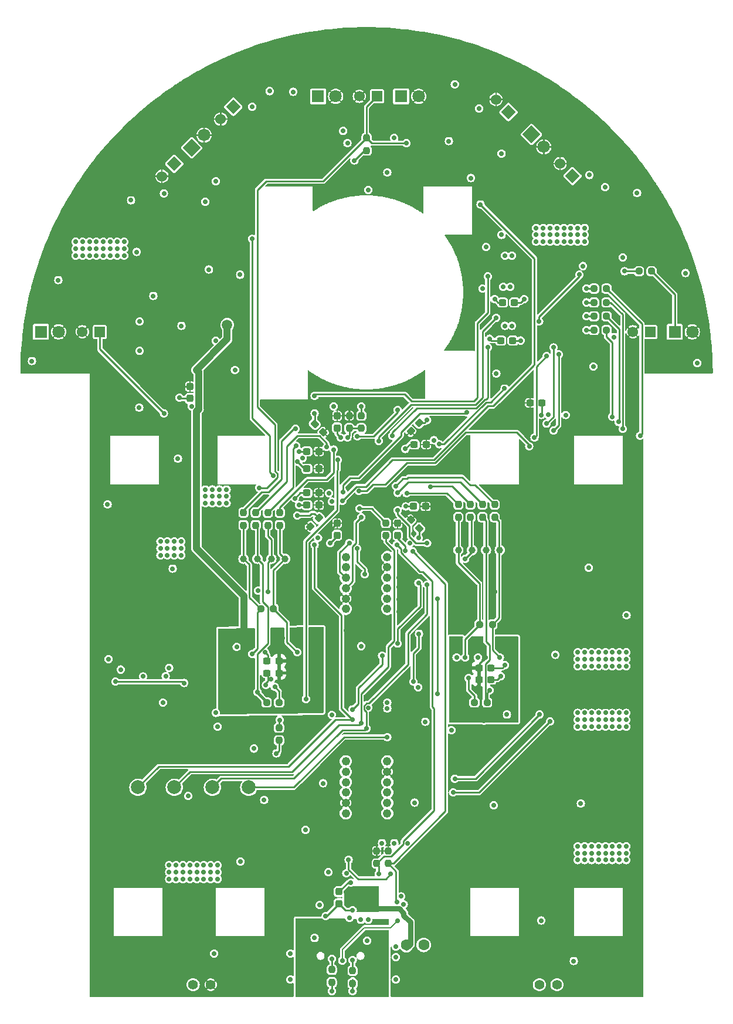
<source format=gbr>
%TF.GenerationSoftware,KiCad,Pcbnew,7.0.8-1.fc38*%
%TF.CreationDate,2023-12-06T13:29:31+01:00*%
%TF.ProjectId,frat,66726174-2e6b-4696-9361-645f70636258,rev?*%
%TF.SameCoordinates,Original*%
%TF.FileFunction,Copper,L4,Bot*%
%TF.FilePolarity,Positive*%
%FSLAX46Y46*%
G04 Gerber Fmt 4.6, Leading zero omitted, Abs format (unit mm)*
G04 Created by KiCad (PCBNEW 7.0.8-1.fc38) date 2023-12-06 13:29:31*
%MOMM*%
%LPD*%
G01*
G04 APERTURE LIST*
G04 Aperture macros list*
%AMRoundRect*
0 Rectangle with rounded corners*
0 $1 Rounding radius*
0 $2 $3 $4 $5 $6 $7 $8 $9 X,Y pos of 4 corners*
0 Add a 4 corners polygon primitive as box body*
4,1,4,$2,$3,$4,$5,$6,$7,$8,$9,$2,$3,0*
0 Add four circle primitives for the rounded corners*
1,1,$1+$1,$2,$3*
1,1,$1+$1,$4,$5*
1,1,$1+$1,$6,$7*
1,1,$1+$1,$8,$9*
0 Add four rect primitives between the rounded corners*
20,1,$1+$1,$2,$3,$4,$5,0*
20,1,$1+$1,$4,$5,$6,$7,0*
20,1,$1+$1,$6,$7,$8,$9,0*
20,1,$1+$1,$8,$9,$2,$3,0*%
%AMRotRect*
0 Rectangle, with rotation*
0 The origin of the aperture is its center*
0 $1 length*
0 $2 width*
0 $3 Rotation angle, in degrees counterclockwise*
0 Add horizontal line*
21,1,$1,$2,0,0,$3*%
G04 Aperture macros list end*
%TA.AperFunction,SMDPad,CuDef*%
%ADD10RoundRect,0.237500X-0.250000X-0.237500X0.250000X-0.237500X0.250000X0.237500X-0.250000X0.237500X0*%
%TD*%
%TA.AperFunction,SMDPad,CuDef*%
%ADD11C,1.000000*%
%TD*%
%TA.AperFunction,SMDPad,CuDef*%
%ADD12RoundRect,0.237500X-0.237500X0.250000X-0.237500X-0.250000X0.237500X-0.250000X0.237500X0.250000X0*%
%TD*%
%TA.AperFunction,SMDPad,CuDef*%
%ADD13RoundRect,0.237500X0.300000X0.237500X-0.300000X0.237500X-0.300000X-0.237500X0.300000X-0.237500X0*%
%TD*%
%TA.AperFunction,ComponentPad*%
%ADD14C,2.000000*%
%TD*%
%TA.AperFunction,ComponentPad*%
%ADD15C,1.400000*%
%TD*%
%TA.AperFunction,ComponentPad*%
%ADD16C,1.244600*%
%TD*%
%TA.AperFunction,ComponentPad*%
%ADD17RotRect,1.524000X1.524000X225.000000*%
%TD*%
%TA.AperFunction,ComponentPad*%
%ADD18C,1.524000*%
%TD*%
%TA.AperFunction,ComponentPad*%
%ADD19R,1.800000X1.800000*%
%TD*%
%TA.AperFunction,ComponentPad*%
%ADD20C,1.800000*%
%TD*%
%TA.AperFunction,ComponentPad*%
%ADD21R,1.524000X1.524000*%
%TD*%
%TA.AperFunction,ComponentPad*%
%ADD22RotRect,1.800000X1.800000X315.000000*%
%TD*%
%TA.AperFunction,ComponentPad*%
%ADD23RotRect,1.800000X1.800000X45.000000*%
%TD*%
%TA.AperFunction,ComponentPad*%
%ADD24RotRect,1.524000X1.524000X135.000000*%
%TD*%
%TA.AperFunction,ComponentPad*%
%ADD25C,1.600200*%
%TD*%
%TA.AperFunction,SMDPad,CuDef*%
%ADD26RoundRect,0.237500X-0.300000X-0.237500X0.300000X-0.237500X0.300000X0.237500X-0.300000X0.237500X0*%
%TD*%
%TA.AperFunction,SMDPad,CuDef*%
%ADD27RoundRect,0.237500X-0.044194X-0.380070X0.380070X0.044194X0.044194X0.380070X-0.380070X-0.044194X0*%
%TD*%
%TA.AperFunction,SMDPad,CuDef*%
%ADD28RoundRect,0.237500X-0.380070X0.044194X0.044194X-0.380070X0.380070X-0.044194X-0.044194X0.380070X0*%
%TD*%
%TA.AperFunction,SMDPad,CuDef*%
%ADD29RoundRect,0.237500X-0.237500X0.300000X-0.237500X-0.300000X0.237500X-0.300000X0.237500X0.300000X0*%
%TD*%
%TA.AperFunction,SMDPad,CuDef*%
%ADD30RoundRect,0.237500X0.237500X-0.250000X0.237500X0.250000X-0.237500X0.250000X-0.237500X-0.250000X0*%
%TD*%
%TA.AperFunction,SMDPad,CuDef*%
%ADD31RoundRect,0.237500X0.237500X-0.300000X0.237500X0.300000X-0.237500X0.300000X-0.237500X-0.300000X0*%
%TD*%
%TA.AperFunction,SMDPad,CuDef*%
%ADD32RoundRect,0.237500X0.380070X-0.044194X-0.044194X0.380070X-0.380070X0.044194X0.044194X-0.380070X0*%
%TD*%
%TA.AperFunction,SMDPad,CuDef*%
%ADD33RoundRect,0.237500X0.250000X0.237500X-0.250000X0.237500X-0.250000X-0.237500X0.250000X-0.237500X0*%
%TD*%
%TA.AperFunction,ViaPad*%
%ADD34C,0.700000*%
%TD*%
%TA.AperFunction,ViaPad*%
%ADD35C,1.500000*%
%TD*%
%TA.AperFunction,Conductor*%
%ADD36C,0.250000*%
%TD*%
%TA.AperFunction,Conductor*%
%ADD37C,1.000000*%
%TD*%
%TA.AperFunction,Conductor*%
%ADD38C,0.200000*%
%TD*%
%TA.AperFunction,Conductor*%
%ADD39C,0.800000*%
%TD*%
G04 APERTURE END LIST*
D10*
%TO.P,R60,1*%
%TO.N,/MCU/MOTOR_R_BPWM1*%
X155587500Y-197500000D03*
%TO.P,R60,2*%
%TO.N,/MCU/MOTOR_R_BPWM2*%
X157412500Y-197500000D03*
%TD*%
%TO.P,R63,1*%
%TO.N,/MCU/MOTOR_L_APWM1*%
X124750000Y-184000000D03*
%TO.P,R63,2*%
%TO.N,/MCU/MOTOR_L_APWM2*%
X126575000Y-184000000D03*
%TD*%
%TO.P,R62,1*%
%TO.N,/MCU/MOTOR_R_APWM1*%
X156337500Y-186250000D03*
%TO.P,R62,2*%
%TO.N,/MCU/MOTOR_R_APWM2*%
X158162500Y-186250000D03*
%TD*%
%TO.P,R61,1*%
%TO.N,/MCU/MOTOR_L_BPWM1*%
X125562500Y-197500000D03*
%TO.P,R61,2*%
%TO.N,/MCU/MOTOR_L_BPWM2*%
X127387500Y-197500000D03*
%TD*%
D11*
%TO.P,TP22,1,1*%
%TO.N,/MCU/MOTOR_R_BPWM2*%
X157250000Y-175500000D03*
%TD*%
%TO.P,TP21,1,1*%
%TO.N,/MCU/MOTOR_R_APWM2*%
X159250000Y-175500000D03*
%TD*%
%TO.P,TP20,1,1*%
%TO.N,/MCU/MOTOR_L_APWM2*%
X128250000Y-176750000D03*
%TD*%
%TO.P,TP19,1,1*%
%TO.N,/MCU/MOTOR_L_BPWM2*%
X126250000Y-176750000D03*
%TD*%
%TO.P,TP11,1,1*%
%TO.N,/MCU/MOTOR_L_APWM1*%
X122250000Y-176750000D03*
%TD*%
%TO.P,TP10,1,1*%
%TO.N,/MCU/MOTOR_L_BPWM1*%
X124250000Y-176750000D03*
%TD*%
%TO.P,TP9,1,1*%
%TO.N,/MCU/MOTOR_R_APWM1*%
X153250000Y-175500000D03*
%TD*%
%TO.P,TP8,1,1*%
%TO.N,/MCU/MOTOR_R_BPWM1*%
X155250000Y-175500000D03*
%TD*%
D12*
%TO.P,R59,1*%
%TO.N,Net-(U1C-PD14)*%
X156750000Y-168925000D03*
%TO.P,R59,2*%
%TO.N,/MCU/MOTOR_R_BPWM2*%
X156750000Y-170750000D03*
%TD*%
%TO.P,R58,1*%
%TO.N,Net-(U1C-PD15)*%
X158500000Y-168925000D03*
%TO.P,R58,2*%
%TO.N,/MCU/MOTOR_R_APWM2*%
X158500000Y-170750000D03*
%TD*%
%TO.P,R57,1*%
%TO.N,Net-(U1C-PE6)*%
X127500000Y-170087500D03*
%TO.P,R57,2*%
%TO.N,/MCU/MOTOR_L_APWM2*%
X127500000Y-171912500D03*
%TD*%
%TO.P,R56,1*%
%TO.N,Net-(U1C-PE5)*%
X125750000Y-170087500D03*
%TO.P,R56,2*%
%TO.N,/MCU/MOTOR_L_BPWM2*%
X125750000Y-171912500D03*
%TD*%
%TO.P,R27,1*%
%TO.N,Net-(U1C-PD12)*%
X153250000Y-168925000D03*
%TO.P,R27,2*%
%TO.N,/MCU/MOTOR_R_APWM1*%
X153250000Y-170750000D03*
%TD*%
%TO.P,R26,1*%
%TO.N,Net-(U1C-PD13)*%
X155000000Y-168925000D03*
%TO.P,R26,2*%
%TO.N,/MCU/MOTOR_R_BPWM1*%
X155000000Y-170750000D03*
%TD*%
%TO.P,R21,1*%
%TO.N,Net-(U1C-PE3)*%
X122250000Y-170087500D03*
%TO.P,R21,2*%
%TO.N,/MCU/MOTOR_L_APWM1*%
X122250000Y-171912500D03*
%TD*%
%TO.P,R18,1*%
%TO.N,Net-(U1C-PE4)*%
X124000000Y-170087500D03*
%TO.P,R18,2*%
%TO.N,/MCU/MOTOR_L_BPWM1*%
X124000000Y-171912500D03*
%TD*%
%TO.P,R55,1*%
%TO.N,Net-(J2-CC2)*%
X138000000Y-236250000D03*
%TO.P,R55,2*%
%TO.N,GND*%
X138000000Y-238075000D03*
%TD*%
%TO.P,R54,1*%
%TO.N,Net-(J2-CC1)*%
X135000000Y-236087500D03*
%TO.P,R54,2*%
%TO.N,GND*%
X135000000Y-237912500D03*
%TD*%
D13*
%TO.P,C53,1*%
%TO.N,/MCU/CYCLE_PROGRAM_BUTTON*%
X161112500Y-145250000D03*
%TO.P,C53,2*%
%TO.N,GND*%
X159387500Y-145250000D03*
%TD*%
%TO.P,C52,1*%
%TO.N,/MCU/START_STOP_BUTTON*%
X161362500Y-139750000D03*
%TO.P,C52,2*%
%TO.N,GND*%
X159637500Y-139750000D03*
%TD*%
D14*
%TO.P,TP7,1,1*%
%TO.N,/MCU/SPI_CS_L*%
X107000000Y-209750000D03*
%TD*%
%TO.P,TP6,1,1*%
%TO.N,/MCU/SPI_SCK*%
X112250000Y-209750000D03*
%TD*%
%TO.P,TP5,1,1*%
%TO.N,/MCU/SPI_MOSI*%
X117750000Y-209750000D03*
%TD*%
%TO.P,TP4,1,1*%
%TO.N,/MCU/SPI_MISO*%
X123000000Y-209750000D03*
%TD*%
D15*
%TO.P,TP3,2,2*%
%TO.N,+BATT*%
X164960000Y-238250000D03*
%TO.P,TP3,1,1*%
%TO.N,GND*%
X167500000Y-238250000D03*
%TD*%
D16*
%TO.P,J7,1,M2*%
%TO.N,/Connectors/L2_MOTOR-*%
X137000000Y-213500000D03*
%TO.P,J7,2,VCC*%
%TO.N,+3.3V*%
X137000000Y-212000000D03*
%TO.P,J7,3,C2*%
%TO.N,/Connectors/L2_MOTOR_C2*%
X137000000Y-210500001D03*
%TO.P,J7,4,C1*%
%TO.N,/Connectors/L2_MOTOR_C1*%
X137000000Y-208999999D03*
%TO.P,J7,5,GND*%
%TO.N,GND*%
X137000000Y-207499999D03*
%TO.P,J7,6,M1*%
%TO.N,/Connectors/L2_MOTOR+*%
X137000000Y-206000000D03*
%TD*%
D17*
%TO.P,D14,1,K*%
%TO.N,/MCU/L_DETECTOR1*%
X112250000Y-119750000D03*
D18*
%TO.P,D14,2,A*%
%TO.N,+3.3V*%
X110453949Y-121546051D03*
%TD*%
D19*
%TO.P,D6,1*%
%TO.N,Net-(D6-Pad1)*%
X184500000Y-144000000D03*
D20*
%TO.P,D6,2*%
%TO.N,+3.3V*%
X187040000Y-144000000D03*
%TD*%
D16*
%TO.P,J4,1,M2*%
%TO.N,/Connectors/R1_MOTOR-*%
X143000000Y-176499999D03*
%TO.P,J4,2,VCC*%
%TO.N,+3.3V*%
X143000000Y-177999999D03*
%TO.P,J4,3,C2*%
%TO.N,/Connectors/R1_MOTOR_C2*%
X143000000Y-179499998D03*
%TO.P,J4,4,C1*%
%TO.N,/Connectors/R1_MOTOR_C1*%
X143000000Y-181000000D03*
%TO.P,J4,5,GND*%
%TO.N,GND*%
X143000000Y-182500000D03*
%TO.P,J4,6,M1*%
%TO.N,/Connectors/R1_MOTOR+*%
X143000000Y-183999999D03*
%TD*%
D19*
%TO.P,D4,1*%
%TO.N,Net-(D4-Pad1)*%
X93000000Y-144000000D03*
D20*
%TO.P,D4,2*%
%TO.N,+3.3V*%
X95540000Y-144000000D03*
%TD*%
D21*
%TO.P,D16,1,K*%
%TO.N,/MCU/MF_DETECTOR*%
X141500000Y-110000000D03*
D18*
%TO.P,D16,2,A*%
%TO.N,+3.3V*%
X138960000Y-110000000D03*
%TD*%
D22*
%TO.P,D7,1*%
%TO.N,Net-(D7-Pad1)*%
X163803949Y-115500000D03*
D20*
%TO.P,D7,2*%
%TO.N,+3.3V*%
X165600000Y-117296051D03*
%TD*%
D15*
%TO.P,TP2,2,2*%
%TO.N,+3.3V*%
X117500000Y-238250000D03*
%TO.P,TP2,1,1*%
%TO.N,GND*%
X114960000Y-238250000D03*
%TD*%
D19*
%TO.P,D8,1*%
%TO.N,Net-(D8-Pad1)*%
X133000000Y-110000000D03*
D20*
%TO.P,D8,2*%
%TO.N,+3.3V*%
X135540000Y-110000000D03*
%TD*%
D21*
%TO.P,D13,1,K*%
%TO.N,/MCU/LF_DETECTOR*%
X101500000Y-144000000D03*
D18*
%TO.P,D13,2,A*%
%TO.N,+3.3V*%
X98960000Y-144000000D03*
%TD*%
D23*
%TO.P,D5,1*%
%TO.N,Net-(D5-Pad1)*%
X114750000Y-117401562D03*
D20*
%TO.P,D5,2*%
%TO.N,+3.3V*%
X116546051Y-115605511D03*
%TD*%
D24*
%TO.P,D10,1,K*%
%TO.N,/MCU/R_DETECTOR2*%
X160500000Y-112250000D03*
D18*
%TO.P,D10,2,A*%
%TO.N,+3.3V*%
X158703949Y-110453949D03*
%TD*%
D24*
%TO.P,D11,1,K*%
%TO.N,/MCU/R_DETECTOR1*%
X169750000Y-121500000D03*
D18*
%TO.P,D11,2,A*%
%TO.N,+3.3V*%
X167953949Y-119703949D03*
%TD*%
D16*
%TO.P,J6,1,M2*%
%TO.N,/Connectors/L1_MOTOR-*%
X137000000Y-184000001D03*
%TO.P,J6,2,VCC*%
%TO.N,+3.3V*%
X137000000Y-182500001D03*
%TO.P,J6,3,C2*%
%TO.N,/Connectors/L1_MOTOR_C2*%
X137000000Y-181000002D03*
%TO.P,J6,4,C1*%
%TO.N,/Connectors/L1_MOTOR_C1*%
X137000000Y-179500000D03*
%TO.P,J6,5,GND*%
%TO.N,GND*%
X137000000Y-178000000D03*
%TO.P,J6,6,M1*%
%TO.N,/Connectors/L1_MOTOR+*%
X137000000Y-176500001D03*
%TD*%
D21*
%TO.P,D12,1,K*%
%TO.N,/MCU/RF_DETECTOR*%
X181000000Y-144000000D03*
D18*
%TO.P,D12,2,A*%
%TO.N,+3.3V*%
X178460000Y-144000000D03*
%TD*%
D25*
%TO.P,J3,1,1*%
%TO.N,+BATT_DIRECT*%
X145752899Y-232500000D03*
%TO.P,J3,2,2*%
%TO.N,GND*%
X148252899Y-232500000D03*
%TD*%
D17*
%TO.P,D15,1,K*%
%TO.N,/MCU/L_DETECTOR2*%
X120750000Y-111500000D03*
D18*
%TO.P,D15,2,A*%
%TO.N,+3.3V*%
X118953949Y-113296051D03*
%TD*%
D16*
%TO.P,J5,1,M2*%
%TO.N,/Connectors/R2_MOTOR-*%
X143000000Y-206000001D03*
%TO.P,J5,2,VCC*%
%TO.N,+3.3V*%
X143000000Y-207500001D03*
%TO.P,J5,3,C2*%
%TO.N,/Connectors/R2_MOTOR_C2*%
X143000000Y-209000000D03*
%TO.P,J5,4,C1*%
%TO.N,/Connectors/R2_MOTOR_C1*%
X143000000Y-210500002D03*
%TO.P,J5,5,GND*%
%TO.N,GND*%
X143000000Y-212000002D03*
%TO.P,J5,6,M1*%
%TO.N,/Connectors/R2_MOTOR+*%
X143000000Y-213500001D03*
%TD*%
D19*
%TO.P,D9,1*%
%TO.N,Net-(D9-Pad1)*%
X145000000Y-110000000D03*
D20*
%TO.P,D9,2*%
%TO.N,+3.3V*%
X147540000Y-110000000D03*
%TD*%
D26*
%TO.P,C15,1*%
%TO.N,+BATT*%
X156237500Y-192500000D03*
%TO.P,C15,2*%
%TO.N,GND*%
X157962500Y-192500000D03*
%TD*%
D27*
%TO.P,C38,1*%
%TO.N,+3.3V*%
X146390120Y-158359880D03*
%TO.P,C38,2*%
%TO.N,GND*%
X147609880Y-157140120D03*
%TD*%
D13*
%TO.P,C34,1*%
%TO.N,+3.3V*%
X133112500Y-163750000D03*
%TO.P,C34,2*%
%TO.N,GND*%
X131387500Y-163750000D03*
%TD*%
%TO.P,C36,1*%
%TO.N,+3.3V*%
X133112500Y-167250000D03*
%TO.P,C36,2*%
%TO.N,GND*%
X131387500Y-167250000D03*
%TD*%
D28*
%TO.P,C37,1*%
%TO.N,+3.3V*%
X146390120Y-171140120D03*
%TO.P,C37,2*%
%TO.N,GND*%
X147609880Y-172359880D03*
%TD*%
D13*
%TO.P,C29,1*%
%TO.N,+3.3V*%
X133112500Y-161250000D03*
%TO.P,C29,2*%
%TO.N,GND*%
X131387500Y-161250000D03*
%TD*%
D29*
%TO.P,C33,1*%
%TO.N,+3.3V*%
X135750000Y-156137500D03*
%TO.P,C33,2*%
%TO.N,GND*%
X135750000Y-157862500D03*
%TD*%
D12*
%TO.P,R14,1*%
%TO.N,+3.3V*%
X141478000Y-218924500D03*
%TO.P,R14,2*%
%TO.N,/Battery/PG_L*%
X141478000Y-220749500D03*
%TD*%
D10*
%TO.P,R23,1*%
%TO.N,Net-(D20-Pad1)*%
X172837500Y-143750000D03*
%TO.P,R23,2*%
%TO.N,/MCU/LED3*%
X174662500Y-143750000D03*
%TD*%
D30*
%TO.P,R44,1*%
%TO.N,/MCU/BOOT_MODE*%
X139250000Y-157912500D03*
%TO.P,R44,2*%
%TO.N,GND*%
X139250000Y-156087500D03*
%TD*%
D13*
%TO.P,C28,1*%
%TO.N,+3.3V*%
X148612500Y-160250000D03*
%TO.P,C28,2*%
%TO.N,GND*%
X146887500Y-160250000D03*
%TD*%
D10*
%TO.P,R20,1*%
%TO.N,Net-(D18-Pad1)*%
X172837500Y-139750000D03*
%TO.P,R20,2*%
%TO.N,/MCU/LED1*%
X174662500Y-139750000D03*
%TD*%
D29*
%TO.P,C32,1*%
%TO.N,+3.3V*%
X135750000Y-171637500D03*
%TO.P,C32,2*%
%TO.N,GND*%
X135750000Y-173362500D03*
%TD*%
D13*
%TO.P,C35,1*%
%TO.N,+3.3V*%
X133112500Y-169000000D03*
%TO.P,C35,2*%
%TO.N,GND*%
X131387500Y-169000000D03*
%TD*%
D12*
%TO.P,R28,1*%
%TO.N,Net-(U1B-PA5)*%
X142800000Y-171587500D03*
%TO.P,R28,2*%
%TO.N,/MCU/SPI_SCK*%
X142800000Y-173412500D03*
%TD*%
D31*
%TO.P,C18,1*%
%TO.N,Net-(C18-Pad1)*%
X136017000Y-226541500D03*
%TO.P,C18,2*%
%TO.N,Net-(U4-BTST)*%
X136017000Y-224816500D03*
%TD*%
D12*
%TO.P,R15,1*%
%TO.N,+3.3V*%
X143129000Y-218924500D03*
%TO.P,R15,2*%
%TO.N,/Battery/CE_L*%
X143129000Y-220749500D03*
%TD*%
D29*
%TO.P,C3,1*%
%TO.N,+3.3V*%
X114500000Y-151887500D03*
%TO.P,C3,2*%
%TO.N,GND*%
X114500000Y-153612500D03*
%TD*%
D27*
%TO.P,C40,1*%
%TO.N,+3.3V*%
X131890120Y-172109880D03*
%TO.P,C40,2*%
%TO.N,GND*%
X133109880Y-170890120D03*
%TD*%
D13*
%TO.P,C30,1*%
%TO.N,+3.3V*%
X148525000Y-169200000D03*
%TO.P,C30,2*%
%TO.N,GND*%
X146800000Y-169200000D03*
%TD*%
D29*
%TO.P,C31,1*%
%TO.N,+3.3V*%
X144500000Y-171637500D03*
%TO.P,C31,2*%
%TO.N,GND*%
X144500000Y-173362500D03*
%TD*%
D13*
%TO.P,C16,1*%
%TO.N,+BATT*%
X127362500Y-191500000D03*
%TO.P,C16,2*%
%TO.N,GND*%
X125637500Y-191500000D03*
%TD*%
D26*
%TO.P,C1,1*%
%TO.N,+3.3V*%
X163617500Y-154250000D03*
%TO.P,C1,2*%
%TO.N,GND*%
X165342500Y-154250000D03*
%TD*%
D10*
%TO.P,R22,1*%
%TO.N,Net-(D19-Pad1)*%
X172837500Y-141750000D03*
%TO.P,R22,2*%
%TO.N,/MCU/LED2*%
X174662500Y-141750000D03*
%TD*%
D12*
%TO.P,R51,1*%
%TO.N,Net-(U6-BISEN)*%
X127381000Y-201144500D03*
%TO.P,R51,2*%
%TO.N,GND*%
X127381000Y-202969500D03*
%TD*%
D26*
%TO.P,C14,1*%
%TO.N,+BATT*%
X156237500Y-194200000D03*
%TO.P,C14,2*%
%TO.N,GND*%
X157962500Y-194200000D03*
%TD*%
D12*
%TO.P,R42,1*%
%TO.N,/MCU/MF_DETECTOR*%
X140000000Y-116000000D03*
%TO.P,R42,2*%
%TO.N,GND*%
X140000000Y-117825000D03*
%TD*%
%TO.P,R43,1*%
%TO.N,+3.3V*%
X137500000Y-156087500D03*
%TO.P,R43,2*%
%TO.N,/MCU/BOOT_MODE*%
X137500000Y-157912500D03*
%TD*%
D32*
%TO.P,C39,1*%
%TO.N,+3.3V*%
X133750000Y-158500000D03*
%TO.P,C39,2*%
%TO.N,GND*%
X132530240Y-157280240D03*
%TD*%
D13*
%TO.P,C17,1*%
%TO.N,+BATT*%
X127362500Y-193250000D03*
%TO.P,C17,2*%
%TO.N,GND*%
X125637500Y-193250000D03*
%TD*%
D10*
%TO.P,R19,1*%
%TO.N,Net-(D17-Pad1)*%
X172837500Y-137750000D03*
%TO.P,R19,2*%
%TO.N,/MCU/LED0*%
X174662500Y-137750000D03*
%TD*%
D33*
%TO.P,R32,1*%
%TO.N,Net-(D6-Pad1)*%
X181162500Y-135250000D03*
%TO.P,R32,2*%
%TO.N,Net-(Q2B-D2)*%
X179337500Y-135250000D03*
%TD*%
D34*
%TO.N,/MCU/SPI_INT2*%
X142250000Y-190750000D03*
X138000000Y-198500000D03*
X144500000Y-189000000D03*
X147500000Y-180250000D03*
%TO.N,+3.3V*%
X130750000Y-159750000D03*
X130750000Y-155250000D03*
%TO.N,+BATT*%
X132500000Y-188500000D03*
X133250000Y-191750000D03*
X133250000Y-190250000D03*
%TO.N,+3.3V*%
X130250000Y-164000000D03*
X134500000Y-163250000D03*
X133750000Y-166000000D03*
X134750000Y-166000000D03*
X135000000Y-159250000D03*
%TO.N,Net-(U1B-PA7)*%
X144500000Y-169750000D03*
X148750000Y-174500000D03*
%TO.N,Net-(U1B-PA5)*%
X139000000Y-169500000D03*
%TO.N,/MCU/SPI_CS_L*%
X132500000Y-174750000D03*
%TO.N,/MCU/SPI_MOSI*%
X148750000Y-180500000D03*
%TO.N,/Connectors/R2_MOTOR_C1*%
X166500000Y-200250000D03*
%TO.N,/Connectors/R2_MOTOR_C2*%
X165000000Y-199250000D03*
%TO.N,/Connectors/R2_MOTOR_C1*%
X152500000Y-210500000D03*
%TO.N,/Connectors/R2_MOTOR_C2*%
X152750000Y-208500000D03*
%TO.N,/Connectors/L1_MOTOR_C1*%
X137500000Y-174475500D03*
%TO.N,/Connectors/L1_MOTOR_C2*%
X139250000Y-170750000D03*
%TO.N,/MCU/L_MOTOR_FAULT_L*%
X131250000Y-197000000D03*
X135874500Y-162500000D03*
%TO.N,/MCU/SPI_CS_L*%
X138000000Y-200000000D03*
%TO.N,/MCU/SPI_SCK*%
X139250000Y-200500000D03*
%TO.N,/MCU/SPI_MOSI*%
X140000000Y-201250000D03*
%TO.N,/MCU/SPI_MISO*%
X143000000Y-202500000D03*
%TO.N,Net-(U1C-PE5)*%
X129816589Y-160433411D03*
%TO.N,Net-(U1C-PE6)*%
X135250000Y-161000000D03*
%TO.N,Net-(U1C-PE4)*%
X134250000Y-160625500D03*
%TO.N,Net-(U1C-PE3)*%
X129750000Y-158000000D03*
%TO.N,/MCU/MOTOR_L_BPWM2*%
X125750000Y-181500000D03*
%TO.N,/MCU/MOTOR_L_APWM1*%
X123500000Y-190500000D03*
%TO.N,/MCU/MOTOR_L_BPWM1*%
X124250000Y-196000000D03*
%TO.N,/MCU/MOTOR_L_BPWM2*%
X126750000Y-195250000D03*
%TO.N,/MCU/MOTOR_L_APWM2*%
X130000000Y-190250000D03*
%TO.N,/MCU/MOTOR_R_BPWM1*%
X154250000Y-176750000D03*
%TO.N,/MCU/MOTOR_R_APWM1*%
X154250000Y-191000000D03*
%TO.N,/MCU/MOTOR_R_APWM2*%
X159250000Y-191000000D03*
%TO.N,/MCU/MOTOR_R_BPWM2*%
X157750000Y-195750000D03*
%TO.N,/MCU/MOTOR_R_BPWM1*%
X154750000Y-194000000D03*
%TO.N,Net-(U1C-PD15)*%
X144250000Y-166250000D03*
%TO.N,Net-(U1C-PD14)*%
X144500000Y-167250000D03*
%TO.N,Net-(U1C-PD13)*%
X149250000Y-166325000D03*
%TO.N,/MCU/MF_DETECTOR*%
X145750000Y-116750000D03*
%TO.N,GND*%
X138000000Y-239162500D03*
X135000000Y-239162500D03*
%TO.N,Net-(J2-CC1)*%
X135000000Y-234500000D03*
%TO.N,Net-(J2-CC2)*%
X138000000Y-234694257D03*
%TO.N,GND*%
X157750000Y-145000000D03*
%TO.N,/MCU/CYCLE_PROGRAM_BUTTON*%
X162250000Y-145250000D03*
%TO.N,/MCU/START_STOP_BUTTON*%
X162750000Y-139250000D03*
%TO.N,GND*%
X158500000Y-139250000D03*
X156750000Y-137750000D03*
X158750000Y-150000000D03*
X157250000Y-131750000D03*
%TO.N,+3.3V*%
X141849433Y-177599433D03*
X141500000Y-174250000D03*
%TO.N,/MCU/R_MOTOR_SLEEP_L*%
X150250000Y-182500000D03*
X150250000Y-196250000D03*
%TO.N,GND*%
X130000000Y-170500000D03*
%TO.N,+BATT*%
X119250000Y-192750000D03*
X119250000Y-190000000D03*
X120500000Y-198000000D03*
X119500000Y-196000000D03*
%TO.N,+3.3V*%
X148000000Y-198750000D03*
X121750000Y-204000000D03*
%TO.N,GND*%
X155067000Y-121793000D03*
X95504000Y-136525000D03*
X102616000Y-168910000D03*
X125222000Y-211582000D03*
X146939000Y-211963000D03*
X133731000Y-209169000D03*
X177546000Y-184912000D03*
X129413000Y-109347000D03*
X159500000Y-130000000D03*
X113284000Y-143129000D03*
X169926000Y-234823000D03*
X131191000Y-215900000D03*
X158369000Y-212344000D03*
X165227000Y-228981000D03*
X170942000Y-212090000D03*
X172085000Y-178054000D03*
X186055000Y-135509000D03*
X179070000Y-123952000D03*
X151892000Y-116459000D03*
X116713000Y-125222000D03*
X106807000Y-132461000D03*
X109220000Y-138811000D03*
X112776000Y-162306000D03*
X112014000Y-178181000D03*
X124345618Y-181345618D03*
X114250000Y-211000000D03*
X121793000Y-220472000D03*
X118000000Y-233750000D03*
X167259000Y-190627000D03*
%TO.N,+3.3V*%
X128270000Y-116840000D03*
X139954000Y-209042000D03*
X145161000Y-203454000D03*
X143000000Y-167000000D03*
X137287000Y-163449000D03*
X140970000Y-168656000D03*
X152500000Y-180250000D03*
X132750000Y-182500000D03*
X144500000Y-190750000D03*
X134747000Y-190500000D03*
X177927000Y-168656000D03*
X167005000Y-161798000D03*
X165100000Y-172593000D03*
X143256000Y-103378000D03*
X155575000Y-118237000D03*
X118745000Y-130048000D03*
X112776000Y-130429000D03*
X100584000Y-126492000D03*
X104902000Y-138938000D03*
X117230000Y-162770000D03*
X112903000Y-166370000D03*
X107442000Y-176911000D03*
X117750000Y-173250000D03*
X104250000Y-235000000D03*
X103250000Y-206500000D03*
X115250000Y-209000000D03*
X127254000Y-220980000D03*
X175514000Y-236982000D03*
X157861000Y-219075000D03*
X167005000Y-221742000D03*
X175768000Y-210185000D03*
X161750000Y-175500000D03*
X167132000Y-184023000D03*
X163703000Y-185547000D03*
X172466000Y-182880000D03*
X161036000Y-125603000D03*
X180721000Y-128524000D03*
X129667000Y-105156000D03*
X119253000Y-127127000D03*
D35*
%TO.N,+BATT*%
X122301000Y-192786000D03*
X119888000Y-143002000D03*
D34*
%TO.N,GND*%
X118237000Y-145288000D03*
%TO.N,Net-(U3-SW)*%
X113665000Y-194691000D03*
X103750000Y-194500000D03*
%TO.N,VBUS*%
X133000000Y-235750000D03*
X134250000Y-231000000D03*
X137500000Y-230750000D03*
X136500000Y-236250000D03*
X131000000Y-231250000D03*
X139750000Y-235750000D03*
X140500000Y-231000000D03*
X133000000Y-239000000D03*
X136500000Y-239000000D03*
X131000000Y-229750000D03*
X139750000Y-239000000D03*
X133750000Y-231750000D03*
X141614782Y-229109746D03*
X139250000Y-231500000D03*
%TO.N,Net-(U4-TS)*%
X137414000Y-220218000D03*
X143500000Y-222250000D03*
%TO.N,Net-(U4-BTST)*%
X137750000Y-223500000D03*
%TO.N,Net-(D17-Pad1)*%
X171750000Y-137750000D03*
%TO.N,Net-(C18-Pad1)*%
X138000000Y-227500000D03*
X134112000Y-228346000D03*
%TO.N,GND*%
X170500000Y-131000000D03*
X175500000Y-190250000D03*
X110250000Y-176250000D03*
X143000000Y-197500000D03*
X117500000Y-223000000D03*
X117500000Y-221000000D03*
X110746051Y-124003949D03*
X114750000Y-154750000D03*
X111500000Y-222000000D03*
X173500000Y-220250000D03*
X175750000Y-144750000D03*
X170500000Y-199000000D03*
X166500000Y-129000000D03*
X176500000Y-190250000D03*
X136250000Y-159250000D03*
X140081000Y-231902000D03*
X116750000Y-168750000D03*
X145923000Y-217805000D03*
X118750000Y-167750000D03*
X134986581Y-199286902D03*
X125474500Y-194958411D03*
X176500000Y-201000000D03*
X111500000Y-221000000D03*
X160000000Y-143124500D03*
X135000000Y-168500000D03*
X133250000Y-226750000D03*
X129000000Y-237500000D03*
X174500000Y-199000000D03*
X171500000Y-220250000D03*
X152750000Y-108250000D03*
X145018455Y-225500000D03*
X177500000Y-191250000D03*
X174500000Y-220250000D03*
X105000000Y-131000000D03*
X175500000Y-219250000D03*
X104000000Y-132000000D03*
X136637500Y-115000000D03*
X134600000Y-167290000D03*
X153000000Y-191000000D03*
X110250000Y-175250000D03*
X170500000Y-192250000D03*
X110250000Y-174250000D03*
X173500000Y-190250000D03*
X140225959Y-228875500D03*
X173500000Y-191250000D03*
X173500000Y-201000000D03*
X164500000Y-129000000D03*
X170500000Y-201000000D03*
X139210000Y-189360000D03*
X148750000Y-156750000D03*
X118500000Y-222000000D03*
X147443750Y-195300000D03*
X111000000Y-193700000D03*
X101000000Y-132000000D03*
X149733000Y-159639000D03*
X100000000Y-131000000D03*
X126000000Y-109250000D03*
X177500000Y-192250000D03*
X176500000Y-219250000D03*
X170500000Y-200000000D03*
X129000000Y-233750000D03*
X104000000Y-131000000D03*
X170500000Y-191250000D03*
X172500000Y-199000000D03*
X137250000Y-116750000D03*
X111250000Y-174250000D03*
X115500000Y-223000000D03*
X160750000Y-137500000D03*
X172500000Y-192250000D03*
X123500000Y-111500000D03*
X159750000Y-137500000D03*
X187750000Y-148500000D03*
X99000000Y-132000000D03*
X114500000Y-221000000D03*
X172750000Y-149000000D03*
X170500000Y-220250000D03*
X174500000Y-218250000D03*
X170500000Y-218250000D03*
X159500000Y-118250000D03*
X134750000Y-174500000D03*
X113250000Y-174250000D03*
X168500000Y-131000000D03*
X176500000Y-200000000D03*
X171250000Y-134500000D03*
X123750000Y-204159000D03*
X135250000Y-154750000D03*
X144250000Y-234250000D03*
X98000000Y-133000000D03*
X116500000Y-221000000D03*
X121000000Y-149500000D03*
X171500000Y-191250000D03*
X98000000Y-132000000D03*
X167500000Y-129000000D03*
X118250000Y-199000000D03*
X100000000Y-133000000D03*
X137082911Y-222167089D03*
X111250000Y-176250000D03*
X121250000Y-189500000D03*
X102000000Y-132000000D03*
X117750000Y-166750000D03*
X105000000Y-132000000D03*
X176500000Y-191250000D03*
X137541000Y-228600000D03*
X176500000Y-220250000D03*
X160000000Y-192100000D03*
X165500000Y-129000000D03*
X126238000Y-194125500D03*
X117250000Y-135000000D03*
X168500000Y-129000000D03*
X102750000Y-191250000D03*
X112250000Y-175250000D03*
X133000000Y-173750000D03*
X119798000Y-167750000D03*
X152250000Y-201500000D03*
X111500000Y-192500000D03*
X173500000Y-192250000D03*
X139250000Y-154750000D03*
X130250000Y-169000000D03*
X138250000Y-119250000D03*
X144000000Y-116000000D03*
X143000000Y-198375500D03*
X114500000Y-223000000D03*
X170500000Y-129000000D03*
X116500000Y-222000000D03*
X119798000Y-166750000D03*
X104000000Y-133000000D03*
X113500000Y-221000000D03*
X107250000Y-142500000D03*
X117500000Y-222000000D03*
X118500000Y-223000000D03*
X118750000Y-168750000D03*
X171500000Y-201000000D03*
X119798000Y-168750000D03*
X176500000Y-218250000D03*
X165250000Y-156000000D03*
X115500000Y-221000000D03*
X112500000Y-223000000D03*
X117750000Y-168750000D03*
X101000000Y-131000000D03*
X107188000Y-154940000D03*
X116500000Y-223000000D03*
X171500000Y-199000000D03*
X174500000Y-219250000D03*
X118500000Y-221000000D03*
X172500000Y-191250000D03*
X172180734Y-121360974D03*
X112250000Y-176250000D03*
X172500000Y-220250000D03*
X177500000Y-190250000D03*
X174430734Y-123110974D03*
X146250000Y-174500000D03*
X132500000Y-231500000D03*
X176500000Y-199000000D03*
X144018000Y-217805000D03*
X177500000Y-218250000D03*
X170500000Y-219250000D03*
X171500000Y-190250000D03*
X173500000Y-219250000D03*
X177500000Y-200000000D03*
X147500000Y-173750000D03*
X156100000Y-191000000D03*
X144250000Y-232750000D03*
X112250000Y-174250000D03*
X99000000Y-131000000D03*
X130000000Y-162750000D03*
X112500000Y-222000000D03*
X175500000Y-201000000D03*
X171500000Y-130000000D03*
X175500000Y-218250000D03*
X118500000Y-201000000D03*
X172500000Y-219250000D03*
X165500000Y-131000000D03*
X103000000Y-133000000D03*
X145362084Y-226637916D03*
X104500000Y-192750000D03*
X145591469Y-175608531D03*
X161000000Y-143124500D03*
X177500000Y-219250000D03*
X177500000Y-201000000D03*
X164500000Y-131000000D03*
X177500000Y-199000000D03*
X169500000Y-131000000D03*
X170500000Y-190250000D03*
X171500000Y-219250000D03*
X103000000Y-131000000D03*
X169500000Y-130000000D03*
X101000000Y-133000000D03*
X176500000Y-192250000D03*
X113500000Y-222000000D03*
X113250000Y-175250000D03*
X172500000Y-218250000D03*
X172500000Y-200000000D03*
X98000000Y-131000000D03*
X139192000Y-228875500D03*
X103000000Y-132000000D03*
X113000000Y-153500000D03*
X171500000Y-200000000D03*
X156250000Y-111750000D03*
X115500000Y-222000000D03*
X171500000Y-131000000D03*
X168500000Y-130000000D03*
X172500000Y-190250000D03*
X175500000Y-200000000D03*
X168750000Y-156000000D03*
X118250000Y-122250000D03*
X174500000Y-200000000D03*
X175500000Y-191250000D03*
X113500000Y-223000000D03*
X110600000Y-197500000D03*
X177000000Y-133250000D03*
X145600000Y-160900000D03*
X174500000Y-191250000D03*
X111500000Y-223000000D03*
X140250000Y-198250000D03*
X102000000Y-131000000D03*
X107250000Y-146750000D03*
X167500000Y-130000000D03*
X144250000Y-237500000D03*
X125374500Y-190250000D03*
X106000000Y-125000000D03*
X166500000Y-131000000D03*
X143000000Y-121000000D03*
X111250000Y-175250000D03*
X148500000Y-200279000D03*
X130750000Y-162250000D03*
X165500000Y-130000000D03*
X145662500Y-169200000D03*
X129667000Y-168021000D03*
X114500000Y-222000000D03*
X117750000Y-167750000D03*
X102000000Y-133000000D03*
X132500000Y-155750000D03*
X127000000Y-204851000D03*
X160000000Y-133000000D03*
X175500000Y-220250000D03*
X174500000Y-201000000D03*
X161000000Y-133000000D03*
X171500000Y-129000000D03*
X177500000Y-220250000D03*
X173500000Y-200000000D03*
X100000000Y-132000000D03*
X112500000Y-221000000D03*
X173500000Y-199000000D03*
X130250000Y-161250000D03*
X113250000Y-176250000D03*
X91694000Y-148209000D03*
X166500000Y-130000000D03*
X116750000Y-166750000D03*
X121750000Y-135750000D03*
X159400000Y-193700000D03*
X116750000Y-167750000D03*
X118750000Y-166750000D03*
X172500000Y-201000000D03*
X99000000Y-133000000D03*
X142240000Y-217805000D03*
X140250000Y-123500000D03*
X174500000Y-190250000D03*
X170500000Y-130000000D03*
X107750000Y-193750000D03*
X160274000Y-199250000D03*
X174500000Y-192250000D03*
X167500000Y-131000000D03*
X164500000Y-130000000D03*
X175500000Y-199000000D03*
X169500000Y-129000000D03*
X166230000Y-155980000D03*
X134500000Y-222000000D03*
X105000000Y-133000000D03*
X171500000Y-218250000D03*
X173500000Y-218250000D03*
X171500000Y-192250000D03*
X175500000Y-192250000D03*
%TO.N,/USB_D-*%
X144500000Y-229000000D03*
X136500000Y-234750000D03*
%TO.N,Net-(D18-Pad1)*%
X171750000Y-139750000D03*
%TO.N,Net-(D19-Pad1)*%
X171750000Y-141750000D03*
%TO.N,Net-(D20-Pad1)*%
X171750000Y-143750000D03*
%TO.N,/MCU/LED0*%
X179500000Y-159000000D03*
%TO.N,/MCU/LED1*%
X177000000Y-158000000D03*
%TO.N,/MCU/LED2*%
X176375500Y-157000000D03*
%TO.N,/MCU/LED3*%
X175500000Y-156250000D03*
%TO.N,Net-(U1C-PD12)*%
X145800000Y-167300000D03*
%TO.N,/MCU/MCU_TDI*%
X167000000Y-158250000D03*
X167750000Y-147250000D03*
%TO.N,/MCU/MCU_SWO_TDO*%
X167000000Y-146250000D03*
X138684000Y-159079110D03*
X166000000Y-157250000D03*
X144500000Y-155250000D03*
%TO.N,/MCU/MCU_SWDIO_TMS*%
X159933411Y-152183411D03*
X150500000Y-160224500D03*
%TO.N,/MCU/MCU_SWDCLK_TCK*%
X164250000Y-159250000D03*
X166000000Y-147500000D03*
%TO.N,/MCU/MCU_RST_L*%
X138891482Y-166974714D03*
X163500000Y-160500000D03*
%TO.N,/Battery/PG_L*%
X141750000Y-222250000D03*
X144361432Y-174789568D03*
%TO.N,/Battery/CE_L*%
X144399000Y-226314000D03*
X146700000Y-175700000D03*
%TO.N,+BATT*%
X122500000Y-194500000D03*
X159000000Y-195250000D03*
X152250000Y-193250000D03*
X130048000Y-191643000D03*
X156972000Y-200152000D03*
X130556000Y-188087000D03*
X157175500Y-191000000D03*
X122936000Y-196723000D03*
X161544000Y-199009000D03*
X160909000Y-188976000D03*
X128270000Y-194945000D03*
X161290000Y-194691000D03*
X152908000Y-197993000D03*
X155702000Y-188341000D03*
X127889000Y-188214000D03*
X161163000Y-191643000D03*
X156718000Y-189275500D03*
X156200000Y-195275500D03*
%TO.N,+3.3V*%
X111856000Y-183912000D03*
X104080000Y-200108900D03*
X150250000Y-119000000D03*
X150250000Y-121000000D03*
X141500000Y-187100000D03*
X174750000Y-173000000D03*
X112856000Y-185912000D03*
X107856000Y-183912000D03*
X138500000Y-181000000D03*
X159000000Y-157000000D03*
X171750000Y-173000000D03*
X104856000Y-185912000D03*
X132750000Y-119250000D03*
X149750000Y-172750000D03*
X113856000Y-185912000D03*
X151250000Y-226500000D03*
X175750000Y-178750000D03*
X104856000Y-183912000D03*
X128750000Y-120250000D03*
X115856000Y-185912000D03*
X147000000Y-181900000D03*
X154500000Y-160500000D03*
X148250000Y-121000000D03*
X174750000Y-172000000D03*
X109856000Y-183912000D03*
X110522000Y-170250000D03*
X169750000Y-172000000D03*
X135500000Y-180750000D03*
X129750000Y-120250000D03*
X104856000Y-184912000D03*
X133750000Y-121250000D03*
X151250000Y-120000000D03*
X115856000Y-183912000D03*
X174750000Y-171000000D03*
X156500000Y-157000000D03*
X146250000Y-120000000D03*
X117856000Y-185912000D03*
X151250000Y-119000000D03*
X109856000Y-185912000D03*
X131750000Y-121250000D03*
X132137500Y-115000000D03*
X144653000Y-184404000D03*
X115856000Y-184912000D03*
X107856000Y-185912000D03*
X137500000Y-154750000D03*
X150250000Y-120000000D03*
X130750000Y-121250000D03*
X152250000Y-119000000D03*
X168750000Y-173000000D03*
X169750000Y-171000000D03*
X109522000Y-171250000D03*
X172750000Y-173000000D03*
X153250000Y-119000000D03*
X131750000Y-119250000D03*
X140000000Y-187100000D03*
X163250000Y-144500000D03*
X118856000Y-184912000D03*
X146558000Y-200406000D03*
X149250000Y-120000000D03*
X111856000Y-184912000D03*
X152250000Y-120000000D03*
X110522000Y-172250000D03*
X112522000Y-171250000D03*
X117856000Y-183912000D03*
X172750000Y-171000000D03*
X109856000Y-184912000D03*
X147000000Y-183500000D03*
X149250000Y-119000000D03*
X153250000Y-120000000D03*
X144653000Y-182626000D03*
X109480000Y-201508900D03*
X113522000Y-170250000D03*
X160782000Y-202184000D03*
X129750000Y-121250000D03*
X113856000Y-184912000D03*
X117856000Y-184912000D03*
X173750000Y-172000000D03*
X141000000Y-183000000D03*
X146812000Y-173101000D03*
X173750000Y-173000000D03*
X116856000Y-183912000D03*
X110522000Y-171250000D03*
X133750000Y-120250000D03*
X112856000Y-183912000D03*
X108856000Y-184912000D03*
X112522000Y-170250000D03*
X109522000Y-172250000D03*
X131750000Y-120250000D03*
X107522000Y-172250000D03*
X112522000Y-172250000D03*
X169500000Y-123500000D03*
X119856000Y-183912000D03*
X147000000Y-185400000D03*
X121250000Y-119250000D03*
X108856000Y-183912000D03*
X113522000Y-171250000D03*
X111522000Y-171250000D03*
X147250000Y-121000000D03*
X105856000Y-185912000D03*
X141000000Y-181000000D03*
X114856000Y-185912000D03*
X138000000Y-197250000D03*
X149250000Y-121000000D03*
X114856000Y-184912000D03*
X108522000Y-170250000D03*
X107856000Y-184912000D03*
X107522000Y-170250000D03*
X127750000Y-119250000D03*
X127750000Y-120250000D03*
X111856000Y-185912000D03*
X148500000Y-115000000D03*
X153500000Y-156500000D03*
X148250000Y-120000000D03*
X132750000Y-121250000D03*
X171750000Y-172000000D03*
X113856000Y-183912000D03*
X134000000Y-177000000D03*
X119856000Y-185912000D03*
X173750000Y-171000000D03*
X146250000Y-121000000D03*
X116856000Y-184912000D03*
X108522000Y-172250000D03*
X170750000Y-172000000D03*
X141250000Y-185750000D03*
X118856000Y-183912000D03*
X146250000Y-119000000D03*
X113522000Y-172250000D03*
X130750000Y-120250000D03*
X135636000Y-197866000D03*
X175750000Y-171000000D03*
X172750000Y-172000000D03*
X108522000Y-171250000D03*
X170750000Y-171000000D03*
X132750000Y-120250000D03*
X138500000Y-187100000D03*
X133750000Y-119250000D03*
X159750000Y-141250000D03*
X114856000Y-183912000D03*
X126750000Y-120250000D03*
X143000000Y-187100000D03*
X135500000Y-182500000D03*
X126750000Y-121250000D03*
X140500000Y-196250000D03*
X130750000Y-119250000D03*
X168750000Y-172000000D03*
X116856000Y-185912000D03*
X110856000Y-183912000D03*
X128750000Y-121250000D03*
X128750000Y-119250000D03*
X118856000Y-185912000D03*
X112856000Y-184912000D03*
X105856000Y-183912000D03*
X108856000Y-185912000D03*
X111522000Y-172250000D03*
X171750000Y-171000000D03*
X151250000Y-121000000D03*
X110856000Y-185912000D03*
X158500000Y-181500000D03*
X109522000Y-170250000D03*
X106522000Y-170250000D03*
X138500000Y-182500000D03*
X143183750Y-196342000D03*
X113000000Y-152000000D03*
X147250000Y-120000000D03*
X106522000Y-172250000D03*
X161750000Y-141250000D03*
X149606000Y-158496000D03*
X169750000Y-173000000D03*
X175750000Y-173000000D03*
X106856000Y-184912000D03*
X106522000Y-171250000D03*
X127750000Y-121250000D03*
X133750000Y-199750000D03*
X151500000Y-158250000D03*
X105856000Y-184912000D03*
X153250000Y-121000000D03*
X175750000Y-172000000D03*
X160250000Y-147500000D03*
X119856000Y-184912000D03*
X144653000Y-179451000D03*
X110856000Y-184912000D03*
X129750000Y-119250000D03*
X126750000Y-119250000D03*
X168750000Y-171000000D03*
X111522000Y-170250000D03*
X152250000Y-121000000D03*
X147250000Y-119000000D03*
X170750000Y-173000000D03*
X137000000Y-187100000D03*
X107522000Y-171250000D03*
X148250000Y-119000000D03*
X144653000Y-180848000D03*
X106856000Y-183912000D03*
X106856000Y-185912000D03*
X162750000Y-121500000D03*
%TO.N,/MCU/R_DETECTOR2*%
X136500000Y-168400000D03*
X156464000Y-125603000D03*
%TO.N,/MCU/R_DETECTOR1*%
X154500000Y-155624500D03*
X136600000Y-167100000D03*
%TO.N,/MCU/LF_DETECTOR*%
X110750000Y-155750000D03*
%TO.N,/MCU/L_DETECTOR2*%
X123500000Y-130556000D03*
X126500000Y-164750000D03*
%TO.N,/MCU/MF_DETECTOR*%
X124500000Y-166500000D03*
%TO.N,/MCU/R_EMITTER*%
X164925500Y-142500000D03*
X170750000Y-135750000D03*
%TO.N,Net-(Q2B-D2)*%
X177250000Y-135250000D03*
%TO.N,/MCU/BOOT_MODE*%
X137250000Y-159250000D03*
%TO.N,/MCU/SPI_MISO*%
X138662031Y-175294969D03*
X139750000Y-179000000D03*
%TO.N,/MCU/SPI_INT1*%
X147574000Y-187579000D03*
X146750000Y-194500000D03*
%TO.N,/MCU/START_STOP_BUTTON*%
X141750000Y-159750000D03*
X158730050Y-141967420D03*
%TO.N,/MCU/CYCLE_PROGRAM_BUTTON*%
X157500000Y-146250000D03*
X143750000Y-159000000D03*
%TO.N,Net-(B2-A)*%
X157500000Y-136000000D03*
X132500000Y-153250000D03*
%TO.N,Net-(U6-BISEN)*%
X127474500Y-200025000D03*
%TO.N,+BATT_DIRECT*%
X137000000Y-224909745D03*
X138254233Y-224376500D03*
%TD*%
D36*
%TO.N,/MCU/SPI_INT2*%
X138000000Y-198500000D02*
X138825000Y-197675000D01*
X138825000Y-197675000D02*
X138825000Y-195425000D01*
X138825000Y-195425000D02*
X142250000Y-192000000D01*
X142250000Y-192000000D02*
X142250000Y-190750000D01*
X147750000Y-183633884D02*
X147750000Y-180500000D01*
X147750000Y-180500000D02*
X147500000Y-180250000D01*
X144500000Y-186883884D02*
X147750000Y-183633884D01*
X144500000Y-189000000D02*
X144500000Y-186883884D01*
%TO.N,/MCU/MOTOR_R_BPWM1*%
X155125000Y-175875000D02*
X155125000Y-170875000D01*
X154250000Y-176750000D02*
X155125000Y-175875000D01*
X155125000Y-170875000D02*
X155000000Y-170750000D01*
%TO.N,Net-(U1C-PE3)*%
X129750000Y-158000000D02*
X129500000Y-158000000D01*
X129500000Y-158000000D02*
X127750000Y-159750000D01*
X122250000Y-169750000D02*
X122250000Y-170087500D01*
X127750000Y-159750000D02*
X127750000Y-165250000D01*
X127750000Y-165250000D02*
X125875000Y-167125000D01*
X125875000Y-167125000D02*
X124875000Y-167125000D01*
X124875000Y-167125000D02*
X122250000Y-169750000D01*
%TO.N,Net-(U1C-PE5)*%
X129816589Y-160433411D02*
X129375000Y-160875000D01*
X129375000Y-160875000D02*
X129375000Y-166462500D01*
X129375000Y-166462500D02*
X125750000Y-170087500D01*
%TO.N,Net-(U1C-PE6)*%
X135250000Y-161000000D02*
X135250000Y-164334384D01*
X131478616Y-165325500D02*
X127500000Y-169304116D01*
X135250000Y-164334384D02*
X134258884Y-165325500D01*
X134258884Y-165325500D02*
X131478616Y-165325500D01*
X127500000Y-169304116D02*
X127500000Y-170087500D01*
%TO.N,Net-(U1C-PE4)*%
X133189338Y-159000000D02*
X130000000Y-159000000D01*
X134250000Y-160060662D02*
X133189338Y-159000000D01*
X134250000Y-160625500D02*
X134250000Y-160060662D01*
X130000000Y-159000000D02*
X128500000Y-160500000D01*
X128500000Y-160500000D02*
X128500000Y-165587500D01*
X128500000Y-165587500D02*
X124000000Y-170087500D01*
%TO.N,GND*%
X135750000Y-157862500D02*
X135750000Y-158750000D01*
X135750000Y-158750000D02*
X136250000Y-159250000D01*
X133109880Y-170890120D02*
X132469760Y-170250000D01*
X132469760Y-170250000D02*
X132000000Y-170250000D01*
X130000000Y-170500000D02*
X131750000Y-170500000D01*
X131750000Y-170500000D02*
X132000000Y-170250000D01*
%TO.N,Net-(U1B-PA7)*%
X146187000Y-171997662D02*
X146187000Y-173553116D01*
X144500000Y-169750000D02*
X144500000Y-170310662D01*
X147133884Y-174500000D02*
X148750000Y-174500000D01*
X144500000Y-170310662D02*
X146187000Y-171997662D01*
X146187000Y-173553116D02*
X147133884Y-174500000D01*
%TO.N,Net-(U1B-PA5)*%
X139000000Y-169500000D02*
X140750000Y-169500000D01*
X140750000Y-169500000D02*
X142400000Y-171150000D01*
X142400000Y-171150000D02*
X142400000Y-171753185D01*
X142400000Y-171753185D02*
X142517158Y-171870343D01*
%TO.N,/Connectors/L1_MOTOR_C1*%
X137500000Y-174475500D02*
X136102700Y-175872800D01*
X136102700Y-175872800D02*
X136102700Y-178602700D01*
X136102700Y-178602700D02*
X137000000Y-179500000D01*
%TO.N,/Connectors/L1_MOTOR_C2*%
X139250000Y-170750000D02*
X138500000Y-171500000D01*
X138500000Y-171500000D02*
X138500000Y-174500000D01*
X138500000Y-174500000D02*
X137991116Y-175008884D01*
X137991116Y-175008884D02*
X137991116Y-180008886D01*
X137991116Y-180008886D02*
X137000000Y-181000002D01*
%TO.N,+3.3V*%
X134000000Y-173387500D02*
X135750000Y-171637500D01*
X134000000Y-177000000D02*
X134000000Y-173387500D01*
%TO.N,/MCU/SPI_CS_L*%
X132500000Y-181000000D02*
X132500000Y-174750000D01*
X136375000Y-184875000D02*
X132500000Y-181000000D01*
X136375000Y-198375000D02*
X136375000Y-184875000D01*
X138000000Y-200000000D02*
X136375000Y-198375000D01*
%TO.N,/MCU/SPI_SCK*%
X139250000Y-200500000D02*
X139225000Y-200475000D01*
X139225000Y-200475000D02*
X139225000Y-196275000D01*
X139225000Y-196275000D02*
X143139000Y-192361000D01*
X143139000Y-192361000D02*
X143139000Y-189477116D01*
X143139000Y-189477116D02*
X144000000Y-188616116D01*
X144000000Y-188616116D02*
X144000000Y-175500000D01*
X144000000Y-175500000D02*
X142800000Y-174300000D01*
X142800000Y-174300000D02*
X142800000Y-173412500D01*
%TO.N,/MCU/SPI_MOSI*%
X146000000Y-192000000D02*
X146000000Y-187500000D01*
X146000000Y-187500000D02*
X148750000Y-184750000D01*
X139991116Y-197625000D02*
X140375000Y-197625000D01*
X148750000Y-184750000D02*
X148750000Y-180500000D01*
X139625000Y-198508884D02*
X139625000Y-197991116D01*
X140000000Y-198883884D02*
X139625000Y-198508884D01*
X140375000Y-197625000D02*
X146000000Y-192000000D01*
X139625000Y-197991116D02*
X139991116Y-197625000D01*
X140000000Y-201250000D02*
X140000000Y-198883884D01*
%TO.N,/Battery/PG_L*%
X149750000Y-213094116D02*
X145298000Y-217546116D01*
X147699054Y-178600000D02*
X148100000Y-178600000D01*
X149750000Y-198350000D02*
X149750000Y-213094116D01*
X149500000Y-198100000D02*
X149750000Y-198350000D01*
X144966469Y-175867415D02*
X147699054Y-178600000D01*
X143578786Y-219687000D02*
X142540500Y-219687000D01*
X145298000Y-217546116D02*
X145298000Y-217967786D01*
X149500000Y-180000000D02*
X149500000Y-198100000D01*
X142540500Y-219687000D02*
X141478000Y-220749500D01*
X148100000Y-178600000D02*
X149500000Y-180000000D01*
X145298000Y-217967786D02*
X143578786Y-219687000D01*
X144966469Y-175332155D02*
X144966469Y-175867415D01*
X144423882Y-174789568D02*
X144966469Y-175332155D01*
X144361432Y-174789568D02*
X144423882Y-174789568D01*
%TO.N,/MCU/SPI_INT1*%
X146750000Y-194500000D02*
X146750000Y-190435000D01*
X146750000Y-190435000D02*
X147574000Y-189611000D01*
X147574000Y-189611000D02*
X147574000Y-187579000D01*
%TO.N,/Connectors/R2_MOTOR_C2*%
X155750000Y-208500000D02*
X165000000Y-199250000D01*
X152750000Y-208500000D02*
X155750000Y-208500000D01*
%TO.N,Net-(U1C-PD15)*%
X144250000Y-166250000D02*
X145283058Y-165216942D01*
X145283058Y-165216942D02*
X145800942Y-165216942D01*
X145800942Y-165216942D02*
X146017884Y-165000000D01*
X146017884Y-165000000D02*
X153823222Y-165000000D01*
X155700000Y-166125000D02*
X158500000Y-168925000D01*
X153823222Y-165000000D02*
X154948222Y-166125000D01*
X154948222Y-166125000D02*
X155700000Y-166125000D01*
%TO.N,Net-(U1C-PD14)*%
X144500000Y-167250000D02*
X146049500Y-165700500D01*
X146049500Y-165700500D02*
X153525500Y-165700500D01*
X153525500Y-165700500D02*
X156750000Y-168925000D01*
%TO.N,/Connectors/R2_MOTOR_C1*%
X152500000Y-210500000D02*
X156250000Y-210500000D01*
X156250000Y-210500000D02*
X166500000Y-200250000D01*
%TO.N,/MCU/SPI_MISO*%
X139750000Y-179000000D02*
X139750000Y-178250000D01*
X139750000Y-178250000D02*
X138662031Y-177162031D01*
X138662031Y-177162031D02*
X138662031Y-175294969D01*
%TO.N,GND*%
X134750000Y-174500000D02*
X135750000Y-173500000D01*
X135750000Y-173500000D02*
X135750000Y-173362500D01*
%TO.N,/MCU/L_MOTOR_FAULT_L*%
X135874500Y-162500000D02*
X135874500Y-163875500D01*
X135874500Y-163875500D02*
X135750000Y-164000000D01*
X135750000Y-164000000D02*
X135750000Y-169750000D01*
X135750000Y-169750000D02*
X131250000Y-174250000D01*
X131250000Y-174250000D02*
X131250000Y-197000000D01*
%TO.N,/MCU/SPI_SCK*%
X139250000Y-200500000D02*
X139000000Y-200750000D01*
X139000000Y-200750000D02*
X136000000Y-200750000D01*
X136000000Y-200750000D02*
X129250000Y-207500000D01*
X129250000Y-207500000D02*
X114500000Y-207500000D01*
X114500000Y-207500000D02*
X112250000Y-209750000D01*
%TO.N,/MCU/SPI_CS_L*%
X107000000Y-209750000D02*
X110000000Y-206750000D01*
X135500000Y-200000000D02*
X138000000Y-200000000D01*
X110000000Y-206750000D02*
X128750000Y-206750000D01*
X128750000Y-206750000D02*
X135500000Y-200000000D01*
%TO.N,/MCU/SPI_MOSI*%
X139750000Y-201500000D02*
X140000000Y-201250000D01*
X129525000Y-208475000D02*
X136500000Y-201500000D01*
X119025000Y-208475000D02*
X129525000Y-208475000D01*
X136500000Y-201500000D02*
X139750000Y-201500000D01*
X117750000Y-209750000D02*
X119025000Y-208475000D01*
%TO.N,/MCU/SPI_MISO*%
X123000000Y-209750000D02*
X129500000Y-209750000D01*
X129500000Y-209750000D02*
X136750000Y-202500000D01*
X136750000Y-202500000D02*
X143000000Y-202500000D01*
%TO.N,/MCU/MOTOR_L_BPWM1*%
X124250000Y-176750000D02*
X124250000Y-172162500D01*
X124250000Y-172162500D02*
X124000000Y-171912500D01*
%TO.N,/MCU/MOTOR_L_BPWM2*%
X125750000Y-173500000D02*
X125750000Y-171912500D01*
%TO.N,/MCU/MOTOR_L_APWM2*%
X127500000Y-171912500D02*
X127500000Y-176000000D01*
%TO.N,/MCU/MOTOR_L_APWM1*%
X122250000Y-171912500D02*
X122250000Y-176750000D01*
%TO.N,/MCU/MF_DETECTOR*%
X124500000Y-166500000D02*
X125633884Y-166500000D01*
X124250000Y-154867504D02*
X124250000Y-123500000D01*
X125633884Y-166500000D02*
X127125000Y-165008884D01*
X127125000Y-165008884D02*
X127125000Y-164491116D01*
X127125000Y-164491116D02*
X126750000Y-164116116D01*
X126750000Y-164116116D02*
X126750000Y-157367504D01*
X126750000Y-157367504D02*
X124250000Y-154867504D01*
X124250000Y-123500000D02*
X125500000Y-122250000D01*
X125500000Y-122250000D02*
X133750000Y-122250000D01*
X133750000Y-122250000D02*
X140000000Y-116000000D01*
%TO.N,/MCU/MOTOR_L_BPWM1*%
X124250000Y-176750000D02*
X125000000Y-177500000D01*
X125000000Y-177500000D02*
X125000000Y-183000000D01*
X125000000Y-183000000D02*
X125750000Y-183750000D01*
X125115616Y-189625000D02*
X124250000Y-190490616D01*
X125750000Y-183750000D02*
X125750000Y-189000000D01*
X124250000Y-190490616D02*
X124250000Y-196187500D01*
X125750000Y-189000000D02*
X125125000Y-189625000D01*
X125125000Y-189625000D02*
X125115616Y-189625000D01*
X124250000Y-196187500D02*
X125562500Y-197500000D01*
%TO.N,/MCU/MOTOR_L_APWM1*%
X124250000Y-184500000D02*
X124750000Y-184000000D01*
X123500000Y-190500000D02*
X124250000Y-189750000D01*
X124250000Y-189750000D02*
X124250000Y-184500000D01*
%TO.N,GND*%
X125474500Y-194958411D02*
X125474500Y-194687384D01*
X125474500Y-194687384D02*
X125756500Y-194405384D01*
X125756500Y-194405384D02*
X125756500Y-193040000D01*
X125374500Y-190250000D02*
X125756500Y-190632000D01*
X125756500Y-190632000D02*
X125756500Y-191389000D01*
%TO.N,/MCU/MOTOR_L_BPWM2*%
X125750000Y-177250000D02*
X125750000Y-181500000D01*
X126250000Y-176750000D02*
X125750000Y-177250000D01*
%TO.N,/MCU/MOTOR_L_BPWM1*%
X125562500Y-197312500D02*
X124250000Y-196000000D01*
X125562500Y-197500000D02*
X125562500Y-197312500D01*
%TO.N,/MCU/MOTOR_L_BPWM2*%
X126750000Y-195250000D02*
X127387500Y-195887500D01*
X127387500Y-195887500D02*
X127387500Y-197500000D01*
%TO.N,/MCU/MOTOR_L_APWM2*%
X128514000Y-188764000D02*
X130000000Y-190250000D01*
X128514000Y-185939000D02*
X128514000Y-188764000D01*
X126575000Y-184000000D02*
X128514000Y-185939000D01*
%TO.N,/MCU/MOTOR_L_APWM1*%
X122250000Y-176750000D02*
X123076001Y-177576001D01*
X123076001Y-177576001D02*
X123076001Y-182326001D01*
X123076001Y-182326001D02*
X124750000Y-184000000D01*
%TO.N,/MCU/MOTOR_L_APWM2*%
X128250000Y-176750000D02*
X126575000Y-178425000D01*
X126575000Y-178425000D02*
X126575000Y-184000000D01*
%TO.N,/MCU/MOTOR_R_BPWM2*%
X156750000Y-170750000D02*
X157250000Y-171250000D01*
X157250000Y-171250000D02*
X157250000Y-188737500D01*
X157250000Y-188737500D02*
X157750000Y-189237500D01*
X157750000Y-189237500D02*
X157750000Y-190690616D01*
X157750000Y-190690616D02*
X157800500Y-190741116D01*
X157150000Y-191950214D02*
X157150000Y-197237500D01*
X157800500Y-190741116D02*
X157800500Y-191299714D01*
X157150000Y-197237500D02*
X157412500Y-197500000D01*
X157800500Y-191299714D02*
X157150000Y-191950214D01*
%TO.N,/MCU/MOTOR_L_BPWM2*%
X125750000Y-173500000D02*
X126250000Y-174000000D01*
X126250000Y-174000000D02*
X126250000Y-176750000D01*
%TO.N,/MCU/MOTOR_L_APWM2*%
X127500000Y-176000000D02*
X128250000Y-176750000D01*
%TO.N,/MCU/MOTOR_L_BPWM1*%
X124000000Y-176500000D02*
X124250000Y-176750000D01*
%TO.N,/MCU/MOTOR_R_APWM1*%
X153250000Y-170750000D02*
X153250000Y-177250000D01*
X153250000Y-177250000D02*
X156337500Y-180337500D01*
X156337500Y-180337500D02*
X156337500Y-186250000D01*
%TO.N,/MCU/MOTOR_R_APWM2*%
X158500000Y-170750000D02*
X159125000Y-171375000D01*
X159125000Y-171375000D02*
X159125000Y-185287500D01*
X159125000Y-185287500D02*
X158162500Y-186250000D01*
%TO.N,/MCU/MOTOR_R_APWM1*%
X154250000Y-188337500D02*
X154250000Y-191000000D01*
X156337500Y-186250000D02*
X154250000Y-188337500D01*
%TO.N,/MCU/MOTOR_R_APWM2*%
X158162500Y-189912500D02*
X159250000Y-191000000D01*
X158162500Y-186250000D02*
X158162500Y-189912500D01*
%TO.N,/MCU/MOTOR_R_BPWM2*%
X157412500Y-196087500D02*
X157750000Y-195750000D01*
X157412500Y-197500000D02*
X157412500Y-196087500D01*
%TO.N,/MCU/MOTOR_R_BPWM1*%
X155587500Y-197500000D02*
X155587500Y-196500000D01*
X154750000Y-195662500D02*
X154750000Y-194000000D01*
X155587500Y-196500000D02*
X154750000Y-195662500D01*
%TO.N,Net-(U1C-PD13)*%
X149250000Y-166325000D02*
X149325000Y-166250000D01*
X149325000Y-166250000D02*
X152325000Y-166250000D01*
X152325000Y-166250000D02*
X155000000Y-168925000D01*
%TO.N,/MCU/MCU_RST_L*%
X138891482Y-166974714D02*
X140025286Y-166974714D01*
X140025286Y-166974714D02*
X140950000Y-166050000D01*
X154315686Y-158500000D02*
X161676778Y-158500000D01*
X140950000Y-166050000D02*
X142700000Y-166050000D01*
X149915686Y-162900000D02*
X154315686Y-158500000D01*
X142700000Y-166050000D02*
X145850000Y-162900000D01*
X145850000Y-162900000D02*
X149915686Y-162900000D01*
X161676778Y-158500000D02*
X163500000Y-160323222D01*
X163500000Y-160323222D02*
X163500000Y-160500000D01*
%TO.N,Net-(U1C-PD12)*%
X153250000Y-168925000D02*
X151625000Y-167300000D01*
X151625000Y-167300000D02*
X145800000Y-167300000D01*
%TO.N,/MCU/MF_DETECTOR*%
X145750000Y-116750000D02*
X140750000Y-116750000D01*
X140750000Y-116750000D02*
X140000000Y-116000000D01*
%TO.N,Net-(J2-CC2)*%
X138000000Y-236250000D02*
X138000000Y-234694257D01*
%TO.N,Net-(J2-CC1)*%
X135000000Y-236087500D02*
X135000000Y-234500000D01*
%TO.N,GND*%
X138000000Y-237500000D02*
X138000000Y-238750000D01*
X135000000Y-237912500D02*
X135000000Y-239162500D01*
X158000000Y-145250000D02*
X157750000Y-145000000D01*
X159387500Y-145250000D02*
X158000000Y-145250000D01*
%TO.N,/MCU/CYCLE_PROGRAM_BUTTON*%
X162250000Y-145250000D02*
X161112500Y-145250000D01*
%TO.N,/MCU/R_DETECTOR2*%
X136500000Y-168400000D02*
X138549786Y-166350214D01*
X138549786Y-166350214D02*
X139899786Y-166350214D01*
X139899786Y-166350214D02*
X143750000Y-162500000D01*
X164250000Y-133389000D02*
X156464000Y-125603000D01*
X143750000Y-162500000D02*
X149750000Y-162500000D01*
X149750000Y-162500000D02*
X157537500Y-154712500D01*
X157537500Y-154712500D02*
X158287500Y-154712500D01*
X158287500Y-154712500D02*
X164130000Y-148870000D01*
X164130000Y-148870000D02*
X164130000Y-148804314D01*
X164130000Y-148804314D02*
X164250000Y-148684314D01*
X164250000Y-148684314D02*
X164250000Y-133389000D01*
%TO.N,/MCU/R_EMITTER*%
X164925500Y-142500000D02*
X164925500Y-141824500D01*
X164925500Y-141824500D02*
X170750000Y-136000000D01*
X170750000Y-136000000D02*
X170750000Y-135750000D01*
%TO.N,/MCU/START_STOP_BUTTON*%
X162250000Y-139750000D02*
X162750000Y-139250000D01*
X161362500Y-139750000D02*
X162250000Y-139750000D01*
%TO.N,GND*%
X159000000Y-139750000D02*
X158500000Y-139250000D01*
X159637500Y-139750000D02*
X159000000Y-139750000D01*
%TO.N,/MCU/START_STOP_BUTTON*%
X155768628Y-154500000D02*
X146436827Y-154500000D01*
X158730050Y-141967420D02*
X156750000Y-143947470D01*
X156750000Y-143947470D02*
X156750000Y-153518628D01*
X156750000Y-153518628D02*
X155768628Y-154500000D01*
X146436827Y-154500000D02*
X141750000Y-159186827D01*
X141750000Y-159186827D02*
X141750000Y-159750000D01*
%TO.N,/MCU/R_MOTOR_SLEEP_L*%
X150250000Y-196250000D02*
X150250000Y-182500000D01*
%TO.N,/MCU/R_DETECTOR1*%
X154500000Y-155624500D02*
X154374500Y-155750000D01*
X154374500Y-155750000D02*
X147719669Y-155750000D01*
X147719669Y-155750000D02*
X145000000Y-158469669D01*
X137634173Y-165115827D02*
X136600000Y-166150000D01*
X145000000Y-158469669D02*
X145000000Y-159000000D01*
X136600000Y-166150000D02*
X136600000Y-167100000D01*
X145000000Y-159000000D02*
X138884173Y-165115827D01*
X138884173Y-165115827D02*
X137634173Y-165115827D01*
D37*
%TO.N,+BATT*%
X119888000Y-143002000D02*
X119888000Y-145051214D01*
X115443000Y-149496214D02*
X115750000Y-149803214D01*
X115443000Y-155471214D02*
X115443000Y-175260000D01*
X119888000Y-145051214D02*
X115443000Y-149496214D01*
X115750000Y-155164214D02*
X115443000Y-155471214D01*
X115750000Y-149803214D02*
X115750000Y-155164214D01*
X115443000Y-175260000D02*
X122301000Y-182118000D01*
X122301000Y-182118000D02*
X122301000Y-192786000D01*
D36*
%TO.N,Net-(U3-SW)*%
X113665000Y-194691000D02*
X113474000Y-194500000D01*
X113474000Y-194500000D02*
X103750000Y-194500000D01*
%TO.N,Net-(U4-TS)*%
X137414000Y-221615000D02*
X137414000Y-220218000D01*
X142761483Y-222988517D02*
X138787517Y-222988517D01*
X138787517Y-222988517D02*
X137414000Y-221615000D01*
X143500000Y-222250000D02*
X142761483Y-222988517D01*
%TO.N,Net-(U4-BTST)*%
X137333500Y-223500000D02*
X136017000Y-224816500D01*
X137750000Y-223500000D02*
X137333500Y-223500000D01*
%TO.N,Net-(D17-Pad1)*%
X172837500Y-137750000D02*
X171750000Y-137750000D01*
%TO.N,Net-(C18-Pad1)*%
X134212500Y-228346000D02*
X134112000Y-228346000D01*
X136975500Y-227500000D02*
X136017000Y-226541500D01*
X136017000Y-226541500D02*
X134212500Y-228346000D01*
X138000000Y-227500000D02*
X136975500Y-227500000D01*
%TO.N,GND*%
X130438000Y-167250000D02*
X129667000Y-168021000D01*
X144500000Y-173837000D02*
X144500000Y-173362500D01*
X158900000Y-194200000D02*
X159400000Y-193700000D01*
X145591469Y-174928469D02*
X144500000Y-173837000D01*
X147609880Y-172359880D02*
X147609880Y-173640120D01*
X148359880Y-157140120D02*
X147609880Y-157140120D01*
X145591469Y-175608531D02*
X145591469Y-174928469D01*
X131387500Y-163750000D02*
X131000000Y-163750000D01*
X165342500Y-154250000D02*
X165342500Y-155907500D01*
X139675000Y-117825000D02*
X138250000Y-119250000D01*
X165342500Y-155907500D02*
X165250000Y-156000000D01*
X146800000Y-169200000D02*
X145662500Y-169200000D01*
X131387500Y-169000000D02*
X130250000Y-169000000D01*
X139250000Y-156087500D02*
X139250000Y-154750000D01*
X147609880Y-173640120D02*
X147500000Y-173750000D01*
X132530240Y-155780240D02*
X132500000Y-155750000D01*
X131387500Y-161250000D02*
X130250000Y-161250000D01*
X132530240Y-157280240D02*
X132530240Y-155780240D01*
X114500000Y-153612500D02*
X113112500Y-153612500D01*
X131387500Y-167250000D02*
X130438000Y-167250000D01*
X146887500Y-160250000D02*
X146250000Y-160250000D01*
X127381000Y-202969500D02*
X127381000Y-204470000D01*
X148750000Y-156750000D02*
X148359880Y-157140120D01*
X157962500Y-194200000D02*
X158900000Y-194200000D01*
X159600000Y-192500000D02*
X160000000Y-192100000D01*
X140000000Y-117825000D02*
X139675000Y-117825000D01*
X113112500Y-153612500D02*
X113000000Y-153500000D01*
X146250000Y-160250000D02*
X145600000Y-160900000D01*
X131000000Y-163750000D02*
X130000000Y-162750000D01*
X157962500Y-192500000D02*
X159600000Y-192500000D01*
X127381000Y-204470000D02*
X127000000Y-204851000D01*
D38*
%TO.N,/USB_D-*%
X136500000Y-234750000D02*
X136500000Y-233200736D01*
X143500000Y-230000000D02*
X144500000Y-229000000D01*
X139700736Y-230000000D02*
X143500000Y-230000000D01*
X136500000Y-233200736D02*
X139700736Y-230000000D01*
D36*
%TO.N,Net-(D18-Pad1)*%
X171750000Y-139750000D02*
X172837500Y-139750000D01*
%TO.N,Net-(D19-Pad1)*%
X172837500Y-141750000D02*
X171750000Y-141750000D01*
%TO.N,Net-(D20-Pad1)*%
X171750000Y-143750000D02*
X172837500Y-143750000D01*
%TO.N,/MCU/LED0*%
X179750000Y-158750000D02*
X179750000Y-142837500D01*
X179500000Y-159000000D02*
X179750000Y-158750000D01*
X179750000Y-142837500D02*
X174662500Y-137750000D01*
%TO.N,/MCU/LED1*%
X177000000Y-141500000D02*
X175250000Y-139750000D01*
X175250000Y-139750000D02*
X174662500Y-139750000D01*
X177000000Y-158000000D02*
X177000000Y-141500000D01*
%TO.N,/MCU/LED2*%
X176500000Y-143587500D02*
X174662500Y-141750000D01*
X176375500Y-157000000D02*
X176500000Y-156875500D01*
X176500000Y-156875500D02*
X176500000Y-143587500D01*
%TO.N,/MCU/LED3*%
X175500000Y-145563173D02*
X174662500Y-144725673D01*
X174662500Y-144725673D02*
X174662500Y-143750000D01*
X175500000Y-156250000D02*
X175500000Y-145563173D01*
%TO.N,/MCU/MCU_TDI*%
X167000000Y-158250000D02*
X167750000Y-157500000D01*
X167750000Y-157500000D02*
X167750000Y-147250000D01*
%TO.N,/MCU/MCU_SWO_TDO*%
X166000000Y-157250000D02*
X167000000Y-156250000D01*
X167000000Y-156250000D02*
X167000000Y-146250000D01*
X141021890Y-159079110D02*
X138684000Y-159079110D01*
X144500000Y-155250000D02*
X144500000Y-155601000D01*
X144500000Y-155601000D02*
X141021890Y-159079110D01*
%TO.N,/MCU/MCU_SWDIO_TMS*%
X157250000Y-154150000D02*
X157966822Y-154150000D01*
X151175500Y-160224500D02*
X157250000Y-154150000D01*
X157966822Y-154150000D02*
X159933411Y-152183411D01*
X150500000Y-160224500D02*
X151175500Y-160224500D01*
%TO.N,/MCU/MCU_SWDCLK_TCK*%
X164250000Y-159250000D02*
X164530000Y-158970000D01*
X164530000Y-148970000D02*
X166000000Y-147500000D01*
X164530000Y-158970000D02*
X164530000Y-148970000D01*
%TO.N,/Battery/PG_L*%
X141750000Y-221021500D02*
X141478000Y-220749500D01*
X141750000Y-222250000D02*
X141750000Y-221021500D01*
%TO.N,/Battery/CE_L*%
X144250000Y-221870500D02*
X143129000Y-220749500D01*
X143862384Y-220749500D02*
X143129000Y-220749500D01*
X144250000Y-226165000D02*
X144250000Y-221870500D01*
X146700000Y-175700000D02*
X151384000Y-180384000D01*
X151384000Y-180384000D02*
X151384000Y-213227884D01*
X144399000Y-226314000D02*
X144250000Y-226165000D01*
X151384000Y-213227884D02*
X143862384Y-220749500D01*
%TO.N,+BATT*%
X156237500Y-192500000D02*
X156237500Y-191938000D01*
X156237500Y-194200000D02*
X156237500Y-195238000D01*
X156237500Y-191938000D02*
X157175500Y-191000000D01*
X156237500Y-195238000D02*
X156200000Y-195275500D01*
%TO.N,+3.3V*%
X114500000Y-151887500D02*
X113112500Y-151887500D01*
X137500000Y-156087500D02*
X137500000Y-154750000D01*
X113112500Y-151887500D02*
X113000000Y-152000000D01*
%TO.N,Net-(D6-Pad1)*%
X184500000Y-138587500D02*
X184500000Y-144000000D01*
X181162500Y-135250000D02*
X184500000Y-138587500D01*
%TO.N,/MCU/LF_DETECTOR*%
X101500000Y-146500000D02*
X110750000Y-155750000D01*
X101500000Y-144000000D02*
X101500000Y-146500000D01*
%TO.N,/MCU/L_DETECTOR2*%
X123500000Y-156500000D02*
X126000000Y-159000000D01*
X126000000Y-159000000D02*
X126000000Y-164250000D01*
X123500000Y-130556000D02*
X123500000Y-156500000D01*
X126000000Y-164250000D02*
X126500000Y-164750000D01*
%TO.N,/MCU/MF_DETECTOR*%
X140000000Y-116000000D02*
X140000000Y-111540000D01*
X140000000Y-111540000D02*
X141540000Y-110000000D01*
%TO.N,Net-(Q2B-D2)*%
X177250000Y-135250000D02*
X179337500Y-135250000D01*
%TO.N,/MCU/BOOT_MODE*%
X137500000Y-157912500D02*
X137500000Y-159000000D01*
X137500000Y-159000000D02*
X137250000Y-159250000D01*
X139250000Y-157912500D02*
X137500000Y-157912500D01*
%TO.N,/MCU/SPI_INT1*%
X147574000Y-187579000D02*
X147447000Y-187579000D01*
%TO.N,/MCU/CYCLE_PROGRAM_BUTTON*%
X157084314Y-153750000D02*
X157250000Y-153750000D01*
X157500000Y-153500000D02*
X157500000Y-146250000D01*
X143750000Y-158500000D02*
X147250000Y-155000000D01*
X155834314Y-155000000D02*
X157084314Y-153750000D01*
X143750000Y-159000000D02*
X143750000Y-158500000D01*
X157250000Y-153750000D02*
X157500000Y-153500000D01*
X147250000Y-155000000D02*
X155834314Y-155000000D01*
%TO.N,Net-(B2-A)*%
X132750000Y-153000000D02*
X145500000Y-153000000D01*
X157500000Y-141250000D02*
X156000000Y-142750000D01*
X146500000Y-154000000D02*
X145500000Y-153000000D01*
X156000000Y-142750000D02*
X156000000Y-153500000D01*
X157500000Y-136000000D02*
X157500000Y-141250000D01*
X156000000Y-153500000D02*
X155500000Y-154000000D01*
X132500000Y-153250000D02*
X132750000Y-153000000D01*
X155500000Y-154000000D02*
X146500000Y-154000000D01*
%TO.N,Net-(U6-BISEN)*%
X127381000Y-200118500D02*
X127474500Y-200025000D01*
X127381000Y-201144500D02*
X127381000Y-200118500D01*
D39*
%TO.N,+BATT_DIRECT*%
X146315098Y-232388552D02*
X146315098Y-229215098D01*
X145350000Y-227897918D02*
X144702082Y-227250000D01*
X146315098Y-229215098D02*
X145350000Y-228250000D01*
X145350000Y-228250000D02*
X145350000Y-227897918D01*
X144702082Y-227250000D02*
X141203082Y-227250000D01*
X145752899Y-232950751D02*
X146315098Y-232388552D01*
%TD*%
%TA.AperFunction,Conductor*%
%TO.N,VBUS*%
G36*
X133578066Y-228683247D02*
G01*
X133625465Y-228701004D01*
X133636077Y-228712195D01*
X133683715Y-228774279D01*
X133683720Y-228774284D01*
X133706111Y-228791465D01*
X133809159Y-228870536D01*
X133955238Y-228931044D01*
X134112000Y-228951682D01*
X134268762Y-228931044D01*
X134414841Y-228870536D01*
X134540282Y-228774282D01*
X134580279Y-228722156D01*
X134622968Y-228694959D01*
X134639674Y-228693208D01*
X136889625Y-228714320D01*
X136937025Y-228732077D01*
X136957295Y-228759996D01*
X136970167Y-228791071D01*
X137016464Y-228902841D01*
X137112715Y-229028279D01*
X137112720Y-229028284D01*
X137196345Y-229092451D01*
X137238159Y-229124536D01*
X137384238Y-229185044D01*
X137541000Y-229205682D01*
X137697762Y-229185044D01*
X137843841Y-229124536D01*
X137969282Y-229028282D01*
X138065536Y-228902841D01*
X138119654Y-228772187D01*
X138153851Y-228734867D01*
X138188712Y-228726509D01*
X138521837Y-228729635D01*
X138569236Y-228747392D01*
X138594133Y-228791465D01*
X138594507Y-228813289D01*
X138586318Y-228875499D01*
X138606955Y-229032260D01*
X138606955Y-229032261D01*
X138667464Y-229178341D01*
X138763715Y-229303779D01*
X138763720Y-229303784D01*
X138847345Y-229367951D01*
X138889159Y-229400036D01*
X139035238Y-229460544D01*
X139192000Y-229481182D01*
X139348762Y-229460544D01*
X139494841Y-229400036D01*
X139620282Y-229303782D01*
X139650270Y-229264699D01*
X139692961Y-229237501D01*
X139743147Y-229244108D01*
X139767687Y-229264699D01*
X139797674Y-229303779D01*
X139797679Y-229303784D01*
X139881304Y-229367951D01*
X139923118Y-229400036D01*
X140069197Y-229460544D01*
X140225959Y-229481182D01*
X140382721Y-229460544D01*
X140528800Y-229400036D01*
X140654241Y-229303782D01*
X140750495Y-229178341D01*
X140811003Y-229032262D01*
X140831641Y-228875500D01*
X140826389Y-228835608D01*
X140837345Y-228786190D01*
X140877504Y-228755375D01*
X140900443Y-228751953D01*
X143176694Y-228773312D01*
X143224096Y-228791071D01*
X143248993Y-228835143D01*
X143250000Y-228847309D01*
X143250000Y-229575500D01*
X143232687Y-229623066D01*
X143188850Y-229648376D01*
X143176000Y-229649500D01*
X139744757Y-229649500D01*
X139729572Y-229647925D01*
X139715421Y-229644958D01*
X139681260Y-229649216D01*
X139676682Y-229649500D01*
X139671688Y-229649500D01*
X139650185Y-229653088D01*
X139599342Y-229659426D01*
X139593465Y-229661176D01*
X139593364Y-229660837D01*
X139591036Y-229661583D01*
X139591151Y-229661918D01*
X139585355Y-229663907D01*
X139540290Y-229688295D01*
X139494252Y-229710801D01*
X139489265Y-229714362D01*
X139489060Y-229714075D01*
X139487101Y-229715535D01*
X139487318Y-229715814D01*
X139482478Y-229719581D01*
X139447778Y-229757275D01*
X136283286Y-232921766D01*
X136271438Y-232931388D01*
X136259333Y-232939297D01*
X136259325Y-232939304D01*
X136238185Y-232966464D01*
X136235154Y-232969897D01*
X136231630Y-232973422D01*
X136231625Y-232973428D01*
X136218955Y-232991174D01*
X136187483Y-233031609D01*
X136184567Y-233036998D01*
X136184255Y-233036829D01*
X136183133Y-233039008D01*
X136183452Y-233039164D01*
X136180758Y-233044673D01*
X136166138Y-233093781D01*
X136149499Y-233142249D01*
X136148491Y-233148294D01*
X136148139Y-233148235D01*
X136147787Y-233150652D01*
X136148142Y-233150697D01*
X136147383Y-233156783D01*
X136149500Y-233207967D01*
X136149500Y-234225540D01*
X136132187Y-234273106D01*
X136120549Y-234284248D01*
X136071716Y-234321719D01*
X136071715Y-234321720D01*
X135975464Y-234447158D01*
X135914955Y-234593238D01*
X135914955Y-234593239D01*
X135894318Y-234750000D01*
X135914955Y-234906760D01*
X135914955Y-234906761D01*
X135975464Y-235052841D01*
X136071715Y-235178279D01*
X136071720Y-235178284D01*
X136155345Y-235242451D01*
X136197159Y-235274536D01*
X136343238Y-235335044D01*
X136500000Y-235355682D01*
X136656762Y-235335044D01*
X136802841Y-235274536D01*
X136928282Y-235178282D01*
X137024536Y-235052841D01*
X137085044Y-234906762D01*
X137105682Y-234750000D01*
X137085044Y-234593238D01*
X137024536Y-234447159D01*
X136961672Y-234365233D01*
X136928284Y-234321720D01*
X136928283Y-234321719D01*
X136879451Y-234284248D01*
X136852254Y-234241556D01*
X136850500Y-234225540D01*
X136850500Y-233376570D01*
X136867813Y-233329004D01*
X136872174Y-233324244D01*
X138294418Y-231902000D01*
X139475318Y-231902000D01*
X139495955Y-232058760D01*
X139495955Y-232058761D01*
X139556464Y-232204841D01*
X139652715Y-232330279D01*
X139652720Y-232330284D01*
X139736345Y-232394451D01*
X139778159Y-232426536D01*
X139924238Y-232487044D01*
X140081000Y-232507682D01*
X140237762Y-232487044D01*
X140383841Y-232426536D01*
X140509282Y-232330282D01*
X140605536Y-232204841D01*
X140666044Y-232058762D01*
X140686682Y-231902000D01*
X140666044Y-231745238D01*
X140605536Y-231599159D01*
X140509282Y-231473718D01*
X140509279Y-231473715D01*
X140383841Y-231377464D01*
X140237761Y-231316955D01*
X140081000Y-231296318D01*
X139924239Y-231316955D01*
X139924238Y-231316955D01*
X139778158Y-231377464D01*
X139652720Y-231473715D01*
X139652715Y-231473720D01*
X139556464Y-231599158D01*
X139495955Y-231745238D01*
X139495955Y-231745239D01*
X139475318Y-231902000D01*
X138294418Y-231902000D01*
X139824244Y-230372174D01*
X139870120Y-230350782D01*
X139876570Y-230350500D01*
X143176000Y-230350500D01*
X143223566Y-230367813D01*
X143248876Y-230411650D01*
X143250000Y-230424500D01*
X143250000Y-239925500D01*
X143232687Y-239973066D01*
X143188850Y-239998376D01*
X143176000Y-239999500D01*
X129789000Y-239999500D01*
X129741434Y-239982187D01*
X129716124Y-239938350D01*
X129715000Y-239925500D01*
X129715000Y-238209174D01*
X134274500Y-238209174D01*
X134280749Y-238267298D01*
X134280750Y-238267303D01*
X134329786Y-238398776D01*
X134329787Y-238398777D01*
X134329788Y-238398778D01*
X134413884Y-238511116D01*
X134478128Y-238559208D01*
X134526221Y-238595212D01*
X134535323Y-238598606D01*
X134553538Y-238605400D01*
X134592055Y-238638241D01*
X134600451Y-238688159D01*
X134574796Y-238731795D01*
X134572736Y-238733436D01*
X134571720Y-238734215D01*
X134571715Y-238734220D01*
X134475464Y-238859658D01*
X134414955Y-239005738D01*
X134414955Y-239005739D01*
X134394318Y-239162500D01*
X134414955Y-239319260D01*
X134414955Y-239319261D01*
X134475464Y-239465341D01*
X134571715Y-239590779D01*
X134571720Y-239590784D01*
X134655345Y-239654951D01*
X134697159Y-239687036D01*
X134843238Y-239747544D01*
X135000000Y-239768182D01*
X135156762Y-239747544D01*
X135302841Y-239687036D01*
X135428282Y-239590782D01*
X135524536Y-239465341D01*
X135585044Y-239319262D01*
X135605682Y-239162500D01*
X135585044Y-239005738D01*
X135524536Y-238859659D01*
X135464876Y-238781908D01*
X135428284Y-238734220D01*
X135428279Y-238734215D01*
X135427269Y-238733440D01*
X135426856Y-238732792D01*
X135424852Y-238730788D01*
X135425296Y-238730343D01*
X135400073Y-238690747D01*
X135406683Y-238640562D01*
X135444004Y-238606366D01*
X135446426Y-238605413D01*
X135473778Y-238595212D01*
X135586116Y-238511116D01*
X135670212Y-238398778D01*
X135680321Y-238371674D01*
X137274500Y-238371674D01*
X137280749Y-238429798D01*
X137280750Y-238429803D01*
X137329786Y-238561276D01*
X137329787Y-238561277D01*
X137329788Y-238561278D01*
X137413884Y-238673616D01*
X137440736Y-238693717D01*
X137483720Y-238725895D01*
X137511423Y-238768260D01*
X137505414Y-238818521D01*
X137498081Y-238830183D01*
X137475464Y-238859658D01*
X137414955Y-239005738D01*
X137414955Y-239005739D01*
X137394318Y-239162500D01*
X137414955Y-239319260D01*
X137414955Y-239319261D01*
X137475464Y-239465341D01*
X137571715Y-239590779D01*
X137571720Y-239590784D01*
X137655345Y-239654951D01*
X137697159Y-239687036D01*
X137843238Y-239747544D01*
X138000000Y-239768182D01*
X138156762Y-239747544D01*
X138302841Y-239687036D01*
X138428282Y-239590782D01*
X138524536Y-239465341D01*
X138585044Y-239319262D01*
X138605682Y-239162500D01*
X138585044Y-239005738D01*
X138524536Y-238859659D01*
X138501917Y-238830181D01*
X138486696Y-238781908D01*
X138506067Y-238735142D01*
X138516280Y-238725895D01*
X138586113Y-238673618D01*
X138586112Y-238673618D01*
X138586116Y-238673616D01*
X138670212Y-238561278D01*
X138719251Y-238429799D01*
X138725500Y-238371674D01*
X138725500Y-237778326D01*
X138719251Y-237720201D01*
X138695590Y-237656762D01*
X138670213Y-237588723D01*
X138670212Y-237588722D01*
X138586116Y-237476384D01*
X138473778Y-237392288D01*
X138473777Y-237392287D01*
X138473776Y-237392286D01*
X138368096Y-237352870D01*
X138329579Y-237320026D01*
X138328875Y-237318756D01*
X138300420Y-237266176D01*
X138300419Y-237266174D01*
X138208221Y-237181298D01*
X138208215Y-237181295D01*
X138090741Y-237129767D01*
X138054135Y-237094806D01*
X138048566Y-237044494D01*
X138076640Y-237002374D01*
X138120466Y-236988000D01*
X138284175Y-236988000D01*
X138289317Y-236987446D01*
X138342299Y-236981751D01*
X138429951Y-236949058D01*
X138473776Y-236932713D01*
X138473776Y-236932712D01*
X138473778Y-236932712D01*
X138586116Y-236848616D01*
X138670212Y-236736278D01*
X138719251Y-236604799D01*
X138725500Y-236546674D01*
X138725500Y-235953326D01*
X138719251Y-235895201D01*
X138710556Y-235871889D01*
X138670213Y-235763723D01*
X138670212Y-235763722D01*
X138586116Y-235651384D01*
X138473778Y-235567288D01*
X138473777Y-235567287D01*
X138473776Y-235567286D01*
X138423640Y-235548587D01*
X138385123Y-235515744D01*
X138375500Y-235479253D01*
X138375500Y-235199532D01*
X138392813Y-235151966D01*
X138404453Y-235140823D01*
X138428282Y-235122539D01*
X138524536Y-234997098D01*
X138585044Y-234851019D01*
X138605682Y-234694257D01*
X138585044Y-234537495D01*
X138583792Y-234534472D01*
X138581581Y-234483902D01*
X138612393Y-234443741D01*
X138661812Y-234432783D01*
X138706713Y-234456153D01*
X138710864Y-234461101D01*
X138729549Y-234485451D01*
X138849767Y-234577698D01*
X138989764Y-234635687D01*
X139102280Y-234650500D01*
X139102282Y-234650500D01*
X139177718Y-234650500D01*
X139177720Y-234650500D01*
X139290236Y-234635687D01*
X139430233Y-234577698D01*
X139550451Y-234485451D01*
X139642698Y-234365233D01*
X139700687Y-234225236D01*
X139720466Y-234075000D01*
X139700687Y-233924764D01*
X139642698Y-233784767D01*
X139550451Y-233664549D01*
X139430233Y-233572302D01*
X139290235Y-233514312D01*
X139203897Y-233502946D01*
X139177720Y-233499500D01*
X139102280Y-233499500D01*
X139076102Y-233502946D01*
X138989765Y-233514312D01*
X138989764Y-233514312D01*
X138849766Y-233572302D01*
X138729549Y-233664549D01*
X138637302Y-233784766D01*
X138579312Y-233924764D01*
X138579312Y-233924765D01*
X138559534Y-234075000D01*
X138579312Y-234225234D01*
X138580568Y-234229919D01*
X138578410Y-234230497D01*
X138580251Y-234272754D01*
X138549431Y-234312909D01*
X138500011Y-234323860D01*
X138455114Y-234300482D01*
X138450970Y-234295542D01*
X138428284Y-234265977D01*
X138428279Y-234265972D01*
X138302841Y-234169721D01*
X138156761Y-234109212D01*
X138000000Y-234088575D01*
X137843239Y-234109212D01*
X137843238Y-234109212D01*
X137697158Y-234169721D01*
X137571720Y-234265972D01*
X137571715Y-234265977D01*
X137475464Y-234391415D01*
X137414955Y-234537495D01*
X137414955Y-234537496D01*
X137394318Y-234694257D01*
X137414955Y-234851017D01*
X137414955Y-234851018D01*
X137475464Y-234997098D01*
X137571717Y-235122538D01*
X137571721Y-235122541D01*
X137595547Y-235140823D01*
X137622746Y-235183514D01*
X137624500Y-235199532D01*
X137624500Y-235479253D01*
X137607187Y-235526819D01*
X137576360Y-235548587D01*
X137526223Y-235567286D01*
X137526222Y-235567287D01*
X137413884Y-235651384D01*
X137329787Y-235763722D01*
X137329786Y-235763723D01*
X137280750Y-235895196D01*
X137280749Y-235895201D01*
X137274500Y-235953325D01*
X137274500Y-236546674D01*
X137280749Y-236604798D01*
X137280750Y-236604803D01*
X137329786Y-236736276D01*
X137329787Y-236736277D01*
X137329788Y-236736278D01*
X137413884Y-236848616D01*
X137502503Y-236914956D01*
X137526222Y-236932712D01*
X137526223Y-236932713D01*
X137634389Y-236973056D01*
X137657701Y-236981751D01*
X137710182Y-236987393D01*
X137715825Y-236988000D01*
X137898557Y-236988000D01*
X137946123Y-237005313D01*
X137971433Y-237049150D01*
X137962643Y-237099000D01*
X137923866Y-237131537D01*
X137916730Y-237133733D01*
X137847078Y-237151372D01*
X137847077Y-237151372D01*
X137847075Y-237151373D01*
X137847074Y-237151373D01*
X137742167Y-237219913D01*
X137742162Y-237219918D01*
X137665190Y-237318812D01*
X137663726Y-237321518D01*
X137661654Y-237323355D01*
X137661426Y-237323649D01*
X137661371Y-237323606D01*
X137625859Y-237355109D01*
X137624508Y-237355628D01*
X137526223Y-237392286D01*
X137413884Y-237476384D01*
X137329787Y-237588722D01*
X137329786Y-237588723D01*
X137280750Y-237720196D01*
X137280749Y-237720201D01*
X137274500Y-237778325D01*
X137274500Y-238371674D01*
X135680321Y-238371674D01*
X135719251Y-238267299D01*
X135725500Y-238209174D01*
X135725500Y-237615826D01*
X135719251Y-237557701D01*
X135697730Y-237500000D01*
X135670213Y-237426223D01*
X135670212Y-237426222D01*
X135644808Y-237392287D01*
X135586116Y-237313884D01*
X135473778Y-237229788D01*
X135473777Y-237229787D01*
X135473776Y-237229786D01*
X135342303Y-237180750D01*
X135342300Y-237180749D01*
X135342299Y-237180749D01*
X135313236Y-237177624D01*
X135284175Y-237174500D01*
X135284174Y-237174500D01*
X134715826Y-237174500D01*
X134715825Y-237174500D01*
X134657701Y-237180749D01*
X134657696Y-237180750D01*
X134526223Y-237229786D01*
X134526222Y-237229787D01*
X134413884Y-237313884D01*
X134329787Y-237426222D01*
X134329786Y-237426223D01*
X134280750Y-237557696D01*
X134280749Y-237557701D01*
X134274500Y-237615825D01*
X134274500Y-238209174D01*
X129715000Y-238209174D01*
X129715000Y-236384174D01*
X134274500Y-236384174D01*
X134280749Y-236442298D01*
X134280750Y-236442303D01*
X134329786Y-236573776D01*
X134329787Y-236573777D01*
X134329788Y-236573778D01*
X134413884Y-236686116D01*
X134480891Y-236736277D01*
X134526222Y-236770212D01*
X134526223Y-236770213D01*
X134634389Y-236810556D01*
X134657701Y-236819251D01*
X134710182Y-236824893D01*
X134715825Y-236825500D01*
X134715826Y-236825500D01*
X135284175Y-236825500D01*
X135289317Y-236824946D01*
X135342299Y-236819251D01*
X135429951Y-236786558D01*
X135473776Y-236770213D01*
X135473776Y-236770212D01*
X135473778Y-236770212D01*
X135586116Y-236686116D01*
X135670212Y-236573778D01*
X135719251Y-236442299D01*
X135725500Y-236384174D01*
X135725500Y-235790826D01*
X135719251Y-235732701D01*
X135710556Y-235709389D01*
X135670213Y-235601223D01*
X135670212Y-235601222D01*
X135644808Y-235567287D01*
X135586116Y-235488884D01*
X135473778Y-235404788D01*
X135473777Y-235404787D01*
X135473776Y-235404786D01*
X135423640Y-235386087D01*
X135385123Y-235353244D01*
X135375500Y-235316753D01*
X135375500Y-235005275D01*
X135392813Y-234957709D01*
X135404453Y-234946566D01*
X135428282Y-234928282D01*
X135524536Y-234802841D01*
X135585044Y-234656762D01*
X135605682Y-234500000D01*
X135585044Y-234343238D01*
X135524536Y-234197159D01*
X135441217Y-234088575D01*
X135428284Y-234071720D01*
X135428279Y-234071715D01*
X135302841Y-233975464D01*
X135156761Y-233914955D01*
X135000000Y-233894318D01*
X134843239Y-233914955D01*
X134843238Y-233914955D01*
X134697158Y-233975464D01*
X134571720Y-234071715D01*
X134571715Y-234071720D01*
X134475464Y-234197158D01*
X134414955Y-234343238D01*
X134414955Y-234343239D01*
X134394318Y-234500000D01*
X134414955Y-234656760D01*
X134414955Y-234656761D01*
X134475464Y-234802841D01*
X134571717Y-234928281D01*
X134571721Y-234928284D01*
X134595547Y-234946566D01*
X134622746Y-234989257D01*
X134624500Y-235005275D01*
X134624500Y-235316753D01*
X134607187Y-235364319D01*
X134576360Y-235386087D01*
X134526223Y-235404786D01*
X134526222Y-235404787D01*
X134413884Y-235488884D01*
X134329787Y-235601222D01*
X134329786Y-235601223D01*
X134280750Y-235732696D01*
X134280749Y-235732701D01*
X134274500Y-235790825D01*
X134274500Y-236384174D01*
X129715000Y-236384174D01*
X129715000Y-234075000D01*
X132779534Y-234075000D01*
X132799312Y-234225234D01*
X132799312Y-234225235D01*
X132844797Y-234335044D01*
X132857302Y-234365233D01*
X132949549Y-234485451D01*
X133069767Y-234577698D01*
X133209764Y-234635687D01*
X133322280Y-234650500D01*
X133322282Y-234650500D01*
X133397718Y-234650500D01*
X133397720Y-234650500D01*
X133510236Y-234635687D01*
X133650233Y-234577698D01*
X133770451Y-234485451D01*
X133862698Y-234365233D01*
X133920687Y-234225236D01*
X133940466Y-234075000D01*
X133920687Y-233924764D01*
X133862698Y-233784767D01*
X133770451Y-233664549D01*
X133650233Y-233572302D01*
X133510235Y-233514312D01*
X133423897Y-233502946D01*
X133397720Y-233499500D01*
X133322280Y-233499500D01*
X133296102Y-233502946D01*
X133209765Y-233514312D01*
X133209764Y-233514312D01*
X133069766Y-233572302D01*
X132949549Y-233664549D01*
X132857302Y-233784766D01*
X132799312Y-233924764D01*
X132799312Y-233924765D01*
X132779534Y-234075000D01*
X129715000Y-234075000D01*
X129715000Y-231500000D01*
X131894318Y-231500000D01*
X131914955Y-231656760D01*
X131914955Y-231656761D01*
X131975464Y-231802841D01*
X132071715Y-231928279D01*
X132071720Y-231928284D01*
X132155345Y-231992451D01*
X132197159Y-232024536D01*
X132343238Y-232085044D01*
X132500000Y-232105682D01*
X132656762Y-232085044D01*
X132802841Y-232024536D01*
X132928282Y-231928282D01*
X133024536Y-231802841D01*
X133085044Y-231656762D01*
X133105682Y-231500000D01*
X133085044Y-231343238D01*
X133024536Y-231197159D01*
X132928282Y-231071718D01*
X132928279Y-231071715D01*
X132802841Y-230975464D01*
X132656761Y-230914955D01*
X132500000Y-230894318D01*
X132343239Y-230914955D01*
X132343238Y-230914955D01*
X132197158Y-230975464D01*
X132071720Y-231071715D01*
X132071715Y-231071720D01*
X131975464Y-231197158D01*
X131914955Y-231343238D01*
X131914955Y-231343239D01*
X131894318Y-231500000D01*
X129715000Y-231500000D01*
X129715000Y-228721697D01*
X129732313Y-228674131D01*
X129776150Y-228648821D01*
X129789684Y-228647700D01*
X133578066Y-228683247D01*
G37*
%TD.AperFunction*%
%TD*%
%TA.AperFunction,Conductor*%
%TO.N,+3.3V*%
G36*
X141086804Y-100015743D02*
G01*
X141729094Y-100033926D01*
X142494029Y-100066129D01*
X143135532Y-100102480D01*
X143899404Y-100156135D01*
X144539442Y-100210611D01*
X145301603Y-100285677D01*
X145939722Y-100358229D01*
X146699667Y-100454666D01*
X147335292Y-100545221D01*
X147976245Y-100644896D01*
X148092338Y-100662950D01*
X148214549Y-100683905D01*
X148724995Y-100771429D01*
X149478684Y-100910388D01*
X150107747Y-101036673D01*
X150857533Y-101196779D01*
X151482415Y-101340733D01*
X152227801Y-101521897D01*
X152848073Y-101683405D01*
X153588272Y-101885454D01*
X154203417Y-102064358D01*
X154938098Y-102287222D01*
X155547496Y-102483323D01*
X156275970Y-102726815D01*
X156879219Y-102939956D01*
X157601012Y-103203942D01*
X158197452Y-103433863D01*
X158912067Y-103718191D01*
X158912087Y-103718199D01*
X159501218Y-103964670D01*
X160012357Y-104184839D01*
X160208191Y-104269193D01*
X160789551Y-104531984D01*
X161488292Y-104856487D01*
X162061288Y-105135288D01*
X162697200Y-105452589D01*
X162751271Y-105479569D01*
X163315575Y-105774173D01*
X163996302Y-106138030D01*
X164551195Y-106448012D01*
X165222235Y-106831265D01*
X165767466Y-107156428D01*
X166428156Y-107558754D01*
X166963219Y-107898741D01*
X167613135Y-108319938D01*
X168137475Y-108674330D01*
X168776248Y-109114226D01*
X169289349Y-109482596D01*
X169916507Y-109940946D01*
X170260515Y-110202984D01*
X170417953Y-110322907D01*
X170965677Y-110747274D01*
X171033057Y-110799479D01*
X171522486Y-111194666D01*
X171803641Y-111425403D01*
X172124887Y-111689043D01*
X172124912Y-111689063D01*
X172594053Y-112090322D01*
X172601961Y-112097085D01*
X172899629Y-112355681D01*
X173191354Y-112609115D01*
X173655475Y-113029395D01*
X173713628Y-113082850D01*
X174231440Y-113558824D01*
X174682301Y-113990938D01*
X175118381Y-114414955D01*
X175244362Y-114537450D01*
X175681558Y-114980878D01*
X176229343Y-115544248D01*
X176652388Y-115998337D01*
X177161142Y-116551811D01*
X177185575Y-116578391D01*
X177457431Y-116887279D01*
X177594166Y-117042641D01*
X178112283Y-117639041D01*
X178506061Y-118112848D01*
X179008796Y-118725433D01*
X179358109Y-119170799D01*
X179387295Y-119208010D01*
X179541284Y-119406761D01*
X179874311Y-119836594D01*
X180237346Y-120327449D01*
X180435053Y-120597970D01*
X180708217Y-120971740D01*
X181055434Y-121470115D01*
X181509781Y-122129872D01*
X181632787Y-122317535D01*
X181837835Y-122630366D01*
X181840892Y-122635028D01*
X181970518Y-122835044D01*
X182278434Y-123310166D01*
X182366324Y-123452908D01*
X182581786Y-123802841D01*
X182593118Y-123821244D01*
X182799835Y-124160709D01*
X183013542Y-124511654D01*
X183311410Y-125027576D01*
X183714542Y-125733422D01*
X183995352Y-126253239D01*
X184380795Y-126974350D01*
X184644409Y-127497197D01*
X185011879Y-128233654D01*
X185257895Y-128758005D01*
X185607210Y-129510170D01*
X185650325Y-129609262D01*
X185835528Y-130034927D01*
X186166362Y-130802983D01*
X186182539Y-130843239D01*
X186376707Y-131326445D01*
X186688889Y-132111067D01*
X186881045Y-132631363D01*
X187174345Y-133433305D01*
X187348186Y-133948418D01*
X187622375Y-134768731D01*
X187777670Y-135275823D01*
X188032607Y-136116237D01*
X188169218Y-136612017D01*
X188404724Y-137474785D01*
X188522473Y-137954762D01*
X188738425Y-138843280D01*
X188837215Y-139301667D01*
X189033441Y-140220610D01*
X189113151Y-140648991D01*
X189289555Y-141605778D01*
X189350002Y-141990951D01*
X189506537Y-142997542D01*
X189547796Y-143319741D01*
X189684231Y-144394877D01*
X189706202Y-144615948D01*
X189822497Y-145796715D01*
X189825021Y-145832329D01*
X189889459Y-146749709D01*
X189920842Y-147196506D01*
X189979832Y-148597701D01*
X189997699Y-149871618D01*
X189998441Y-149924462D01*
X189981797Y-149972267D01*
X189938319Y-149998188D01*
X189924448Y-149999500D01*
X180199500Y-149999500D01*
X180151934Y-149982187D01*
X180126624Y-149938350D01*
X180125500Y-149925500D01*
X180125500Y-148500000D01*
X187144318Y-148500000D01*
X187164955Y-148656760D01*
X187164955Y-148656761D01*
X187225464Y-148802841D01*
X187321715Y-148928279D01*
X187321720Y-148928284D01*
X187350141Y-148950092D01*
X187447159Y-149024536D01*
X187593238Y-149085044D01*
X187750000Y-149105682D01*
X187906762Y-149085044D01*
X188052841Y-149024536D01*
X188178282Y-148928282D01*
X188274536Y-148802841D01*
X188335044Y-148656762D01*
X188355682Y-148500000D01*
X188335044Y-148343238D01*
X188274536Y-148197159D01*
X188217480Y-148122802D01*
X188178284Y-148071720D01*
X188178279Y-148071715D01*
X188052841Y-147975464D01*
X187906761Y-147914955D01*
X187750000Y-147894318D01*
X187593239Y-147914955D01*
X187593238Y-147914955D01*
X187447158Y-147975464D01*
X187321720Y-148071715D01*
X187321715Y-148071720D01*
X187225464Y-148197158D01*
X187164955Y-148343238D01*
X187164955Y-148343239D01*
X187144318Y-148500000D01*
X180125500Y-148500000D01*
X180125500Y-145085199D01*
X180142813Y-145037633D01*
X180186650Y-145012323D01*
X180209668Y-145012575D01*
X180209711Y-145012144D01*
X180213324Y-145012500D01*
X180213326Y-145012500D01*
X181786672Y-145012500D01*
X181786674Y-145012500D01*
X181859740Y-144997966D01*
X181942601Y-144942601D01*
X181997966Y-144859740D01*
X182012500Y-144786674D01*
X182012500Y-143213326D01*
X181997966Y-143140260D01*
X181942601Y-143057399D01*
X181934399Y-143051919D01*
X181859740Y-143002034D01*
X181859569Y-143002000D01*
X181786674Y-142987500D01*
X180213326Y-142987500D01*
X180213324Y-142987500D01*
X180209711Y-142987856D01*
X180209598Y-142986716D01*
X180163890Y-142979669D01*
X180130525Y-142941603D01*
X180125500Y-142914800D01*
X180125500Y-142884116D01*
X180127075Y-142868930D01*
X180130367Y-142853231D01*
X180125783Y-142816464D01*
X180125500Y-142811885D01*
X180125500Y-142806390D01*
X180125499Y-142806379D01*
X180121655Y-142783347D01*
X180120677Y-142775500D01*
X180114865Y-142728874D01*
X180114863Y-142728870D01*
X180114863Y-142728868D01*
X180113115Y-142722994D01*
X180113386Y-142722913D01*
X180112325Y-142719602D01*
X180112058Y-142719694D01*
X180110066Y-142713892D01*
X180109677Y-142713174D01*
X180100811Y-142696790D01*
X180083942Y-142665618D01*
X180059826Y-142616288D01*
X180056262Y-142611296D01*
X180056490Y-142611132D01*
X180054408Y-142608339D01*
X180054185Y-142608513D01*
X180050417Y-142603672D01*
X180027745Y-142582801D01*
X180010041Y-142566503D01*
X175422174Y-137978636D01*
X175400782Y-137932760D01*
X175400500Y-137926310D01*
X175400500Y-137465825D01*
X175398493Y-137447158D01*
X175394251Y-137407701D01*
X175362180Y-137321715D01*
X175345213Y-137276223D01*
X175345212Y-137276222D01*
X175329635Y-137255414D01*
X175261116Y-137163884D01*
X175148778Y-137079788D01*
X175148777Y-137079787D01*
X175148776Y-137079786D01*
X175017303Y-137030750D01*
X175017300Y-137030749D01*
X175017299Y-137030749D01*
X174988236Y-137027624D01*
X174959175Y-137024500D01*
X174959174Y-137024500D01*
X174365826Y-137024500D01*
X174365825Y-137024500D01*
X174307701Y-137030749D01*
X174307696Y-137030750D01*
X174176223Y-137079786D01*
X174176222Y-137079787D01*
X174063884Y-137163884D01*
X173979787Y-137276222D01*
X173979786Y-137276223D01*
X173930750Y-137407696D01*
X173930749Y-137407701D01*
X173924500Y-137465825D01*
X173924500Y-138034174D01*
X173930749Y-138092298D01*
X173930750Y-138092303D01*
X173979786Y-138223776D01*
X173979787Y-138223777D01*
X173981418Y-138225956D01*
X174063884Y-138336116D01*
X174170091Y-138415622D01*
X174176222Y-138420212D01*
X174176223Y-138420213D01*
X174284389Y-138460556D01*
X174307701Y-138469251D01*
X174360182Y-138474893D01*
X174365825Y-138475500D01*
X174365826Y-138475500D01*
X174826311Y-138475500D01*
X174873877Y-138492813D01*
X174878637Y-138497174D01*
X179352826Y-142971363D01*
X179374218Y-143017239D01*
X179374500Y-143023689D01*
X179374500Y-143391095D01*
X179357187Y-143438661D01*
X179313350Y-143463971D01*
X179263500Y-143455181D01*
X179243298Y-143438041D01*
X179207273Y-143394147D01*
X178882939Y-143718480D01*
X178847869Y-143663910D01*
X178744358Y-143574216D01*
X179065851Y-143252724D01*
X178997046Y-143196257D01*
X178829925Y-143106928D01*
X178648586Y-143051919D01*
X178460000Y-143033345D01*
X178271413Y-143051919D01*
X178090074Y-143106928D01*
X177922954Y-143196256D01*
X177854147Y-143252724D01*
X178175640Y-143574217D01*
X178072131Y-143663910D01*
X178037059Y-143718482D01*
X177712724Y-143394147D01*
X177656256Y-143462954D01*
X177566928Y-143630074D01*
X177520314Y-143783741D01*
X177489939Y-143824234D01*
X177440642Y-143835728D01*
X177395490Y-143812846D01*
X177375610Y-143766294D01*
X177375500Y-143762260D01*
X177375500Y-141546618D01*
X177377075Y-141531433D01*
X177380366Y-141515735D01*
X177380367Y-141515732D01*
X177375783Y-141478963D01*
X177375500Y-141474385D01*
X177375500Y-141468890D01*
X177375499Y-141468879D01*
X177371657Y-141445859D01*
X177370174Y-141433962D01*
X177364866Y-141391374D01*
X177364864Y-141391370D01*
X177363115Y-141385493D01*
X177363386Y-141385412D01*
X177362324Y-141382096D01*
X177362056Y-141382189D01*
X177360065Y-141376389D01*
X177333944Y-141328122D01*
X177309826Y-141278788D01*
X177306264Y-141273800D01*
X177306493Y-141273636D01*
X177304407Y-141270839D01*
X177304185Y-141271013D01*
X177300417Y-141266172D01*
X177294880Y-141261075D01*
X177260029Y-141228992D01*
X175548479Y-139517441D01*
X175538853Y-139505586D01*
X175530086Y-139492166D01*
X175530083Y-139492163D01*
X175500853Y-139469412D01*
X175497415Y-139466377D01*
X175496863Y-139465825D01*
X175493518Y-139462480D01*
X175474504Y-139448905D01*
X175431189Y-139415191D01*
X175431186Y-139415190D01*
X175425795Y-139412272D01*
X175425928Y-139412024D01*
X175422836Y-139410432D01*
X175422713Y-139410685D01*
X175415786Y-139407299D01*
X175414800Y-139406276D01*
X175412211Y-139404428D01*
X175412554Y-139403946D01*
X175380654Y-139370857D01*
X175378961Y-139366708D01*
X175345212Y-139276222D01*
X175261116Y-139163884D01*
X175166745Y-139093238D01*
X175148777Y-139079787D01*
X175148776Y-139079786D01*
X175017303Y-139030750D01*
X175017300Y-139030749D01*
X175017299Y-139030749D01*
X174988236Y-139027624D01*
X174959175Y-139024500D01*
X174959174Y-139024500D01*
X174365826Y-139024500D01*
X174365825Y-139024500D01*
X174307701Y-139030749D01*
X174307696Y-139030750D01*
X174176223Y-139079786D01*
X174176222Y-139079787D01*
X174063884Y-139163884D01*
X173979787Y-139276222D01*
X173979786Y-139276223D01*
X173930750Y-139407696D01*
X173930749Y-139407701D01*
X173924500Y-139465826D01*
X173924500Y-140034174D01*
X173930455Y-140089569D01*
X173930749Y-140092298D01*
X173930750Y-140092303D01*
X173979786Y-140223776D01*
X173979787Y-140223777D01*
X173979788Y-140223778D01*
X174063884Y-140336116D01*
X174176222Y-140420212D01*
X174176223Y-140420213D01*
X174284389Y-140460556D01*
X174307701Y-140469251D01*
X174360182Y-140474893D01*
X174365825Y-140475500D01*
X174365826Y-140475500D01*
X174959175Y-140475500D01*
X174964317Y-140474946D01*
X175017299Y-140469251D01*
X175104951Y-140436558D01*
X175148776Y-140420213D01*
X175148778Y-140420212D01*
X175234926Y-140355721D01*
X175283378Y-140341075D01*
X175329910Y-140361000D01*
X175331598Y-140362635D01*
X176602826Y-141633863D01*
X176624218Y-141679739D01*
X176624500Y-141686189D01*
X176624500Y-143002310D01*
X176607187Y-143049876D01*
X176563350Y-143075186D01*
X176513500Y-143066396D01*
X176498174Y-143054636D01*
X175422174Y-141978636D01*
X175400782Y-141932760D01*
X175400500Y-141926310D01*
X175400500Y-141465825D01*
X175398353Y-141445859D01*
X175394251Y-141407701D01*
X175356546Y-141306609D01*
X175345213Y-141276223D01*
X175345212Y-141276222D01*
X175329635Y-141255414D01*
X175261116Y-141163884D01*
X175148778Y-141079788D01*
X175148777Y-141079787D01*
X175148776Y-141079786D01*
X175017303Y-141030750D01*
X175017300Y-141030749D01*
X175017299Y-141030749D01*
X174988236Y-141027624D01*
X174959175Y-141024500D01*
X174959174Y-141024500D01*
X174365826Y-141024500D01*
X174365825Y-141024500D01*
X174307701Y-141030749D01*
X174307696Y-141030750D01*
X174176223Y-141079786D01*
X174176222Y-141079787D01*
X174063884Y-141163884D01*
X173979787Y-141276222D01*
X173979786Y-141276223D01*
X173930750Y-141407696D01*
X173930749Y-141407701D01*
X173924500Y-141465825D01*
X173924500Y-142034174D01*
X173930749Y-142092298D01*
X173930750Y-142092303D01*
X173979786Y-142223776D01*
X173979787Y-142223777D01*
X173979788Y-142223778D01*
X174063884Y-142336116D01*
X174170694Y-142416074D01*
X174176222Y-142420212D01*
X174176223Y-142420213D01*
X174260162Y-142451520D01*
X174307701Y-142469251D01*
X174360182Y-142474893D01*
X174365825Y-142475500D01*
X174365826Y-142475500D01*
X174826311Y-142475500D01*
X174873877Y-142492813D01*
X174878637Y-142497174D01*
X176102826Y-143721363D01*
X176124218Y-143767239D01*
X176124500Y-143773689D01*
X176124500Y-144144397D01*
X176107187Y-144191963D01*
X176063350Y-144217273D01*
X176022182Y-144212764D01*
X175906764Y-144164956D01*
X175906760Y-144164955D01*
X175750000Y-144144318D01*
X175593239Y-144164955D01*
X175593235Y-144164956D01*
X175482902Y-144210657D01*
X175432331Y-144212865D01*
X175392173Y-144182050D01*
X175381217Y-144132630D01*
X175385251Y-144116428D01*
X175394249Y-144092304D01*
X175394248Y-144092304D01*
X175394251Y-144092299D01*
X175400500Y-144034174D01*
X175400500Y-143465826D01*
X175394251Y-143407701D01*
X175361444Y-143319741D01*
X175345213Y-143276223D01*
X175345212Y-143276222D01*
X175327621Y-143252724D01*
X175261116Y-143163884D01*
X175173014Y-143097931D01*
X175148777Y-143079787D01*
X175148776Y-143079786D01*
X175017303Y-143030750D01*
X175017300Y-143030749D01*
X175017299Y-143030749D01*
X174988236Y-143027624D01*
X174959175Y-143024500D01*
X174959174Y-143024500D01*
X174365826Y-143024500D01*
X174365825Y-143024500D01*
X174307701Y-143030749D01*
X174307696Y-143030750D01*
X174176223Y-143079786D01*
X174176222Y-143079787D01*
X174063884Y-143163884D01*
X173979787Y-143276222D01*
X173979786Y-143276223D01*
X173930750Y-143407696D01*
X173930749Y-143407701D01*
X173927421Y-143438661D01*
X173924500Y-143465826D01*
X173924500Y-144034174D01*
X173930526Y-144090229D01*
X173930749Y-144092298D01*
X173930750Y-144092303D01*
X173979786Y-144223776D01*
X173979787Y-144223777D01*
X173979788Y-144223778D01*
X174063884Y-144336116D01*
X174176222Y-144420212D01*
X174238860Y-144443574D01*
X174277377Y-144476416D01*
X174287000Y-144512908D01*
X174287000Y-144679054D01*
X174285425Y-144694239D01*
X174282133Y-144709937D01*
X174282133Y-144709942D01*
X174286716Y-144746705D01*
X174287000Y-144751286D01*
X174287000Y-144756792D01*
X174290841Y-144779813D01*
X174297634Y-144834300D01*
X174299384Y-144840177D01*
X174299115Y-144840257D01*
X174300179Y-144843577D01*
X174300445Y-144843486D01*
X174302434Y-144849281D01*
X174302435Y-144849283D01*
X174319912Y-144881579D01*
X174328555Y-144897550D01*
X174352675Y-144946887D01*
X174356238Y-144951877D01*
X174356010Y-144952039D01*
X174358095Y-144954835D01*
X174358317Y-144954663D01*
X174362081Y-144959499D01*
X174402470Y-144996680D01*
X175102826Y-145697036D01*
X175124218Y-145742911D01*
X175124500Y-145749361D01*
X175124500Y-155744724D01*
X175107187Y-155792290D01*
X175095548Y-155803432D01*
X175071720Y-155821715D01*
X175071715Y-155821720D01*
X174975464Y-155947158D01*
X174914955Y-156093238D01*
X174914955Y-156093239D01*
X174894318Y-156250000D01*
X174914955Y-156406760D01*
X174914955Y-156406761D01*
X174975464Y-156552841D01*
X175071715Y-156678279D01*
X175071720Y-156678284D01*
X175155345Y-156742451D01*
X175197159Y-156774536D01*
X175343238Y-156835044D01*
X175500000Y-156855682D01*
X175656762Y-156835044D01*
X175680892Y-156825048D01*
X175731461Y-156822839D01*
X175771621Y-156853653D01*
X175782578Y-156903072D01*
X175782578Y-156903073D01*
X175773833Y-156969501D01*
X175769818Y-157000000D01*
X175772946Y-157023765D01*
X175790455Y-157156760D01*
X175790455Y-157156761D01*
X175850964Y-157302841D01*
X175947215Y-157428279D01*
X175947220Y-157428284D01*
X175992899Y-157463334D01*
X176072659Y-157524536D01*
X176218738Y-157585044D01*
X176375500Y-157605682D01*
X176394231Y-157603215D01*
X176443646Y-157614169D01*
X176474463Y-157654327D01*
X176472257Y-157704898D01*
X176472256Y-157704900D01*
X176414956Y-157843235D01*
X176414955Y-157843239D01*
X176394318Y-158000000D01*
X176414955Y-158156760D01*
X176414955Y-158156761D01*
X176475464Y-158302841D01*
X176571715Y-158428279D01*
X176571720Y-158428284D01*
X176646921Y-158485987D01*
X176697159Y-158524536D01*
X176843238Y-158585044D01*
X177000000Y-158605682D01*
X177156762Y-158585044D01*
X177302841Y-158524536D01*
X177428282Y-158428282D01*
X177524536Y-158302841D01*
X177585044Y-158156762D01*
X177605682Y-158000000D01*
X177585044Y-157843238D01*
X177524536Y-157697159D01*
X177477985Y-157636492D01*
X177428284Y-157571720D01*
X177428279Y-157571715D01*
X177404452Y-157553432D01*
X177377254Y-157510741D01*
X177375500Y-157494724D01*
X177375500Y-144237739D01*
X177392813Y-144190173D01*
X177436650Y-144164863D01*
X177486500Y-144173653D01*
X177519037Y-144212430D01*
X177520314Y-144216258D01*
X177566928Y-144369925D01*
X177656257Y-144537046D01*
X177712724Y-144605851D01*
X178037058Y-144281516D01*
X178072131Y-144336090D01*
X178175639Y-144425781D01*
X177854147Y-144747273D01*
X177854147Y-144747274D01*
X177922953Y-144803742D01*
X178090074Y-144893071D01*
X178271413Y-144948080D01*
X178460000Y-144966654D01*
X178648586Y-144948080D01*
X178829925Y-144893071D01*
X178997043Y-144803744D01*
X178997053Y-144803737D01*
X179065851Y-144747274D01*
X179065852Y-144747273D01*
X178744360Y-144425781D01*
X178847869Y-144336090D01*
X178882940Y-144281518D01*
X179207273Y-144605852D01*
X179207274Y-144605852D01*
X179243298Y-144561958D01*
X179286856Y-144536173D01*
X179336799Y-144544419D01*
X179369757Y-144582838D01*
X179374500Y-144608904D01*
X179374500Y-158352561D01*
X179357187Y-158400127D01*
X179328819Y-158420928D01*
X179197158Y-158475464D01*
X179071720Y-158571715D01*
X179071715Y-158571720D01*
X178975464Y-158697158D01*
X178914955Y-158843238D01*
X178914955Y-158843239D01*
X178894318Y-159000000D01*
X178914955Y-159156760D01*
X178914955Y-159156761D01*
X178975464Y-159302841D01*
X179071715Y-159428279D01*
X179071720Y-159428284D01*
X179139881Y-159480585D01*
X179197159Y-159524536D01*
X179343238Y-159585044D01*
X179500000Y-159605682D01*
X179656762Y-159585044D01*
X179802841Y-159524536D01*
X179880452Y-159464982D01*
X179928728Y-159449761D01*
X179975494Y-159469132D01*
X179998867Y-159514032D01*
X179999500Y-159523691D01*
X179999500Y-239925500D01*
X179982187Y-239973066D01*
X179938350Y-239998376D01*
X179925500Y-239999500D01*
X143579500Y-239999500D01*
X143531934Y-239982187D01*
X143506624Y-239938350D01*
X143505500Y-239925500D01*
X143505500Y-238250000D01*
X164004901Y-238250000D01*
X164023253Y-238436332D01*
X164077605Y-238615505D01*
X164165859Y-238780617D01*
X164165862Y-238780622D01*
X164165864Y-238780625D01*
X164284643Y-238925357D01*
X164429375Y-239044136D01*
X164429380Y-239044138D01*
X164429382Y-239044140D01*
X164594494Y-239132394D01*
X164594496Y-239132394D01*
X164594499Y-239132396D01*
X164773669Y-239186747D01*
X164960000Y-239205099D01*
X165146331Y-239186747D01*
X165325501Y-239132396D01*
X165490625Y-239044136D01*
X165635357Y-238925357D01*
X165754136Y-238780625D01*
X165823956Y-238650000D01*
X165842394Y-238615505D01*
X165842394Y-238615504D01*
X165842396Y-238615501D01*
X165896747Y-238436331D01*
X165915099Y-238250000D01*
X166544901Y-238250000D01*
X166563253Y-238436332D01*
X166617605Y-238615505D01*
X166705859Y-238780617D01*
X166705862Y-238780622D01*
X166705864Y-238780625D01*
X166824643Y-238925357D01*
X166969375Y-239044136D01*
X166969380Y-239044138D01*
X166969382Y-239044140D01*
X167134494Y-239132394D01*
X167134496Y-239132394D01*
X167134499Y-239132396D01*
X167313669Y-239186747D01*
X167500000Y-239205099D01*
X167686331Y-239186747D01*
X167865501Y-239132396D01*
X168030625Y-239044136D01*
X168175357Y-238925357D01*
X168294136Y-238780625D01*
X168363956Y-238650000D01*
X168382394Y-238615505D01*
X168382394Y-238615504D01*
X168382396Y-238615501D01*
X168436747Y-238436331D01*
X168455099Y-238250000D01*
X168436747Y-238063669D01*
X168382396Y-237884499D01*
X168382394Y-237884496D01*
X168382394Y-237884494D01*
X168294140Y-237719382D01*
X168294138Y-237719380D01*
X168294136Y-237719375D01*
X168175357Y-237574643D01*
X168030625Y-237455864D01*
X168030622Y-237455862D01*
X168030617Y-237455859D01*
X167865505Y-237367605D01*
X167686332Y-237313253D01*
X167500000Y-237294901D01*
X167313667Y-237313253D01*
X167134494Y-237367605D01*
X166969382Y-237455859D01*
X166969373Y-237455865D01*
X166824643Y-237574643D01*
X166705865Y-237719373D01*
X166705859Y-237719382D01*
X166617605Y-237884494D01*
X166563253Y-238063667D01*
X166544901Y-238250000D01*
X165915099Y-238250000D01*
X165896747Y-238063669D01*
X165842396Y-237884499D01*
X165842394Y-237884496D01*
X165842394Y-237884494D01*
X165754140Y-237719382D01*
X165754138Y-237719380D01*
X165754136Y-237719375D01*
X165635357Y-237574643D01*
X165490625Y-237455864D01*
X165490622Y-237455862D01*
X165490617Y-237455859D01*
X165325505Y-237367605D01*
X165146332Y-237313253D01*
X164960000Y-237294901D01*
X164773667Y-237313253D01*
X164594494Y-237367605D01*
X164429382Y-237455859D01*
X164429373Y-237455865D01*
X164284643Y-237574643D01*
X164165865Y-237719373D01*
X164165859Y-237719382D01*
X164077605Y-237884494D01*
X164023253Y-238063667D01*
X164004901Y-238250000D01*
X143505500Y-238250000D01*
X143505500Y-237574595D01*
X143522813Y-237527029D01*
X143566650Y-237501719D01*
X143616500Y-237510509D01*
X143649037Y-237549286D01*
X143652867Y-237564936D01*
X143664955Y-237656760D01*
X143664955Y-237656761D01*
X143725464Y-237802841D01*
X143821715Y-237928279D01*
X143821720Y-237928284D01*
X143889710Y-237980454D01*
X143947159Y-238024536D01*
X144093238Y-238085044D01*
X144250000Y-238105682D01*
X144406762Y-238085044D01*
X144552841Y-238024536D01*
X144678282Y-237928282D01*
X144774536Y-237802841D01*
X144835044Y-237656762D01*
X144855682Y-237500000D01*
X144835044Y-237343238D01*
X144774536Y-237197159D01*
X144678282Y-237071718D01*
X144678279Y-237071715D01*
X144552841Y-236975464D01*
X144406761Y-236914955D01*
X144250000Y-236894318D01*
X144093239Y-236914955D01*
X144093238Y-236914955D01*
X143947158Y-236975464D01*
X143821720Y-237071715D01*
X143821715Y-237071720D01*
X143725464Y-237197158D01*
X143664955Y-237343238D01*
X143664955Y-237343239D01*
X143652867Y-237435063D01*
X143629494Y-237479962D01*
X143582728Y-237499334D01*
X143534452Y-237484112D01*
X143507254Y-237441421D01*
X143505500Y-237425404D01*
X143505500Y-234324595D01*
X143522813Y-234277029D01*
X143566650Y-234251719D01*
X143616500Y-234260509D01*
X143649037Y-234299286D01*
X143652867Y-234314936D01*
X143664955Y-234406760D01*
X143664955Y-234406761D01*
X143725464Y-234552841D01*
X143821715Y-234678279D01*
X143821720Y-234678284D01*
X143905345Y-234742451D01*
X143947159Y-234774536D01*
X144093238Y-234835044D01*
X144250000Y-234855682D01*
X144406762Y-234835044D01*
X144435839Y-234823000D01*
X169320318Y-234823000D01*
X169340955Y-234979760D01*
X169340955Y-234979761D01*
X169401464Y-235125841D01*
X169497715Y-235251279D01*
X169497720Y-235251284D01*
X169581345Y-235315451D01*
X169623159Y-235347536D01*
X169769238Y-235408044D01*
X169926000Y-235428682D01*
X170082762Y-235408044D01*
X170228841Y-235347536D01*
X170354282Y-235251282D01*
X170450536Y-235125841D01*
X170511044Y-234979762D01*
X170531682Y-234823000D01*
X170511044Y-234666238D01*
X170450536Y-234520159D01*
X170363523Y-234406761D01*
X170354284Y-234394720D01*
X170354279Y-234394715D01*
X170228841Y-234298464D01*
X170082761Y-234237955D01*
X169926000Y-234217318D01*
X169769239Y-234237955D01*
X169769238Y-234237955D01*
X169623158Y-234298464D01*
X169497720Y-234394715D01*
X169497715Y-234394720D01*
X169401464Y-234520158D01*
X169340955Y-234666238D01*
X169340955Y-234666239D01*
X169320318Y-234823000D01*
X144435839Y-234823000D01*
X144552841Y-234774536D01*
X144678282Y-234678282D01*
X144774536Y-234552841D01*
X144835044Y-234406762D01*
X144855682Y-234250000D01*
X144835044Y-234093238D01*
X144774536Y-233947159D01*
X144678282Y-233821718D01*
X144678279Y-233821715D01*
X144552841Y-233725464D01*
X144406761Y-233664955D01*
X144250000Y-233644318D01*
X144093239Y-233664955D01*
X144093238Y-233664955D01*
X143947158Y-233725464D01*
X143821720Y-233821715D01*
X143821715Y-233821720D01*
X143725464Y-233947158D01*
X143664955Y-234093238D01*
X143664955Y-234093239D01*
X143652867Y-234185063D01*
X143629494Y-234229962D01*
X143582728Y-234249334D01*
X143534452Y-234234112D01*
X143507254Y-234191421D01*
X143505500Y-234175404D01*
X143505500Y-232824595D01*
X143522813Y-232777029D01*
X143566650Y-232751719D01*
X143616500Y-232760509D01*
X143649037Y-232799286D01*
X143652867Y-232814936D01*
X143664955Y-232906760D01*
X143664955Y-232906761D01*
X143725464Y-233052841D01*
X143821715Y-233178279D01*
X143821720Y-233178284D01*
X143883207Y-233225464D01*
X143947159Y-233274536D01*
X144093238Y-233335044D01*
X144250000Y-233355682D01*
X144406762Y-233335044D01*
X144552841Y-233274536D01*
X144678282Y-233178282D01*
X144753421Y-233080358D01*
X144796109Y-233053163D01*
X144846295Y-233059770D01*
X144873654Y-233084296D01*
X144875129Y-233086503D01*
X145006417Y-233246480D01*
X145006418Y-233246481D01*
X145166385Y-233377762D01*
X145166387Y-233377763D01*
X145166393Y-233377768D01*
X145348907Y-233475324D01*
X145356920Y-233477754D01*
X145380274Y-233490773D01*
X145380509Y-233490428D01*
X145384358Y-233493044D01*
X145530790Y-233567655D01*
X145530793Y-233567656D01*
X145530799Y-233567659D01*
X145691195Y-233603511D01*
X145691198Y-233603510D01*
X145691199Y-233603511D01*
X145764205Y-233601216D01*
X145855468Y-233598348D01*
X146013297Y-233552495D01*
X146122323Y-233488016D01*
X146138505Y-233480900D01*
X146156891Y-233475324D01*
X146339405Y-233377768D01*
X146499380Y-233246481D01*
X146630667Y-233086506D01*
X146728223Y-232903992D01*
X146728223Y-232903991D01*
X146729937Y-232900785D01*
X146731232Y-232901477D01*
X146741260Y-232884998D01*
X146782288Y-232841307D01*
X146804009Y-232819587D01*
X146809233Y-232812851D01*
X146811472Y-232810228D01*
X146845546Y-232773945D01*
X146857669Y-232751890D01*
X146864037Y-232742197D01*
X146879460Y-232722316D01*
X146899227Y-232676632D01*
X146900741Y-232673543D01*
X146924725Y-232629920D01*
X146930982Y-232605546D01*
X146934741Y-232594564D01*
X146944733Y-232571479D01*
X146944733Y-232571477D01*
X146944734Y-232571476D01*
X146952514Y-232522345D01*
X146953216Y-232518950D01*
X146958082Y-232500000D01*
X147197216Y-232500000D01*
X147217501Y-232705955D01*
X147228493Y-232742189D01*
X147277575Y-232903992D01*
X147375131Y-233086506D01*
X147375133Y-233086509D01*
X147375136Y-233086513D01*
X147506417Y-233246480D01*
X147506418Y-233246481D01*
X147666385Y-233377762D01*
X147666387Y-233377763D01*
X147666393Y-233377768D01*
X147848907Y-233475324D01*
X148046945Y-233535398D01*
X148252899Y-233555683D01*
X148458853Y-233535398D01*
X148656891Y-233475324D01*
X148839405Y-233377768D01*
X148999380Y-233246481D01*
X149130667Y-233086506D01*
X149228223Y-232903992D01*
X149288297Y-232705954D01*
X149308582Y-232500000D01*
X149288297Y-232294046D01*
X149228223Y-232096008D01*
X149130667Y-231913494D01*
X149130662Y-231913488D01*
X149130661Y-231913486D01*
X148999380Y-231753519D01*
X148999379Y-231753518D01*
X148839412Y-231622237D01*
X148839408Y-231622234D01*
X148839405Y-231622232D01*
X148656891Y-231524676D01*
X148518928Y-231482825D01*
X148458854Y-231464602D01*
X148252899Y-231444317D01*
X148046943Y-231464602D01*
X147930253Y-231500000D01*
X147848907Y-231524676D01*
X147848905Y-231524676D01*
X147848905Y-231524677D01*
X147666395Y-231622231D01*
X147666385Y-231622237D01*
X147506418Y-231753518D01*
X147506417Y-231753519D01*
X147375136Y-231913486D01*
X147375131Y-231913493D01*
X147375131Y-231913494D01*
X147277575Y-232096008D01*
X147256660Y-232164955D01*
X147217501Y-232294044D01*
X147197216Y-232500000D01*
X146958082Y-232500000D01*
X146965598Y-232470729D01*
X146965598Y-232445567D01*
X146966509Y-232433991D01*
X146970444Y-232409148D01*
X146965762Y-232359616D01*
X146965598Y-232356132D01*
X146965598Y-229295082D01*
X146967380Y-229278941D01*
X146967858Y-229276801D01*
X146967858Y-229276796D01*
X146965598Y-229204881D01*
X146965598Y-229174169D01*
X146965597Y-229174168D01*
X146964533Y-229165746D01*
X146964258Y-229162264D01*
X146964085Y-229156760D01*
X146962696Y-229112529D01*
X146955674Y-229088361D01*
X146953321Y-229076998D01*
X146950169Y-229052040D01*
X146931855Y-229005786D01*
X146930728Y-229002493D01*
X146916842Y-228954697D01*
X146904035Y-228933043D01*
X146898925Y-228922613D01*
X146889667Y-228899228D01*
X146889663Y-228899221D01*
X146860421Y-228858976D01*
X146858506Y-228856060D01*
X146850923Y-228843238D01*
X146833179Y-228813233D01*
X146815389Y-228795443D01*
X146807848Y-228786614D01*
X146793061Y-228766261D01*
X146754728Y-228734549D01*
X146752148Y-228732202D01*
X146024229Y-228004283D01*
X146002837Y-227958407D01*
X146002593Y-227954322D01*
X146000500Y-227887713D01*
X146000500Y-227856993D01*
X146000500Y-227856988D01*
X145999434Y-227848558D01*
X145999159Y-227845077D01*
X145998836Y-227834809D01*
X145997597Y-227795348D01*
X145997596Y-227795347D01*
X145997596Y-227795342D01*
X145990579Y-227771192D01*
X145988224Y-227759827D01*
X145985071Y-227734860D01*
X145966756Y-227688602D01*
X145965626Y-227685302D01*
X145961291Y-227670382D01*
X145951744Y-227637519D01*
X145938934Y-227615859D01*
X145933827Y-227605434D01*
X145924569Y-227582049D01*
X145924565Y-227582043D01*
X145895327Y-227541800D01*
X145893412Y-227538885D01*
X145868081Y-227496053D01*
X145850291Y-227478263D01*
X145842750Y-227469434D01*
X145827963Y-227449081D01*
X145789630Y-227417369D01*
X145787050Y-227415022D01*
X145650418Y-227278390D01*
X145629026Y-227232514D01*
X145642127Y-227183619D01*
X145661461Y-227165906D01*
X145661077Y-227165405D01*
X145790363Y-227066200D01*
X145790366Y-227066198D01*
X145886620Y-226940757D01*
X145947128Y-226794678D01*
X145967766Y-226637916D01*
X145947128Y-226481154D01*
X145886620Y-226335075D01*
X145790366Y-226209634D01*
X145790363Y-226209631D01*
X145664925Y-226113380D01*
X145518845Y-226052871D01*
X145493598Y-226049548D01*
X145448699Y-226026175D01*
X145429327Y-225979409D01*
X145444549Y-225931133D01*
X145446737Y-225928282D01*
X145542991Y-225802841D01*
X145603499Y-225656762D01*
X145624137Y-225500000D01*
X145603499Y-225343238D01*
X145542991Y-225197159D01*
X145446737Y-225071718D01*
X145446734Y-225071715D01*
X145321296Y-224975464D01*
X145175216Y-224914955D01*
X145018455Y-224894318D01*
X144861694Y-224914955D01*
X144861690Y-224914956D01*
X144727818Y-224970408D01*
X144677248Y-224972616D01*
X144637089Y-224941801D01*
X144625500Y-224902041D01*
X144625500Y-224250000D01*
X155000000Y-224250000D01*
X155000000Y-231250000D01*
X162000000Y-231250000D01*
X162000000Y-228981000D01*
X164621318Y-228981000D01*
X164641955Y-229137760D01*
X164641955Y-229137761D01*
X164702464Y-229283841D01*
X164798715Y-229409279D01*
X164798720Y-229409284D01*
X164823475Y-229428279D01*
X164924159Y-229505536D01*
X165070238Y-229566044D01*
X165227000Y-229586682D01*
X165383762Y-229566044D01*
X165529841Y-229505536D01*
X165655282Y-229409282D01*
X165751536Y-229283841D01*
X165812044Y-229137762D01*
X165832682Y-228981000D01*
X165812044Y-228824238D01*
X165751536Y-228678159D01*
X165681392Y-228586745D01*
X165655284Y-228552720D01*
X165655279Y-228552715D01*
X165529841Y-228456464D01*
X165383761Y-228395955D01*
X165227000Y-228375318D01*
X165070239Y-228395955D01*
X165070238Y-228395955D01*
X164924158Y-228456464D01*
X164798720Y-228552715D01*
X164798715Y-228552720D01*
X164702464Y-228678158D01*
X164641955Y-228824238D01*
X164641955Y-228824239D01*
X164621318Y-228981000D01*
X162000000Y-228981000D01*
X162000000Y-224250000D01*
X170000000Y-224250000D01*
X170000000Y-231250000D01*
X177000000Y-231250000D01*
X177000000Y-224250000D01*
X170000000Y-224250000D01*
X162000000Y-224250000D01*
X155000000Y-224250000D01*
X144625500Y-224250000D01*
X144625500Y-221917116D01*
X144627075Y-221901930D01*
X144630367Y-221886231D01*
X144625783Y-221849464D01*
X144625500Y-221844885D01*
X144625500Y-221839390D01*
X144625499Y-221839379D01*
X144621655Y-221816347D01*
X144618656Y-221792290D01*
X144614865Y-221761874D01*
X144614863Y-221761870D01*
X144614863Y-221761868D01*
X144613115Y-221755994D01*
X144613386Y-221755913D01*
X144612325Y-221752602D01*
X144612058Y-221752694D01*
X144610066Y-221746892D01*
X144583942Y-221698618D01*
X144559826Y-221649288D01*
X144556262Y-221644296D01*
X144556490Y-221644132D01*
X144554408Y-221641339D01*
X144554185Y-221641513D01*
X144550417Y-221636672D01*
X144527820Y-221615870D01*
X144510041Y-221599503D01*
X144079021Y-221168483D01*
X144057629Y-221122606D01*
X144070730Y-221073712D01*
X144079968Y-221064408D01*
X144079241Y-221063682D01*
X144081572Y-221061349D01*
X144087099Y-221057227D01*
X144088477Y-221055840D01*
X144088719Y-221055668D01*
X144088882Y-221055897D01*
X144091542Y-221053914D01*
X144091367Y-221053689D01*
X144096206Y-221049922D01*
X144096207Y-221049920D01*
X144096210Y-221049919D01*
X144133392Y-221009528D01*
X144892920Y-220250000D01*
X169894318Y-220250000D01*
X169914955Y-220406760D01*
X169914955Y-220406761D01*
X169975464Y-220552841D01*
X170071715Y-220678279D01*
X170071720Y-220678284D01*
X170096319Y-220697159D01*
X170197159Y-220774536D01*
X170343238Y-220835044D01*
X170500000Y-220855682D01*
X170656762Y-220835044D01*
X170802841Y-220774536D01*
X170928282Y-220678282D01*
X170941291Y-220661327D01*
X170983982Y-220634129D01*
X171034168Y-220640735D01*
X171058709Y-220661328D01*
X171071716Y-220678280D01*
X171071720Y-220678284D01*
X171096319Y-220697159D01*
X171197159Y-220774536D01*
X171343238Y-220835044D01*
X171500000Y-220855682D01*
X171656762Y-220835044D01*
X171802841Y-220774536D01*
X171928282Y-220678282D01*
X171941291Y-220661327D01*
X171983982Y-220634129D01*
X172034168Y-220640735D01*
X172058709Y-220661328D01*
X172071716Y-220678280D01*
X172071720Y-220678284D01*
X172096319Y-220697159D01*
X172197159Y-220774536D01*
X172343238Y-220835044D01*
X172500000Y-220855682D01*
X172656762Y-220835044D01*
X172802841Y-220774536D01*
X172928282Y-220678282D01*
X172941291Y-220661327D01*
X172983982Y-220634129D01*
X173034168Y-220640735D01*
X173058709Y-220661328D01*
X173071716Y-220678280D01*
X173071720Y-220678284D01*
X173096319Y-220697159D01*
X173197159Y-220774536D01*
X173343238Y-220835044D01*
X173500000Y-220855682D01*
X173656762Y-220835044D01*
X173802841Y-220774536D01*
X173928282Y-220678282D01*
X173941291Y-220661327D01*
X173983982Y-220634129D01*
X174034168Y-220640735D01*
X174058709Y-220661328D01*
X174071716Y-220678280D01*
X174071720Y-220678284D01*
X174096319Y-220697159D01*
X174197159Y-220774536D01*
X174343238Y-220835044D01*
X174500000Y-220855682D01*
X174656762Y-220835044D01*
X174802841Y-220774536D01*
X174928282Y-220678282D01*
X174941291Y-220661327D01*
X174983982Y-220634129D01*
X175034168Y-220640735D01*
X175058709Y-220661328D01*
X175071716Y-220678280D01*
X175071720Y-220678284D01*
X175096319Y-220697159D01*
X175197159Y-220774536D01*
X175343238Y-220835044D01*
X175500000Y-220855682D01*
X175656762Y-220835044D01*
X175802841Y-220774536D01*
X175928282Y-220678282D01*
X175941291Y-220661327D01*
X175983982Y-220634129D01*
X176034168Y-220640735D01*
X176058709Y-220661328D01*
X176071716Y-220678280D01*
X176071720Y-220678284D01*
X176096319Y-220697159D01*
X176197159Y-220774536D01*
X176343238Y-220835044D01*
X176500000Y-220855682D01*
X176656762Y-220835044D01*
X176802841Y-220774536D01*
X176928282Y-220678282D01*
X176941291Y-220661327D01*
X176983982Y-220634129D01*
X177034168Y-220640735D01*
X177058709Y-220661328D01*
X177071716Y-220678280D01*
X177071720Y-220678284D01*
X177096319Y-220697159D01*
X177197159Y-220774536D01*
X177343238Y-220835044D01*
X177500000Y-220855682D01*
X177656762Y-220835044D01*
X177802841Y-220774536D01*
X177928282Y-220678282D01*
X178024536Y-220552841D01*
X178085044Y-220406762D01*
X178105682Y-220250000D01*
X178085044Y-220093238D01*
X178024536Y-219947159D01*
X177962161Y-219865870D01*
X177928284Y-219821720D01*
X177928280Y-219821716D01*
X177911328Y-219808709D01*
X177884129Y-219766018D01*
X177890735Y-219715832D01*
X177911328Y-219691291D01*
X177928282Y-219678282D01*
X178024536Y-219552841D01*
X178085044Y-219406762D01*
X178105682Y-219250000D01*
X178085044Y-219093238D01*
X178024536Y-218947159D01*
X177962161Y-218865870D01*
X177928284Y-218821720D01*
X177928280Y-218821716D01*
X177911328Y-218808709D01*
X177884129Y-218766018D01*
X177890735Y-218715832D01*
X177911328Y-218691291D01*
X177928282Y-218678282D01*
X178024536Y-218552841D01*
X178085044Y-218406762D01*
X178105682Y-218250000D01*
X178085044Y-218093238D01*
X178024536Y-217947159D01*
X177962161Y-217865870D01*
X177928284Y-217821720D01*
X177928279Y-217821715D01*
X177802841Y-217725464D01*
X177656761Y-217664955D01*
X177500000Y-217644318D01*
X177343239Y-217664955D01*
X177343238Y-217664955D01*
X177197158Y-217725464D01*
X177071722Y-217821713D01*
X177071718Y-217821717D01*
X177071718Y-217821718D01*
X177066006Y-217829162D01*
X177058707Y-217838674D01*
X177016014Y-217865870D01*
X176965828Y-217859262D01*
X176941293Y-217838674D01*
X176940282Y-217837357D01*
X176928282Y-217821718D01*
X176928279Y-217821715D01*
X176928277Y-217821713D01*
X176802841Y-217725464D01*
X176656761Y-217664955D01*
X176500000Y-217644318D01*
X176343239Y-217664955D01*
X176343238Y-217664955D01*
X176197158Y-217725464D01*
X176071722Y-217821713D01*
X176071718Y-217821717D01*
X176071718Y-217821718D01*
X176066006Y-217829162D01*
X176058707Y-217838674D01*
X176016014Y-217865870D01*
X175965828Y-217859262D01*
X175941293Y-217838674D01*
X175940282Y-217837357D01*
X175928282Y-217821718D01*
X175928279Y-217821715D01*
X175928277Y-217821713D01*
X175802841Y-217725464D01*
X175656761Y-217664955D01*
X175500000Y-217644318D01*
X175343239Y-217664955D01*
X175343238Y-217664955D01*
X175197158Y-217725464D01*
X175071722Y-217821713D01*
X175071718Y-217821717D01*
X175071718Y-217821718D01*
X175066006Y-217829162D01*
X175058707Y-217838674D01*
X175016014Y-217865870D01*
X174965828Y-217859262D01*
X174941293Y-217838674D01*
X174940282Y-217837357D01*
X174928282Y-217821718D01*
X174928279Y-217821715D01*
X174928277Y-217821713D01*
X174802841Y-217725464D01*
X174656761Y-217664955D01*
X174500000Y-217644318D01*
X174343239Y-217664955D01*
X174343238Y-217664955D01*
X174197158Y-217725464D01*
X174071722Y-217821713D01*
X174071718Y-217821717D01*
X174071718Y-217821718D01*
X174066006Y-217829162D01*
X174058707Y-217838674D01*
X174016014Y-217865870D01*
X173965828Y-217859262D01*
X173941293Y-217838674D01*
X173940282Y-217837357D01*
X173928282Y-217821718D01*
X173928279Y-217821715D01*
X173928277Y-217821713D01*
X173802841Y-217725464D01*
X173656761Y-217664955D01*
X173500000Y-217644318D01*
X173343239Y-217664955D01*
X173343238Y-217664955D01*
X173197158Y-217725464D01*
X173071722Y-217821713D01*
X173071718Y-217821717D01*
X173071718Y-217821718D01*
X173066006Y-217829162D01*
X173058707Y-217838674D01*
X173016014Y-217865870D01*
X172965828Y-217859262D01*
X172941293Y-217838674D01*
X172940282Y-217837357D01*
X172928282Y-217821718D01*
X172928279Y-217821715D01*
X172928277Y-217821713D01*
X172802841Y-217725464D01*
X172656761Y-217664955D01*
X172500000Y-217644318D01*
X172343239Y-217664955D01*
X172343238Y-217664955D01*
X172197158Y-217725464D01*
X172071722Y-217821713D01*
X172071718Y-217821717D01*
X172071718Y-217821718D01*
X172066006Y-217829162D01*
X172058707Y-217838674D01*
X172016014Y-217865870D01*
X171965828Y-217859262D01*
X171941293Y-217838674D01*
X171940282Y-217837357D01*
X171928282Y-217821718D01*
X171928279Y-217821715D01*
X171928277Y-217821713D01*
X171802841Y-217725464D01*
X171656761Y-217664955D01*
X171500000Y-217644318D01*
X171343239Y-217664955D01*
X171343238Y-217664955D01*
X171197158Y-217725464D01*
X171071722Y-217821713D01*
X171071718Y-217821717D01*
X171071718Y-217821718D01*
X171066006Y-217829162D01*
X171058707Y-217838674D01*
X171016014Y-217865870D01*
X170965828Y-217859262D01*
X170941293Y-217838674D01*
X170940282Y-217837357D01*
X170928282Y-217821718D01*
X170928279Y-217821715D01*
X170928277Y-217821713D01*
X170802841Y-217725464D01*
X170656761Y-217664955D01*
X170500000Y-217644318D01*
X170343239Y-217664955D01*
X170343238Y-217664955D01*
X170197158Y-217725464D01*
X170071720Y-217821715D01*
X170071715Y-217821720D01*
X169975464Y-217947158D01*
X169914955Y-218093238D01*
X169914955Y-218093239D01*
X169894318Y-218250000D01*
X169914955Y-218406760D01*
X169914955Y-218406761D01*
X169975464Y-218552841D01*
X170071713Y-218678277D01*
X170071715Y-218678279D01*
X170071718Y-218678282D01*
X170087357Y-218690282D01*
X170088674Y-218691293D01*
X170115870Y-218733986D01*
X170109262Y-218784172D01*
X170088674Y-218808707D01*
X170083453Y-218812713D01*
X170071720Y-218821717D01*
X170071717Y-218821719D01*
X170071713Y-218821722D01*
X169975464Y-218947158D01*
X169914955Y-219093238D01*
X169914955Y-219093239D01*
X169894318Y-219250000D01*
X169914955Y-219406760D01*
X169914955Y-219406761D01*
X169975464Y-219552841D01*
X170071713Y-219678277D01*
X170071715Y-219678279D01*
X170071718Y-219678282D01*
X170087357Y-219690282D01*
X170088674Y-219691293D01*
X170115870Y-219733986D01*
X170109262Y-219784172D01*
X170088674Y-219808707D01*
X170083444Y-219812719D01*
X170071720Y-219821717D01*
X170071717Y-219821719D01*
X170071713Y-219821722D01*
X169975464Y-219947158D01*
X169914955Y-220093238D01*
X169914955Y-220093239D01*
X169894318Y-220250000D01*
X144892920Y-220250000D01*
X151616558Y-213526361D01*
X151628400Y-213516745D01*
X151641836Y-213507968D01*
X151664594Y-213478727D01*
X151667631Y-213475289D01*
X151671519Y-213471402D01*
X151685085Y-213452400D01*
X151718809Y-213409073D01*
X151718810Y-213409067D01*
X151721729Y-213403676D01*
X151721978Y-213403810D01*
X151723571Y-213400716D01*
X151723316Y-213400592D01*
X151726006Y-213395087D01*
X151726010Y-213395083D01*
X151741671Y-213342478D01*
X151759500Y-213290544D01*
X151759500Y-213290539D01*
X151760510Y-213284493D01*
X151760786Y-213284539D01*
X151761289Y-213281091D01*
X151761009Y-213281057D01*
X151761765Y-213274980D01*
X151761768Y-213274973D01*
X151759500Y-213220128D01*
X151759500Y-212344000D01*
X157763318Y-212344000D01*
X157783955Y-212500760D01*
X157783955Y-212500761D01*
X157844464Y-212646841D01*
X157940715Y-212772279D01*
X157940720Y-212772284D01*
X157953956Y-212782440D01*
X158066159Y-212868536D01*
X158212238Y-212929044D01*
X158369000Y-212949682D01*
X158525762Y-212929044D01*
X158671841Y-212868536D01*
X158797282Y-212772282D01*
X158893536Y-212646841D01*
X158954044Y-212500762D01*
X158974682Y-212344000D01*
X158954044Y-212187238D01*
X158913767Y-212090000D01*
X170336318Y-212090000D01*
X170356955Y-212246760D01*
X170356955Y-212246761D01*
X170417464Y-212392841D01*
X170513715Y-212518279D01*
X170513720Y-212518284D01*
X170579399Y-212568681D01*
X170639159Y-212614536D01*
X170785238Y-212675044D01*
X170942000Y-212695682D01*
X171098762Y-212675044D01*
X171244841Y-212614536D01*
X171370282Y-212518282D01*
X171466536Y-212392841D01*
X171527044Y-212246762D01*
X171547682Y-212090000D01*
X171527044Y-211933238D01*
X171466536Y-211787159D01*
X171403754Y-211705340D01*
X171370284Y-211661720D01*
X171370279Y-211661715D01*
X171244841Y-211565464D01*
X171098761Y-211504955D01*
X170942000Y-211484318D01*
X170785239Y-211504955D01*
X170785238Y-211504955D01*
X170639158Y-211565464D01*
X170513720Y-211661715D01*
X170513715Y-211661720D01*
X170417464Y-211787158D01*
X170356955Y-211933238D01*
X170356955Y-211933239D01*
X170336318Y-212090000D01*
X158913767Y-212090000D01*
X158893536Y-212041159D01*
X158833563Y-211963000D01*
X158797284Y-211915720D01*
X158797279Y-211915715D01*
X158671841Y-211819464D01*
X158525761Y-211758955D01*
X158369000Y-211738318D01*
X158212239Y-211758955D01*
X158212238Y-211758955D01*
X158066158Y-211819464D01*
X157940720Y-211915715D01*
X157940715Y-211915720D01*
X157844464Y-212041158D01*
X157783955Y-212187238D01*
X157783955Y-212187239D01*
X157763318Y-212344000D01*
X151759500Y-212344000D01*
X151759500Y-210604978D01*
X151776813Y-210557412D01*
X151820650Y-210532102D01*
X151870500Y-210540892D01*
X151903037Y-210579669D01*
X151906867Y-210595319D01*
X151914955Y-210656761D01*
X151975464Y-210802841D01*
X152071715Y-210928279D01*
X152071720Y-210928284D01*
X152155345Y-210992451D01*
X152197159Y-211024536D01*
X152343238Y-211085044D01*
X152500000Y-211105682D01*
X152656762Y-211085044D01*
X152802841Y-211024536D01*
X152928282Y-210928282D01*
X152934260Y-210920490D01*
X152946568Y-210904452D01*
X152989259Y-210877254D01*
X153005276Y-210875500D01*
X156203383Y-210875500D01*
X156218567Y-210877074D01*
X156234268Y-210880367D01*
X156271036Y-210875783D01*
X156275615Y-210875500D01*
X156281111Y-210875500D01*
X156281114Y-210875500D01*
X156304140Y-210871657D01*
X156358626Y-210864866D01*
X156358631Y-210864863D01*
X156364507Y-210863115D01*
X156364587Y-210863386D01*
X156367904Y-210862323D01*
X156367812Y-210862055D01*
X156373604Y-210860065D01*
X156373610Y-210860065D01*
X156421877Y-210833944D01*
X156471211Y-210809826D01*
X156471215Y-210809821D01*
X156476204Y-210806261D01*
X156476369Y-210806493D01*
X156479158Y-210804414D01*
X156478983Y-210804189D01*
X156483822Y-210800422D01*
X156483823Y-210800420D01*
X156483826Y-210800419D01*
X156521008Y-210760028D01*
X166281036Y-201000000D01*
X169894318Y-201000000D01*
X169914955Y-201156760D01*
X169914955Y-201156761D01*
X169975464Y-201302841D01*
X170071715Y-201428279D01*
X170071720Y-201428284D01*
X170088519Y-201441174D01*
X170197159Y-201524536D01*
X170343238Y-201585044D01*
X170500000Y-201605682D01*
X170656762Y-201585044D01*
X170802841Y-201524536D01*
X170928282Y-201428282D01*
X170941291Y-201411327D01*
X170983982Y-201384129D01*
X171034168Y-201390735D01*
X171058709Y-201411328D01*
X171071716Y-201428280D01*
X171071720Y-201428284D01*
X171088519Y-201441174D01*
X171197159Y-201524536D01*
X171343238Y-201585044D01*
X171500000Y-201605682D01*
X171656762Y-201585044D01*
X171802841Y-201524536D01*
X171928282Y-201428282D01*
X171941291Y-201411327D01*
X171983982Y-201384129D01*
X172034168Y-201390735D01*
X172058709Y-201411328D01*
X172071716Y-201428280D01*
X172071720Y-201428284D01*
X172088519Y-201441174D01*
X172197159Y-201524536D01*
X172343238Y-201585044D01*
X172500000Y-201605682D01*
X172656762Y-201585044D01*
X172802841Y-201524536D01*
X172928282Y-201428282D01*
X172941291Y-201411327D01*
X172983982Y-201384129D01*
X173034168Y-201390735D01*
X173058709Y-201411328D01*
X173071716Y-201428280D01*
X173071720Y-201428284D01*
X173088519Y-201441174D01*
X173197159Y-201524536D01*
X173343238Y-201585044D01*
X173500000Y-201605682D01*
X173656762Y-201585044D01*
X173802841Y-201524536D01*
X173928282Y-201428282D01*
X173941291Y-201411327D01*
X173983982Y-201384129D01*
X174034168Y-201390735D01*
X174058709Y-201411328D01*
X174071716Y-201428280D01*
X174071720Y-201428284D01*
X174088519Y-201441174D01*
X174197159Y-201524536D01*
X174343238Y-201585044D01*
X174500000Y-201605682D01*
X174656762Y-201585044D01*
X174802841Y-201524536D01*
X174928282Y-201428282D01*
X174941291Y-201411327D01*
X174983982Y-201384129D01*
X175034168Y-201390735D01*
X175058709Y-201411328D01*
X175071716Y-201428280D01*
X175071720Y-201428284D01*
X175088519Y-201441174D01*
X175197159Y-201524536D01*
X175343238Y-201585044D01*
X175500000Y-201605682D01*
X175656762Y-201585044D01*
X175802841Y-201524536D01*
X175928282Y-201428282D01*
X175941291Y-201411327D01*
X175983982Y-201384129D01*
X176034168Y-201390735D01*
X176058709Y-201411328D01*
X176071716Y-201428280D01*
X176071720Y-201428284D01*
X176088519Y-201441174D01*
X176197159Y-201524536D01*
X176343238Y-201585044D01*
X176500000Y-201605682D01*
X176656762Y-201585044D01*
X176802841Y-201524536D01*
X176928282Y-201428282D01*
X176941291Y-201411327D01*
X176983982Y-201384129D01*
X177034168Y-201390735D01*
X177058709Y-201411328D01*
X177071716Y-201428280D01*
X177071720Y-201428284D01*
X177088519Y-201441174D01*
X177197159Y-201524536D01*
X177343238Y-201585044D01*
X177500000Y-201605682D01*
X177656762Y-201585044D01*
X177802841Y-201524536D01*
X177928282Y-201428282D01*
X178024536Y-201302841D01*
X178085044Y-201156762D01*
X178105682Y-201000000D01*
X178085044Y-200843238D01*
X178024536Y-200697159D01*
X177961628Y-200615175D01*
X177928284Y-200571720D01*
X177928280Y-200571716D01*
X177911328Y-200558709D01*
X177884129Y-200516018D01*
X177890735Y-200465832D01*
X177911328Y-200441291D01*
X177912784Y-200440174D01*
X177928282Y-200428282D01*
X178024536Y-200302841D01*
X178085044Y-200156762D01*
X178105682Y-200000000D01*
X178085044Y-199843238D01*
X178024536Y-199697159D01*
X177966849Y-199621979D01*
X177928284Y-199571720D01*
X177928280Y-199571716D01*
X177911328Y-199558709D01*
X177884129Y-199516018D01*
X177890735Y-199465832D01*
X177911328Y-199441291D01*
X177928279Y-199428284D01*
X177928282Y-199428282D01*
X178024536Y-199302841D01*
X178085044Y-199156762D01*
X178105682Y-199000000D01*
X178085044Y-198843238D01*
X178024536Y-198697159D01*
X177962161Y-198615870D01*
X177928284Y-198571720D01*
X177928279Y-198571715D01*
X177802841Y-198475464D01*
X177656761Y-198414955D01*
X177500000Y-198394318D01*
X177343239Y-198414955D01*
X177343238Y-198414955D01*
X177197158Y-198475464D01*
X177071722Y-198571713D01*
X177071718Y-198571717D01*
X177071718Y-198571718D01*
X177062719Y-198583444D01*
X177058707Y-198588674D01*
X177016014Y-198615870D01*
X176965828Y-198609262D01*
X176941293Y-198588674D01*
X176940282Y-198587357D01*
X176928282Y-198571718D01*
X176928279Y-198571715D01*
X176928277Y-198571713D01*
X176802841Y-198475464D01*
X176656761Y-198414955D01*
X176500000Y-198394318D01*
X176343239Y-198414955D01*
X176343238Y-198414955D01*
X176197158Y-198475464D01*
X176071722Y-198571713D01*
X176071718Y-198571717D01*
X176071718Y-198571718D01*
X176062719Y-198583444D01*
X176058707Y-198588674D01*
X176016014Y-198615870D01*
X175965828Y-198609262D01*
X175941293Y-198588674D01*
X175940282Y-198587357D01*
X175928282Y-198571718D01*
X175928279Y-198571715D01*
X175928277Y-198571713D01*
X175802841Y-198475464D01*
X175656761Y-198414955D01*
X175500000Y-198394318D01*
X175343239Y-198414955D01*
X175343238Y-198414955D01*
X175197158Y-198475464D01*
X175071722Y-198571713D01*
X175071718Y-198571717D01*
X175071718Y-198571718D01*
X175062719Y-198583444D01*
X175058707Y-198588674D01*
X175016014Y-198615870D01*
X174965828Y-198609262D01*
X174941293Y-198588674D01*
X174940282Y-198587357D01*
X174928282Y-198571718D01*
X174928279Y-198571715D01*
X174928277Y-198571713D01*
X174802841Y-198475464D01*
X174656761Y-198414955D01*
X174500000Y-198394318D01*
X174343239Y-198414955D01*
X174343238Y-198414955D01*
X174197158Y-198475464D01*
X174071722Y-198571713D01*
X174071718Y-198571717D01*
X174071718Y-198571718D01*
X174062719Y-198583444D01*
X174058707Y-198588674D01*
X174016014Y-198615870D01*
X173965828Y-198609262D01*
X173941293Y-198588674D01*
X173940282Y-198587357D01*
X173928282Y-198571718D01*
X173928279Y-198571715D01*
X173928277Y-198571713D01*
X173802841Y-198475464D01*
X173656761Y-198414955D01*
X173500000Y-198394318D01*
X173343239Y-198414955D01*
X173343238Y-198414955D01*
X173197158Y-198475464D01*
X173071722Y-198571713D01*
X173071718Y-198571717D01*
X173071718Y-198571718D01*
X173062719Y-198583444D01*
X173058707Y-198588674D01*
X173016014Y-198615870D01*
X172965828Y-198609262D01*
X172941293Y-198588674D01*
X172940282Y-198587357D01*
X172928282Y-198571718D01*
X172928279Y-198571715D01*
X172928277Y-198571713D01*
X172802841Y-198475464D01*
X172656761Y-198414955D01*
X172500000Y-198394318D01*
X172343239Y-198414955D01*
X172343238Y-198414955D01*
X172197158Y-198475464D01*
X172071722Y-198571713D01*
X172071718Y-198571717D01*
X172071718Y-198571718D01*
X172062719Y-198583444D01*
X172058707Y-198588674D01*
X172016014Y-198615870D01*
X171965828Y-198609262D01*
X171941293Y-198588674D01*
X171940282Y-198587357D01*
X171928282Y-198571718D01*
X171928279Y-198571715D01*
X171928277Y-198571713D01*
X171802841Y-198475464D01*
X171656761Y-198414955D01*
X171500000Y-198394318D01*
X171343239Y-198414955D01*
X171343238Y-198414955D01*
X171197158Y-198475464D01*
X171071722Y-198571713D01*
X171071718Y-198571717D01*
X171071718Y-198571718D01*
X171062719Y-198583444D01*
X171058707Y-198588674D01*
X171016014Y-198615870D01*
X170965828Y-198609262D01*
X170941293Y-198588674D01*
X170940282Y-198587357D01*
X170928282Y-198571718D01*
X170928279Y-198571715D01*
X170928277Y-198571713D01*
X170802841Y-198475464D01*
X170656761Y-198414955D01*
X170500000Y-198394318D01*
X170343239Y-198414955D01*
X170343238Y-198414955D01*
X170197158Y-198475464D01*
X170071720Y-198571715D01*
X170071715Y-198571720D01*
X169975464Y-198697158D01*
X169914955Y-198843238D01*
X169914955Y-198843239D01*
X169894318Y-199000000D01*
X169914955Y-199156760D01*
X169914955Y-199156761D01*
X169975464Y-199302841D01*
X170071713Y-199428277D01*
X170071715Y-199428279D01*
X170071718Y-199428282D01*
X170084611Y-199438175D01*
X170088674Y-199441293D01*
X170115870Y-199483986D01*
X170109262Y-199534172D01*
X170088674Y-199558707D01*
X170083444Y-199562719D01*
X170071720Y-199571717D01*
X170071717Y-199571719D01*
X170071713Y-199571722D01*
X169975464Y-199697158D01*
X169914955Y-199843238D01*
X169914955Y-199843239D01*
X169894318Y-200000000D01*
X169914955Y-200156760D01*
X169914955Y-200156761D01*
X169975464Y-200302841D01*
X170071713Y-200428277D01*
X170071715Y-200428279D01*
X170071718Y-200428282D01*
X170087216Y-200440174D01*
X170088674Y-200441293D01*
X170115870Y-200483986D01*
X170109262Y-200534172D01*
X170088674Y-200558707D01*
X170083444Y-200562719D01*
X170071720Y-200571717D01*
X170071717Y-200571719D01*
X170071713Y-200571722D01*
X169975464Y-200697158D01*
X169914955Y-200843238D01*
X169914955Y-200843239D01*
X169894318Y-201000000D01*
X166281036Y-201000000D01*
X166408235Y-200872801D01*
X166454110Y-200851410D01*
X166470216Y-200851760D01*
X166500000Y-200855682D01*
X166656762Y-200835044D01*
X166802841Y-200774536D01*
X166928282Y-200678282D01*
X167024536Y-200552841D01*
X167085044Y-200406762D01*
X167105682Y-200250000D01*
X167085044Y-200093238D01*
X167024536Y-199947159D01*
X166963978Y-199868238D01*
X166928284Y-199821720D01*
X166928279Y-199821715D01*
X166802841Y-199725464D01*
X166656761Y-199664955D01*
X166500000Y-199644318D01*
X166343239Y-199664955D01*
X166343238Y-199664955D01*
X166197158Y-199725464D01*
X166071720Y-199821715D01*
X166071715Y-199821720D01*
X165975464Y-199947158D01*
X165914955Y-200093238D01*
X165914955Y-200093239D01*
X165894318Y-200250000D01*
X165898238Y-200279781D01*
X165887281Y-200329199D01*
X165877197Y-200341764D01*
X156116136Y-210102826D01*
X156070260Y-210124218D01*
X156063810Y-210124500D01*
X153005276Y-210124500D01*
X152957710Y-210107187D01*
X152946568Y-210095548D01*
X152928284Y-210071720D01*
X152928279Y-210071715D01*
X152802841Y-209975464D01*
X152656761Y-209914955D01*
X152500000Y-209894318D01*
X152343239Y-209914955D01*
X152343238Y-209914955D01*
X152197158Y-209975464D01*
X152071720Y-210071715D01*
X152071715Y-210071720D01*
X151975464Y-210197158D01*
X151914955Y-210343238D01*
X151914955Y-210343239D01*
X151906867Y-210404680D01*
X151883494Y-210449579D01*
X151836728Y-210468951D01*
X151788452Y-210453729D01*
X151761254Y-210411038D01*
X151759500Y-210395021D01*
X151759500Y-208500000D01*
X152144318Y-208500000D01*
X152164955Y-208656760D01*
X152164955Y-208656761D01*
X152225464Y-208802841D01*
X152321715Y-208928279D01*
X152321720Y-208928284D01*
X152372105Y-208966945D01*
X152447159Y-209024536D01*
X152593238Y-209085044D01*
X152750000Y-209105682D01*
X152906762Y-209085044D01*
X153052841Y-209024536D01*
X153178282Y-208928282D01*
X153186413Y-208917685D01*
X153196568Y-208904452D01*
X153239259Y-208877254D01*
X153255276Y-208875500D01*
X155703383Y-208875500D01*
X155718567Y-208877074D01*
X155734268Y-208880367D01*
X155771036Y-208875783D01*
X155775615Y-208875500D01*
X155781111Y-208875500D01*
X155781114Y-208875500D01*
X155804140Y-208871657D01*
X155858626Y-208864866D01*
X155858631Y-208864863D01*
X155864507Y-208863115D01*
X155864587Y-208863386D01*
X155867904Y-208862323D01*
X155867812Y-208862055D01*
X155873604Y-208860065D01*
X155873610Y-208860065D01*
X155921877Y-208833944D01*
X155971211Y-208809826D01*
X155971215Y-208809821D01*
X155976204Y-208806261D01*
X155976369Y-208806493D01*
X155979158Y-208804414D01*
X155978983Y-208804189D01*
X155983822Y-208800422D01*
X155983823Y-208800420D01*
X155983826Y-208800419D01*
X156021008Y-208760028D01*
X164908234Y-199872801D01*
X164954109Y-199851410D01*
X164970216Y-199851760D01*
X165000000Y-199855682D01*
X165156762Y-199835044D01*
X165302841Y-199774536D01*
X165428282Y-199678282D01*
X165524536Y-199552841D01*
X165585044Y-199406762D01*
X165605682Y-199250000D01*
X165585044Y-199093238D01*
X165524536Y-198947159D01*
X165458094Y-198860570D01*
X165428284Y-198821720D01*
X165428279Y-198821715D01*
X165302841Y-198725464D01*
X165156761Y-198664955D01*
X165000000Y-198644318D01*
X164843239Y-198664955D01*
X164843238Y-198664955D01*
X164697158Y-198725464D01*
X164571720Y-198821715D01*
X164571715Y-198821720D01*
X164475464Y-198947158D01*
X164414955Y-199093238D01*
X164414955Y-199093239D01*
X164394318Y-199250000D01*
X164398238Y-199279779D01*
X164387281Y-199329198D01*
X164377197Y-199341763D01*
X155616136Y-208102826D01*
X155570260Y-208124218D01*
X155563810Y-208124500D01*
X153255276Y-208124500D01*
X153207710Y-208107187D01*
X153196568Y-208095548D01*
X153178284Y-208071720D01*
X153178279Y-208071715D01*
X153052841Y-207975464D01*
X152906761Y-207914955D01*
X152750000Y-207894318D01*
X152593239Y-207914955D01*
X152593238Y-207914955D01*
X152447158Y-207975464D01*
X152321720Y-208071715D01*
X152321715Y-208071720D01*
X152225464Y-208197158D01*
X152164955Y-208343238D01*
X152164955Y-208343239D01*
X152144318Y-208500000D01*
X151759500Y-208500000D01*
X151759500Y-202030597D01*
X151776813Y-201983031D01*
X151820650Y-201957721D01*
X151870500Y-201966511D01*
X151878547Y-201971888D01*
X151947159Y-202024536D01*
X152093238Y-202085044D01*
X152250000Y-202105682D01*
X152406762Y-202085044D01*
X152552841Y-202024536D01*
X152678282Y-201928282D01*
X152774536Y-201802841D01*
X152835044Y-201656762D01*
X152855682Y-201500000D01*
X152835044Y-201343238D01*
X152774536Y-201197159D01*
X152718783Y-201124500D01*
X152678284Y-201071720D01*
X152678279Y-201071715D01*
X152552841Y-200975464D01*
X152406761Y-200914955D01*
X152250000Y-200894318D01*
X152093239Y-200914955D01*
X152093238Y-200914955D01*
X151947158Y-200975464D01*
X151878548Y-201028110D01*
X151830272Y-201043332D01*
X151783506Y-201023960D01*
X151760133Y-200979060D01*
X151759500Y-200969402D01*
X151759500Y-200688051D01*
X151776813Y-200640485D01*
X151820650Y-200615175D01*
X151867801Y-200622481D01*
X151884976Y-200631465D01*
X151904572Y-200637219D01*
X151952010Y-200651149D01*
X151952012Y-200651149D01*
X151952015Y-200651150D01*
X152024000Y-200661500D01*
X156624443Y-200661500D01*
X156664404Y-200675064D01*
X156664956Y-200674110D01*
X156669156Y-200676535D01*
X156718947Y-200697159D01*
X156815238Y-200737044D01*
X156972000Y-200757682D01*
X157128762Y-200737044D01*
X157274841Y-200676536D01*
X157274841Y-200676535D01*
X157274843Y-200676535D01*
X157279044Y-200674110D01*
X157279595Y-200675064D01*
X157319557Y-200661500D01*
X161801002Y-200661500D01*
X161809831Y-200660550D01*
X161855313Y-200655661D01*
X161893263Y-200647404D01*
X161906826Y-200644455D01*
X161916169Y-200641890D01*
X161933198Y-200637219D01*
X162019828Y-200587888D01*
X162057903Y-200554895D01*
X162072622Y-200542142D01*
X162072626Y-200542138D01*
X162072632Y-200542133D01*
X162104257Y-200509359D01*
X162135527Y-200449581D01*
X162150464Y-200421027D01*
X162170149Y-200353989D01*
X162170149Y-200353987D01*
X162170150Y-200353985D01*
X162180500Y-200282000D01*
X162180500Y-192250000D01*
X169894318Y-192250000D01*
X169914955Y-192406760D01*
X169914955Y-192406761D01*
X169975464Y-192552841D01*
X170071715Y-192678279D01*
X170071720Y-192678284D01*
X170155345Y-192742451D01*
X170197159Y-192774536D01*
X170343238Y-192835044D01*
X170500000Y-192855682D01*
X170656762Y-192835044D01*
X170802841Y-192774536D01*
X170928282Y-192678282D01*
X170941291Y-192661327D01*
X170983982Y-192634129D01*
X171034168Y-192640735D01*
X171058709Y-192661328D01*
X171071716Y-192678280D01*
X171071720Y-192678284D01*
X171155345Y-192742451D01*
X171197159Y-192774536D01*
X171343238Y-192835044D01*
X171500000Y-192855682D01*
X171656762Y-192835044D01*
X171802841Y-192774536D01*
X171928282Y-192678282D01*
X171941291Y-192661327D01*
X171983982Y-192634129D01*
X172034168Y-192640735D01*
X172058709Y-192661328D01*
X172071716Y-192678280D01*
X172071720Y-192678284D01*
X172155345Y-192742451D01*
X172197159Y-192774536D01*
X172343238Y-192835044D01*
X172500000Y-192855682D01*
X172656762Y-192835044D01*
X172802841Y-192774536D01*
X172928282Y-192678282D01*
X172941291Y-192661327D01*
X172983982Y-192634129D01*
X173034168Y-192640735D01*
X173058709Y-192661328D01*
X173071716Y-192678280D01*
X173071720Y-192678284D01*
X173155345Y-192742451D01*
X173197159Y-192774536D01*
X173343238Y-192835044D01*
X173500000Y-192855682D01*
X173656762Y-192835044D01*
X173802841Y-192774536D01*
X173928282Y-192678282D01*
X173941291Y-192661327D01*
X173983982Y-192634129D01*
X174034168Y-192640735D01*
X174058709Y-192661328D01*
X174071716Y-192678280D01*
X174071720Y-192678284D01*
X174155345Y-192742451D01*
X174197159Y-192774536D01*
X174343238Y-192835044D01*
X174500000Y-192855682D01*
X174656762Y-192835044D01*
X174802841Y-192774536D01*
X174928282Y-192678282D01*
X174941291Y-192661327D01*
X174983982Y-192634129D01*
X175034168Y-192640735D01*
X175058709Y-192661328D01*
X175071716Y-192678280D01*
X175071720Y-192678284D01*
X175155345Y-192742451D01*
X175197159Y-192774536D01*
X175343238Y-192835044D01*
X175500000Y-192855682D01*
X175656762Y-192835044D01*
X175802841Y-192774536D01*
X175928282Y-192678282D01*
X175941291Y-192661327D01*
X175983982Y-192634129D01*
X176034168Y-192640735D01*
X176058709Y-192661328D01*
X176071716Y-192678280D01*
X176071720Y-192678284D01*
X176155345Y-192742451D01*
X176197159Y-192774536D01*
X176343238Y-192835044D01*
X176500000Y-192855682D01*
X176656762Y-192835044D01*
X176802841Y-192774536D01*
X176928282Y-192678282D01*
X176941291Y-192661327D01*
X176983982Y-192634129D01*
X177034168Y-192640735D01*
X177058709Y-192661328D01*
X177071716Y-192678280D01*
X177071720Y-192678284D01*
X177155345Y-192742451D01*
X177197159Y-192774536D01*
X177343238Y-192835044D01*
X177500000Y-192855682D01*
X177656762Y-192835044D01*
X177802841Y-192774536D01*
X177928282Y-192678282D01*
X178024536Y-192552841D01*
X178085044Y-192406762D01*
X178105682Y-192250000D01*
X178085044Y-192093238D01*
X178024536Y-191947159D01*
X177958712Y-191861375D01*
X177928284Y-191821720D01*
X177928280Y-191821716D01*
X177911328Y-191808709D01*
X177884129Y-191766018D01*
X177890735Y-191715832D01*
X177911328Y-191691291D01*
X177928282Y-191678282D01*
X178024536Y-191552841D01*
X178085044Y-191406762D01*
X178105682Y-191250000D01*
X178085044Y-191093238D01*
X178024536Y-190947159D01*
X177962161Y-190865870D01*
X177928284Y-190821720D01*
X177928280Y-190821716D01*
X177911328Y-190808709D01*
X177884129Y-190766018D01*
X177890735Y-190715832D01*
X177911328Y-190691291D01*
X177928282Y-190678282D01*
X178024536Y-190552841D01*
X178085044Y-190406762D01*
X178105682Y-190250000D01*
X178085044Y-190093238D01*
X178024536Y-189947159D01*
X177957685Y-189860037D01*
X177928284Y-189821720D01*
X177928279Y-189821715D01*
X177802841Y-189725464D01*
X177656761Y-189664955D01*
X177500000Y-189644318D01*
X177343239Y-189664955D01*
X177343238Y-189664955D01*
X177197158Y-189725464D01*
X177071722Y-189821713D01*
X177071718Y-189821717D01*
X177071718Y-189821718D01*
X177062719Y-189833444D01*
X177058707Y-189838674D01*
X177016014Y-189865870D01*
X176965828Y-189859262D01*
X176941293Y-189838674D01*
X176938860Y-189835504D01*
X176928282Y-189821718D01*
X176928279Y-189821715D01*
X176928277Y-189821713D01*
X176802841Y-189725464D01*
X176656761Y-189664955D01*
X176500000Y-189644318D01*
X176343239Y-189664955D01*
X176343238Y-189664955D01*
X176197158Y-189725464D01*
X176071722Y-189821713D01*
X176071718Y-189821717D01*
X176071718Y-189821718D01*
X176062719Y-189833444D01*
X176058707Y-189838674D01*
X176016014Y-189865870D01*
X175965828Y-189859262D01*
X175941293Y-189838674D01*
X175938860Y-189835504D01*
X175928282Y-189821718D01*
X175928279Y-189821715D01*
X175928277Y-189821713D01*
X175802841Y-189725464D01*
X175656761Y-189664955D01*
X175500000Y-189644318D01*
X175343239Y-189664955D01*
X175343238Y-189664955D01*
X175197158Y-189725464D01*
X175071722Y-189821713D01*
X175071718Y-189821717D01*
X175071718Y-189821718D01*
X175062719Y-189833444D01*
X175058707Y-189838674D01*
X175016014Y-189865870D01*
X174965828Y-189859262D01*
X174941293Y-189838674D01*
X174938860Y-189835504D01*
X174928282Y-189821718D01*
X174928279Y-189821715D01*
X174928277Y-189821713D01*
X174802841Y-189725464D01*
X174656761Y-189664955D01*
X174500000Y-189644318D01*
X174343239Y-189664955D01*
X174343238Y-189664955D01*
X174197158Y-189725464D01*
X174071722Y-189821713D01*
X174071718Y-189821717D01*
X174071718Y-189821718D01*
X174062719Y-189833444D01*
X174058707Y-189838674D01*
X174016014Y-189865870D01*
X173965828Y-189859262D01*
X173941293Y-189838674D01*
X173938860Y-189835504D01*
X173928282Y-189821718D01*
X173928279Y-189821715D01*
X173928277Y-189821713D01*
X173802841Y-189725464D01*
X173656761Y-189664955D01*
X173500000Y-189644318D01*
X173343239Y-189664955D01*
X173343238Y-189664955D01*
X173197158Y-189725464D01*
X173071722Y-189821713D01*
X173071718Y-189821717D01*
X173071718Y-189821718D01*
X173062719Y-189833444D01*
X173058707Y-189838674D01*
X173016014Y-189865870D01*
X172965828Y-189859262D01*
X172941293Y-189838674D01*
X172938860Y-189835504D01*
X172928282Y-189821718D01*
X172928279Y-189821715D01*
X172928277Y-189821713D01*
X172802841Y-189725464D01*
X172656761Y-189664955D01*
X172500000Y-189644318D01*
X172343239Y-189664955D01*
X172343238Y-189664955D01*
X172197158Y-189725464D01*
X172071722Y-189821713D01*
X172071718Y-189821717D01*
X172071718Y-189821718D01*
X172062719Y-189833444D01*
X172058707Y-189838674D01*
X172016014Y-189865870D01*
X171965828Y-189859262D01*
X171941293Y-189838674D01*
X171938860Y-189835504D01*
X171928282Y-189821718D01*
X171928279Y-189821715D01*
X171928277Y-189821713D01*
X171802841Y-189725464D01*
X171656761Y-189664955D01*
X171500000Y-189644318D01*
X171343239Y-189664955D01*
X171343238Y-189664955D01*
X171197158Y-189725464D01*
X171071722Y-189821713D01*
X171071718Y-189821717D01*
X171071718Y-189821718D01*
X171062719Y-189833444D01*
X171058707Y-189838674D01*
X171016014Y-189865870D01*
X170965828Y-189859262D01*
X170941293Y-189838674D01*
X170938860Y-189835504D01*
X170928282Y-189821718D01*
X170928279Y-189821715D01*
X170928277Y-189821713D01*
X170802841Y-189725464D01*
X170656761Y-189664955D01*
X170500000Y-189644318D01*
X170343239Y-189664955D01*
X170343238Y-189664955D01*
X170197158Y-189725464D01*
X170071720Y-189821715D01*
X170071715Y-189821720D01*
X169975464Y-189947158D01*
X169914955Y-190093238D01*
X169914955Y-190093239D01*
X169894318Y-190250000D01*
X169914955Y-190406760D01*
X169914955Y-190406761D01*
X169975464Y-190552841D01*
X170071713Y-190678277D01*
X170071715Y-190678279D01*
X170071718Y-190678282D01*
X170087357Y-190690282D01*
X170088674Y-190691293D01*
X170115870Y-190733986D01*
X170109262Y-190784172D01*
X170088674Y-190808707D01*
X170083444Y-190812719D01*
X170071720Y-190821717D01*
X170071717Y-190821719D01*
X170071713Y-190821722D01*
X169975464Y-190947158D01*
X169914955Y-191093238D01*
X169914955Y-191093239D01*
X169894318Y-191250000D01*
X169914955Y-191406760D01*
X169914955Y-191406761D01*
X169975464Y-191552841D01*
X170071713Y-191678277D01*
X170071715Y-191678279D01*
X170071718Y-191678282D01*
X170087357Y-191690282D01*
X170088674Y-191691293D01*
X170115870Y-191733986D01*
X170109262Y-191784172D01*
X170088674Y-191808707D01*
X170085390Y-191811227D01*
X170071720Y-191821717D01*
X170071717Y-191821719D01*
X170071713Y-191821722D01*
X169975464Y-191947158D01*
X169914955Y-192093238D01*
X169914955Y-192093239D01*
X169894318Y-192250000D01*
X162180500Y-192250000D01*
X162180500Y-190627000D01*
X166653318Y-190627000D01*
X166673955Y-190783760D01*
X166673955Y-190783761D01*
X166734464Y-190929841D01*
X166830715Y-191055279D01*
X166830720Y-191055284D01*
X166887771Y-191099060D01*
X166956159Y-191151536D01*
X167102238Y-191212044D01*
X167259000Y-191232682D01*
X167415762Y-191212044D01*
X167561841Y-191151536D01*
X167687282Y-191055282D01*
X167783536Y-190929841D01*
X167844044Y-190783762D01*
X167864682Y-190627000D01*
X167844044Y-190470238D01*
X167783536Y-190324159D01*
X167687282Y-190198718D01*
X167687279Y-190198715D01*
X167561841Y-190102464D01*
X167415761Y-190041955D01*
X167259000Y-190021318D01*
X167102239Y-190041955D01*
X167102238Y-190041955D01*
X166956158Y-190102464D01*
X166830720Y-190198715D01*
X166830715Y-190198720D01*
X166734464Y-190324158D01*
X166673955Y-190470238D01*
X166673955Y-190470239D01*
X166653318Y-190627000D01*
X162180500Y-190627000D01*
X162180500Y-188084000D01*
X162174661Y-188029687D01*
X162163455Y-187978176D01*
X162163455Y-187978174D01*
X162160338Y-187966818D01*
X162156219Y-187951802D01*
X162106888Y-187865172D01*
X162061133Y-187812368D01*
X162028359Y-187780743D01*
X162028358Y-187780742D01*
X161940027Y-187734535D01*
X161872989Y-187714850D01*
X161872981Y-187714849D01*
X161801004Y-187704500D01*
X161801000Y-187704500D01*
X158662000Y-187704500D01*
X158661997Y-187704500D01*
X158619909Y-187709024D01*
X158570765Y-187696894D01*
X158540915Y-187656013D01*
X158538000Y-187635448D01*
X158538000Y-187012908D01*
X158555313Y-186965342D01*
X158586138Y-186943574D01*
X158648778Y-186920212D01*
X158761116Y-186836116D01*
X158845212Y-186723778D01*
X158894251Y-186592299D01*
X158900500Y-186534174D01*
X158900500Y-186073688D01*
X158917813Y-186026122D01*
X158922163Y-186021373D01*
X159357558Y-185585977D01*
X159369400Y-185576361D01*
X159382836Y-185567584D01*
X159405594Y-185538343D01*
X159408631Y-185534905D01*
X159408879Y-185534657D01*
X159412520Y-185531017D01*
X159426088Y-185512013D01*
X159459809Y-185468689D01*
X159459809Y-185468686D01*
X159462727Y-185463297D01*
X159462977Y-185463432D01*
X159464570Y-185460338D01*
X159464314Y-185460213D01*
X159467006Y-185454703D01*
X159467010Y-185454699D01*
X159482673Y-185402087D01*
X159500500Y-185350160D01*
X159500500Y-185350159D01*
X159501510Y-185344110D01*
X159501787Y-185344156D01*
X159502289Y-185340708D01*
X159502010Y-185340674D01*
X159502767Y-185334593D01*
X159502769Y-185334588D01*
X159500500Y-185279730D01*
X159500500Y-184912000D01*
X176940318Y-184912000D01*
X176960955Y-185068760D01*
X176960955Y-185068761D01*
X177021464Y-185214841D01*
X177117715Y-185340279D01*
X177117720Y-185340284D01*
X177130591Y-185350160D01*
X177243159Y-185436536D01*
X177389238Y-185497044D01*
X177546000Y-185517682D01*
X177702762Y-185497044D01*
X177848841Y-185436536D01*
X177974282Y-185340282D01*
X178070536Y-185214841D01*
X178131044Y-185068762D01*
X178151682Y-184912000D01*
X178131044Y-184755238D01*
X178070536Y-184609159D01*
X177998933Y-184515844D01*
X177974284Y-184483720D01*
X177974279Y-184483715D01*
X177848841Y-184387464D01*
X177702761Y-184326955D01*
X177546000Y-184306318D01*
X177389239Y-184326955D01*
X177389238Y-184326955D01*
X177243158Y-184387464D01*
X177117720Y-184483715D01*
X177117715Y-184483720D01*
X177021464Y-184609158D01*
X176960955Y-184755238D01*
X176960955Y-184755239D01*
X176940318Y-184912000D01*
X159500500Y-184912000D01*
X159500500Y-178054000D01*
X171479318Y-178054000D01*
X171499955Y-178210760D01*
X171499955Y-178210761D01*
X171560464Y-178356841D01*
X171656715Y-178482279D01*
X171656720Y-178482284D01*
X171734922Y-178542290D01*
X171782159Y-178578536D01*
X171928238Y-178639044D01*
X172085000Y-178659682D01*
X172241762Y-178639044D01*
X172387841Y-178578536D01*
X172513282Y-178482282D01*
X172609536Y-178356841D01*
X172670044Y-178210762D01*
X172690682Y-178054000D01*
X172670044Y-177897238D01*
X172609536Y-177751159D01*
X172529487Y-177646837D01*
X172513284Y-177625720D01*
X172513279Y-177625715D01*
X172387841Y-177529464D01*
X172241761Y-177468955D01*
X172085000Y-177448318D01*
X171928239Y-177468955D01*
X171928238Y-177468955D01*
X171782158Y-177529464D01*
X171656720Y-177625715D01*
X171656715Y-177625720D01*
X171560464Y-177751158D01*
X171499955Y-177897238D01*
X171499955Y-177897239D01*
X171479318Y-178054000D01*
X159500500Y-178054000D01*
X159500500Y-176259971D01*
X159517813Y-176212405D01*
X159550059Y-176190123D01*
X159577690Y-176180456D01*
X159720890Y-176090477D01*
X159840477Y-175970890D01*
X159930456Y-175827690D01*
X159986313Y-175668059D01*
X160005249Y-175500000D01*
X159986313Y-175331941D01*
X159977127Y-175305690D01*
X159965239Y-175271715D01*
X159930456Y-175172310D01*
X159894418Y-175114956D01*
X159840480Y-175029114D01*
X159840478Y-175029112D01*
X159840477Y-175029110D01*
X159720890Y-174909523D01*
X159720887Y-174909521D01*
X159720885Y-174909519D01*
X159577691Y-174819544D01*
X159550059Y-174809875D01*
X159510880Y-174777824D01*
X159500500Y-174740028D01*
X159500500Y-171421616D01*
X159502075Y-171406430D01*
X159502966Y-171402182D01*
X159505367Y-171390731D01*
X159500783Y-171353964D01*
X159500500Y-171349385D01*
X159500500Y-171343890D01*
X159500499Y-171343879D01*
X159496655Y-171320847D01*
X159494932Y-171307024D01*
X159489865Y-171266374D01*
X159489863Y-171266370D01*
X159489863Y-171266368D01*
X159488115Y-171260494D01*
X159488386Y-171260413D01*
X159487325Y-171257102D01*
X159487058Y-171257194D01*
X159485066Y-171251392D01*
X159458942Y-171203118D01*
X159434826Y-171153788D01*
X159431262Y-171148796D01*
X159431490Y-171148632D01*
X159429408Y-171145839D01*
X159429185Y-171146013D01*
X159425417Y-171141172D01*
X159414109Y-171130762D01*
X159385041Y-171104003D01*
X159247174Y-170966136D01*
X159225782Y-170920259D01*
X159225500Y-170913810D01*
X159225500Y-170453325D01*
X159224314Y-170442298D01*
X159219251Y-170395201D01*
X159199870Y-170343238D01*
X159170213Y-170263723D01*
X159170212Y-170263722D01*
X159153151Y-170240932D01*
X159086116Y-170151384D01*
X158980014Y-170071956D01*
X158973777Y-170067287D01*
X158973776Y-170067286D01*
X158842303Y-170018250D01*
X158842300Y-170018249D01*
X158842299Y-170018249D01*
X158813236Y-170015124D01*
X158784175Y-170012000D01*
X158784174Y-170012000D01*
X158215826Y-170012000D01*
X158215825Y-170012000D01*
X158157701Y-170018249D01*
X158157696Y-170018250D01*
X158026223Y-170067286D01*
X158026222Y-170067287D01*
X157913884Y-170151384D01*
X157829787Y-170263722D01*
X157829786Y-170263723D01*
X157780750Y-170395196D01*
X157780749Y-170395201D01*
X157775686Y-170442299D01*
X157774500Y-170453326D01*
X157774500Y-171046674D01*
X157780663Y-171104003D01*
X157780749Y-171104798D01*
X157780750Y-171104803D01*
X157829786Y-171236276D01*
X157829787Y-171236277D01*
X157839424Y-171249150D01*
X157913884Y-171348616D01*
X158017554Y-171426223D01*
X158026222Y-171432712D01*
X158026223Y-171432713D01*
X158080380Y-171452912D01*
X158157701Y-171481751D01*
X158210182Y-171487393D01*
X158215825Y-171488000D01*
X158215826Y-171488000D01*
X158675500Y-171488000D01*
X158723066Y-171505313D01*
X158748376Y-171549150D01*
X158749500Y-171562000D01*
X158749500Y-174908481D01*
X158732187Y-174956047D01*
X158727826Y-174960807D01*
X158659519Y-175029114D01*
X158569544Y-175172308D01*
X158513689Y-175331932D01*
X158513687Y-175331940D01*
X158494751Y-175500000D01*
X158513687Y-175668059D01*
X158513689Y-175668067D01*
X158569544Y-175827691D01*
X158659519Y-175970885D01*
X158659520Y-175970886D01*
X158659523Y-175970890D01*
X158727826Y-176039193D01*
X158749218Y-176085068D01*
X158749500Y-176091518D01*
X158749500Y-185101310D01*
X158732187Y-185148876D01*
X158727826Y-185153636D01*
X158378636Y-185502826D01*
X158332760Y-185524218D01*
X158326310Y-185524500D01*
X157865825Y-185524500D01*
X157807701Y-185530749D01*
X157807696Y-185530750D01*
X157725360Y-185561460D01*
X157674743Y-185561862D01*
X157635710Y-185529633D01*
X157625500Y-185492126D01*
X157625500Y-176191312D01*
X157642813Y-176143746D01*
X157660127Y-176128656D01*
X157720890Y-176090477D01*
X157840477Y-175970890D01*
X157930456Y-175827690D01*
X157986313Y-175668059D01*
X158005249Y-175500000D01*
X157986313Y-175331941D01*
X157977127Y-175305690D01*
X157965239Y-175271715D01*
X157930456Y-175172310D01*
X157894418Y-175114956D01*
X157840480Y-175029114D01*
X157840478Y-175029112D01*
X157840477Y-175029110D01*
X157720890Y-174909523D01*
X157660129Y-174871344D01*
X157629065Y-174831378D01*
X157625500Y-174808687D01*
X157625500Y-171296618D01*
X157627075Y-171281433D01*
X157630232Y-171266374D01*
X157630367Y-171265732D01*
X157625783Y-171228963D01*
X157625500Y-171224385D01*
X157625500Y-171218890D01*
X157625499Y-171218879D01*
X157621657Y-171195859D01*
X157620218Y-171184317D01*
X157614866Y-171141374D01*
X157614864Y-171141370D01*
X157613115Y-171135493D01*
X157613386Y-171135412D01*
X157612324Y-171132096D01*
X157612056Y-171132189D01*
X157610065Y-171126389D01*
X157583944Y-171078122D01*
X157559826Y-171028788D01*
X157556264Y-171023800D01*
X157556493Y-171023636D01*
X157554407Y-171020839D01*
X157554185Y-171021013D01*
X157550417Y-171016171D01*
X157510028Y-170978991D01*
X157497172Y-170966134D01*
X157475781Y-170920256D01*
X157475500Y-170913810D01*
X157475500Y-170453325D01*
X157474314Y-170442298D01*
X157469251Y-170395201D01*
X157449870Y-170343238D01*
X157420213Y-170263723D01*
X157420212Y-170263722D01*
X157403151Y-170240932D01*
X157336116Y-170151384D01*
X157230014Y-170071956D01*
X157223777Y-170067287D01*
X157223776Y-170067286D01*
X157092303Y-170018250D01*
X157092300Y-170018249D01*
X157092299Y-170018249D01*
X157063236Y-170015124D01*
X157034175Y-170012000D01*
X157034174Y-170012000D01*
X156465826Y-170012000D01*
X156465825Y-170012000D01*
X156407701Y-170018249D01*
X156407696Y-170018250D01*
X156276223Y-170067286D01*
X156276222Y-170067287D01*
X156163884Y-170151384D01*
X156079787Y-170263722D01*
X156079786Y-170263723D01*
X156030750Y-170395196D01*
X156030749Y-170395201D01*
X156025686Y-170442299D01*
X156024500Y-170453326D01*
X156024500Y-171046674D01*
X156030663Y-171104003D01*
X156030749Y-171104798D01*
X156030750Y-171104803D01*
X156079786Y-171236276D01*
X156079787Y-171236277D01*
X156089424Y-171249150D01*
X156163884Y-171348616D01*
X156267554Y-171426223D01*
X156276222Y-171432712D01*
X156276223Y-171432713D01*
X156330380Y-171452912D01*
X156407701Y-171481751D01*
X156460182Y-171487393D01*
X156465825Y-171488000D01*
X156465826Y-171488000D01*
X156800500Y-171488000D01*
X156848066Y-171505313D01*
X156873376Y-171549150D01*
X156874500Y-171562000D01*
X156874500Y-174808687D01*
X156857187Y-174856253D01*
X156839871Y-174871344D01*
X156779111Y-174909522D01*
X156659519Y-175029114D01*
X156569544Y-175172308D01*
X156513689Y-175331932D01*
X156513687Y-175331940D01*
X156494751Y-175500000D01*
X156513687Y-175668059D01*
X156513689Y-175668067D01*
X156569544Y-175827691D01*
X156659519Y-175970885D01*
X156659520Y-175970886D01*
X156659523Y-175970890D01*
X156779110Y-176090477D01*
X156839871Y-176128655D01*
X156870935Y-176168619D01*
X156874500Y-176191312D01*
X156874500Y-185492126D01*
X156857187Y-185539692D01*
X156813350Y-185565002D01*
X156774641Y-185561461D01*
X156761140Y-185556425D01*
X156722623Y-185523582D01*
X156713000Y-185487091D01*
X156713000Y-180384116D01*
X156714575Y-180368930D01*
X156717867Y-180353231D01*
X156713283Y-180316464D01*
X156713000Y-180311885D01*
X156713000Y-180306390D01*
X156712999Y-180306379D01*
X156709155Y-180283347D01*
X156707005Y-180266102D01*
X156702365Y-180228874D01*
X156702363Y-180228870D01*
X156702363Y-180228868D01*
X156700615Y-180222994D01*
X156700886Y-180222913D01*
X156699825Y-180219602D01*
X156699558Y-180219694D01*
X156697566Y-180213892D01*
X156671442Y-180165618D01*
X156647326Y-180116288D01*
X156643762Y-180111296D01*
X156643990Y-180111132D01*
X156641908Y-180108339D01*
X156641685Y-180108513D01*
X156637917Y-180103672D01*
X156626584Y-180093239D01*
X156597541Y-180066503D01*
X153968518Y-177437480D01*
X153947126Y-177391604D01*
X153960227Y-177342709D01*
X154001691Y-177313675D01*
X154049161Y-177316786D01*
X154093238Y-177335044D01*
X154250000Y-177355682D01*
X154406762Y-177335044D01*
X154552841Y-177274536D01*
X154678282Y-177178282D01*
X154774536Y-177052841D01*
X154835044Y-176906762D01*
X154855682Y-176750000D01*
X154851761Y-176720218D01*
X154862717Y-176670800D01*
X154872797Y-176658239D01*
X155260754Y-176270282D01*
X155304791Y-176249075D01*
X155418059Y-176236313D01*
X155577690Y-176180456D01*
X155720890Y-176090477D01*
X155840477Y-175970890D01*
X155930456Y-175827690D01*
X155986313Y-175668059D01*
X156005249Y-175500000D01*
X155986313Y-175331941D01*
X155977127Y-175305690D01*
X155965239Y-175271715D01*
X155930456Y-175172310D01*
X155894418Y-175114956D01*
X155840480Y-175029114D01*
X155840478Y-175029112D01*
X155840477Y-175029110D01*
X155720890Y-174909523D01*
X155720887Y-174909521D01*
X155720885Y-174909519D01*
X155577691Y-174819544D01*
X155550059Y-174809875D01*
X155510880Y-174777824D01*
X155500500Y-174740028D01*
X155500500Y-171449748D01*
X155517813Y-171402182D01*
X155530151Y-171390509D01*
X155586116Y-171348616D01*
X155670212Y-171236278D01*
X155672634Y-171229786D01*
X155705609Y-171141374D01*
X155719251Y-171104799D01*
X155725500Y-171046674D01*
X155725500Y-170453326D01*
X155719251Y-170395201D01*
X155699870Y-170343238D01*
X155670213Y-170263723D01*
X155670212Y-170263722D01*
X155653151Y-170240932D01*
X155586116Y-170151384D01*
X155480014Y-170071956D01*
X155473777Y-170067287D01*
X155473776Y-170067286D01*
X155342303Y-170018250D01*
X155342300Y-170018249D01*
X155342299Y-170018249D01*
X155313236Y-170015124D01*
X155284175Y-170012000D01*
X155284174Y-170012000D01*
X154715826Y-170012000D01*
X154715825Y-170012000D01*
X154657701Y-170018249D01*
X154657696Y-170018250D01*
X154526223Y-170067286D01*
X154526222Y-170067287D01*
X154413884Y-170151384D01*
X154329787Y-170263722D01*
X154329786Y-170263723D01*
X154280750Y-170395196D01*
X154280749Y-170395201D01*
X154275686Y-170442299D01*
X154274500Y-170453326D01*
X154274500Y-171046674D01*
X154280663Y-171104003D01*
X154280749Y-171104798D01*
X154280750Y-171104803D01*
X154329786Y-171236276D01*
X154329787Y-171236277D01*
X154339424Y-171249150D01*
X154413884Y-171348616D01*
X154517554Y-171426223D01*
X154526222Y-171432712D01*
X154526223Y-171432713D01*
X154580380Y-171452912D01*
X154657701Y-171481751D01*
X154683409Y-171484514D01*
X154728852Y-171506811D01*
X154749332Y-171553102D01*
X154749500Y-171558090D01*
X154749500Y-174908481D01*
X154732187Y-174956047D01*
X154727826Y-174960807D01*
X154659519Y-175029114D01*
X154569544Y-175172308D01*
X154513689Y-175331932D01*
X154513687Y-175331940D01*
X154494751Y-175500000D01*
X154513687Y-175668059D01*
X154513689Y-175668067D01*
X154569544Y-175827691D01*
X154570077Y-175828798D01*
X154570135Y-175829380D01*
X154570916Y-175831612D01*
X154570377Y-175831800D01*
X154575116Y-175879165D01*
X154555731Y-175913230D01*
X154341763Y-176127197D01*
X154295886Y-176148589D01*
X154279779Y-176148238D01*
X154250001Y-176144318D01*
X154250000Y-176144318D01*
X154229363Y-176147034D01*
X154093239Y-176164955D01*
X154093238Y-176164955D01*
X153947158Y-176225464D01*
X153821720Y-176321715D01*
X153821715Y-176321720D01*
X153758208Y-176404485D01*
X153715517Y-176431683D01*
X153665331Y-176425076D01*
X153631133Y-176387756D01*
X153625500Y-176359437D01*
X153625500Y-176191312D01*
X153642813Y-176143746D01*
X153660127Y-176128656D01*
X153720890Y-176090477D01*
X153840477Y-175970890D01*
X153930456Y-175827690D01*
X153986313Y-175668059D01*
X154005249Y-175500000D01*
X153986313Y-175331941D01*
X153977127Y-175305690D01*
X153965239Y-175271715D01*
X153930456Y-175172310D01*
X153894418Y-175114956D01*
X153840480Y-175029114D01*
X153840478Y-175029112D01*
X153840477Y-175029110D01*
X153720890Y-174909523D01*
X153660129Y-174871344D01*
X153629065Y-174831378D01*
X153625500Y-174808687D01*
X153625500Y-171520746D01*
X153642813Y-171473180D01*
X153673638Y-171451412D01*
X153723778Y-171432712D01*
X153836116Y-171348616D01*
X153920212Y-171236278D01*
X153922634Y-171229786D01*
X153955609Y-171141374D01*
X153969251Y-171104799D01*
X153975500Y-171046674D01*
X153975500Y-170453326D01*
X153969251Y-170395201D01*
X153949870Y-170343238D01*
X153920213Y-170263723D01*
X153920212Y-170263722D01*
X153903151Y-170240932D01*
X153836116Y-170151384D01*
X153730014Y-170071956D01*
X153723777Y-170067287D01*
X153723776Y-170067286D01*
X153592303Y-170018250D01*
X153592300Y-170018249D01*
X153592299Y-170018249D01*
X153563236Y-170015124D01*
X153534175Y-170012000D01*
X153534174Y-170012000D01*
X152965826Y-170012000D01*
X152965825Y-170012000D01*
X152907701Y-170018249D01*
X152907696Y-170018250D01*
X152776223Y-170067286D01*
X152776222Y-170067287D01*
X152663884Y-170151384D01*
X152579787Y-170263722D01*
X152579786Y-170263723D01*
X152530750Y-170395196D01*
X152530749Y-170395201D01*
X152525686Y-170442299D01*
X152524500Y-170453326D01*
X152524500Y-171046674D01*
X152530663Y-171104003D01*
X152530749Y-171104798D01*
X152530750Y-171104803D01*
X152579786Y-171236276D01*
X152579787Y-171236277D01*
X152589424Y-171249150D01*
X152663884Y-171348616D01*
X152776222Y-171432712D01*
X152826360Y-171451412D01*
X152864877Y-171484254D01*
X152874500Y-171520746D01*
X152874500Y-174808687D01*
X152857187Y-174856253D01*
X152839871Y-174871344D01*
X152779111Y-174909522D01*
X152659519Y-175029114D01*
X152569544Y-175172308D01*
X152513689Y-175331932D01*
X152513687Y-175331940D01*
X152494751Y-175500000D01*
X152513687Y-175668059D01*
X152513689Y-175668067D01*
X152569544Y-175827691D01*
X152659519Y-175970885D01*
X152659520Y-175970886D01*
X152659523Y-175970890D01*
X152779110Y-176090477D01*
X152839871Y-176128655D01*
X152870935Y-176168619D01*
X152874500Y-176191312D01*
X152874500Y-177203381D01*
X152872925Y-177218566D01*
X152869633Y-177234264D01*
X152869633Y-177234269D01*
X152874216Y-177271032D01*
X152874500Y-177275613D01*
X152874500Y-177281119D01*
X152878341Y-177304140D01*
X152885134Y-177358627D01*
X152886884Y-177364504D01*
X152886615Y-177364584D01*
X152887679Y-177367904D01*
X152887945Y-177367813D01*
X152889934Y-177373608D01*
X152889935Y-177373610D01*
X152916055Y-177421877D01*
X152940175Y-177471214D01*
X152943738Y-177476204D01*
X152943510Y-177476366D01*
X152945595Y-177479162D01*
X152945817Y-177478990D01*
X152949581Y-177483826D01*
X152989971Y-177521008D01*
X155940326Y-180471363D01*
X155961718Y-180517238D01*
X155962000Y-180523688D01*
X155962000Y-185487091D01*
X155944687Y-185534657D01*
X155913860Y-185556425D01*
X155851223Y-185579786D01*
X155851222Y-185579787D01*
X155738884Y-185663884D01*
X155654787Y-185776222D01*
X155654786Y-185776223D01*
X155605750Y-185907696D01*
X155605749Y-185907701D01*
X155599500Y-185965825D01*
X155599500Y-186426309D01*
X155582187Y-186473875D01*
X155577826Y-186478635D01*
X154209419Y-187847041D01*
X154163542Y-187868433D01*
X154114648Y-187855332D01*
X154101168Y-187843175D01*
X154074484Y-187812381D01*
X154074478Y-187812374D01*
X154074473Y-187812368D01*
X154041699Y-187780743D01*
X154041698Y-187780742D01*
X153953367Y-187734535D01*
X153886329Y-187714850D01*
X153886321Y-187714849D01*
X153814344Y-187704500D01*
X153814340Y-187704500D01*
X152024000Y-187704500D01*
X152023998Y-187704500D01*
X151969687Y-187710339D01*
X151918174Y-187721545D01*
X151891801Y-187728781D01*
X151870118Y-187741129D01*
X151820216Y-187749622D01*
X151776531Y-187724052D01*
X151759500Y-187676824D01*
X151759500Y-180430616D01*
X151761075Y-180415430D01*
X151764367Y-180399731D01*
X151759783Y-180362964D01*
X151759500Y-180358385D01*
X151759500Y-180352890D01*
X151759499Y-180352879D01*
X151755655Y-180329847D01*
X151753416Y-180311885D01*
X151748865Y-180275374D01*
X151748863Y-180275370D01*
X151748863Y-180275368D01*
X151747115Y-180269494D01*
X151747386Y-180269413D01*
X151746325Y-180266102D01*
X151746058Y-180266194D01*
X151744066Y-180260392D01*
X151743710Y-180259735D01*
X151728754Y-180232097D01*
X151717942Y-180212118D01*
X151693826Y-180162788D01*
X151690262Y-180157796D01*
X151690490Y-180157632D01*
X151688408Y-180154839D01*
X151688185Y-180155013D01*
X151684417Y-180150172D01*
X151678882Y-180145077D01*
X151644041Y-180113003D01*
X147322802Y-175791764D01*
X147301410Y-175745888D01*
X147301760Y-175729783D01*
X147305682Y-175700000D01*
X147285044Y-175543238D01*
X147224536Y-175397159D01*
X147177818Y-175336275D01*
X147128284Y-175271720D01*
X147128279Y-175271715D01*
X147002841Y-175175464D01*
X146856761Y-175114955D01*
X146713596Y-175096108D01*
X146700000Y-175094318D01*
X146699999Y-175094318D01*
X146699995Y-175094318D01*
X146686392Y-175096108D01*
X146636973Y-175085150D01*
X146606161Y-175044989D01*
X146608372Y-174994418D01*
X146631687Y-174964034D01*
X146678282Y-174928282D01*
X146744481Y-174842010D01*
X146777489Y-174798993D01*
X146778464Y-174799741D01*
X146813080Y-174770680D01*
X146863699Y-174770668D01*
X146887694Y-174785950D01*
X146888037Y-174785546D01*
X146890366Y-174787519D01*
X146909367Y-174801085D01*
X146948287Y-174831378D01*
X146952698Y-174834811D01*
X146958090Y-174837729D01*
X146957955Y-174837978D01*
X146961047Y-174839569D01*
X146961172Y-174839315D01*
X146966682Y-174842008D01*
X146966685Y-174842010D01*
X147003626Y-174853007D01*
X147019286Y-174857670D01*
X147023924Y-174859262D01*
X147071224Y-174875500D01*
X147071227Y-174875500D01*
X147077275Y-174876510D01*
X147077228Y-174876786D01*
X147080677Y-174877289D01*
X147080712Y-174877009D01*
X147086789Y-174877766D01*
X147086796Y-174877768D01*
X147141640Y-174875500D01*
X148244724Y-174875500D01*
X148292290Y-174892813D01*
X148303432Y-174904452D01*
X148321715Y-174928279D01*
X148321720Y-174928284D01*
X148404923Y-174992127D01*
X148447159Y-175024536D01*
X148593238Y-175085044D01*
X148750000Y-175105682D01*
X148906762Y-175085044D01*
X149052841Y-175024536D01*
X149178282Y-174928282D01*
X149274536Y-174802841D01*
X149335044Y-174656762D01*
X149355682Y-174500000D01*
X149335044Y-174343238D01*
X149274536Y-174197159D01*
X149210658Y-174113911D01*
X149178284Y-174071720D01*
X149178279Y-174071715D01*
X149052841Y-173975464D01*
X148906761Y-173914955D01*
X148750000Y-173894318D01*
X148593239Y-173914955D01*
X148593238Y-173914955D01*
X148447158Y-173975464D01*
X148321720Y-174071715D01*
X148321715Y-174071720D01*
X148303432Y-174095548D01*
X148260741Y-174122746D01*
X148244724Y-174124500D01*
X148105603Y-174124500D01*
X148058037Y-174107187D01*
X148032727Y-174063350D01*
X148037236Y-174022182D01*
X148085043Y-173906764D01*
X148085044Y-173906762D01*
X148105682Y-173750000D01*
X148085044Y-173593238D01*
X148024536Y-173447159D01*
X148024535Y-173447158D01*
X148024535Y-173447157D01*
X148000671Y-173416056D01*
X147985380Y-173371009D01*
X147985380Y-173129432D01*
X148002693Y-173081866D01*
X148007043Y-173077117D01*
X148368022Y-172716139D01*
X148404703Y-172670619D01*
X148462997Y-172542974D01*
X148482967Y-172404074D01*
X148462997Y-172265174D01*
X148422633Y-172176789D01*
X148404705Y-172137532D01*
X148404703Y-172137529D01*
X148368028Y-172092017D01*
X148368026Y-172092015D01*
X148368022Y-172092010D01*
X147877750Y-171601738D01*
X147877743Y-171601732D01*
X147877742Y-171601731D01*
X147832230Y-171565056D01*
X147832227Y-171565054D01*
X147735190Y-171520739D01*
X147704586Y-171506763D01*
X147704584Y-171506762D01*
X147704583Y-171506762D01*
X147565686Y-171486793D01*
X147426789Y-171506762D01*
X147426787Y-171506762D01*
X147426786Y-171506763D01*
X147396168Y-171520746D01*
X147299141Y-171565056D01*
X147299139Y-171565058D01*
X147253627Y-171601732D01*
X146851732Y-172003627D01*
X146815058Y-172049139D01*
X146815056Y-172049141D01*
X146756762Y-172176789D01*
X146736793Y-172315686D01*
X146756762Y-172454582D01*
X146756762Y-172454584D01*
X146815054Y-172582227D01*
X146815056Y-172582230D01*
X146851731Y-172627742D01*
X146851733Y-172627744D01*
X146851738Y-172627750D01*
X147212706Y-172988718D01*
X147234098Y-173034593D01*
X147234380Y-173041043D01*
X147234380Y-173161250D01*
X147217067Y-173208816D01*
X147200904Y-173222378D01*
X147201006Y-173222511D01*
X147197974Y-173224837D01*
X147197380Y-173225336D01*
X147197155Y-173225465D01*
X147071720Y-173321715D01*
X147071715Y-173321720D01*
X146975464Y-173447158D01*
X146913100Y-173597719D01*
X146912061Y-173597289D01*
X146885948Y-173634568D01*
X146837051Y-173647659D01*
X146791189Y-173626268D01*
X146719061Y-173554140D01*
X146584174Y-173419252D01*
X146562782Y-173373375D01*
X146562500Y-173366926D01*
X146562500Y-172044279D01*
X146564075Y-172029093D01*
X146567367Y-172013394D01*
X146565513Y-171998521D01*
X146576807Y-171949180D01*
X146606838Y-171922695D01*
X146683550Y-171885753D01*
X146706406Y-171866815D01*
X147116815Y-171456406D01*
X147135752Y-171433551D01*
X147192975Y-171314725D01*
X147212632Y-171184317D01*
X147212632Y-171184310D01*
X147192975Y-171053903D01*
X147135751Y-170935074D01*
X147116815Y-170912221D01*
X146938127Y-170733533D01*
X146390120Y-171281541D01*
X146248344Y-171423316D01*
X146202467Y-171444708D01*
X146153573Y-171431607D01*
X146143692Y-171423316D01*
X146106923Y-171386547D01*
X146085531Y-171340671D01*
X146098632Y-171291776D01*
X146106923Y-171281895D01*
X146248698Y-171140119D01*
X145797918Y-170689339D01*
X145663417Y-170823840D01*
X145661239Y-170826469D01*
X145617553Y-170852040D01*
X145567652Y-170843547D01*
X145551945Y-170831569D01*
X145268294Y-170547918D01*
X145939339Y-170547918D01*
X146390119Y-170998698D01*
X146796706Y-170592112D01*
X146618018Y-170413424D01*
X146595164Y-170394488D01*
X146595165Y-170394488D01*
X146476336Y-170337264D01*
X146345930Y-170317608D01*
X146345922Y-170317608D01*
X146215514Y-170337264D01*
X146096688Y-170394487D01*
X146073833Y-170413424D01*
X145939339Y-170547918D01*
X145268294Y-170547918D01*
X144961308Y-170240932D01*
X144939916Y-170195055D01*
X144953017Y-170146161D01*
X144954896Y-170143596D01*
X145024536Y-170052841D01*
X145085044Y-169906762D01*
X145105682Y-169750000D01*
X145095765Y-169674675D01*
X145106721Y-169625259D01*
X145146879Y-169594444D01*
X145197450Y-169596652D01*
X145227840Y-169619970D01*
X145234218Y-169628282D01*
X145234220Y-169628284D01*
X145295101Y-169674999D01*
X145359659Y-169724536D01*
X145505738Y-169785044D01*
X145662500Y-169805682D01*
X145819262Y-169785044D01*
X145965341Y-169724536D01*
X145994814Y-169701919D01*
X146043090Y-169686697D01*
X146089857Y-169706067D01*
X146099103Y-169716280D01*
X146151380Y-169786112D01*
X146151383Y-169786115D01*
X146151384Y-169786116D01*
X146208228Y-169828669D01*
X146263722Y-169870212D01*
X146263723Y-169870213D01*
X146365009Y-169907990D01*
X146395201Y-169919251D01*
X146447682Y-169924893D01*
X146453325Y-169925500D01*
X146453326Y-169925500D01*
X147146675Y-169925500D01*
X147151817Y-169924946D01*
X147204799Y-169919251D01*
X147296268Y-169885135D01*
X147336276Y-169870213D01*
X147336276Y-169870212D01*
X147336278Y-169870212D01*
X147448616Y-169786116D01*
X147532712Y-169673778D01*
X147533291Y-169672227D01*
X147559425Y-169602158D01*
X147581751Y-169542299D01*
X147588000Y-169484174D01*
X147588000Y-169300000D01*
X147787500Y-169300000D01*
X147787500Y-169490198D01*
X147790271Y-169519756D01*
X147790272Y-169519761D01*
X147833829Y-169644238D01*
X147833830Y-169644240D01*
X147912142Y-169750350D01*
X147912149Y-169750357D01*
X148018259Y-169828669D01*
X148018261Y-169828670D01*
X148142738Y-169872227D01*
X148142743Y-169872228D01*
X148172301Y-169874999D01*
X148172303Y-169875000D01*
X148425000Y-169875000D01*
X148425000Y-169300000D01*
X148625000Y-169300000D01*
X148625000Y-169875000D01*
X148877697Y-169875000D01*
X148877698Y-169874999D01*
X148907256Y-169872228D01*
X148907261Y-169872227D01*
X149031738Y-169828670D01*
X149031740Y-169828669D01*
X149137850Y-169750357D01*
X149137857Y-169750350D01*
X149216169Y-169644240D01*
X149216170Y-169644238D01*
X149259727Y-169519761D01*
X149259728Y-169519756D01*
X149262499Y-169490198D01*
X149262500Y-169490197D01*
X149262500Y-169300000D01*
X148625000Y-169300000D01*
X148425000Y-169300000D01*
X147787500Y-169300000D01*
X147588000Y-169300000D01*
X147588000Y-169100000D01*
X147787500Y-169100000D01*
X148425000Y-169100000D01*
X148425000Y-168525000D01*
X148625000Y-168525000D01*
X148625000Y-169100000D01*
X149262500Y-169100000D01*
X149262500Y-168909803D01*
X149262499Y-168909801D01*
X149259728Y-168880243D01*
X149259727Y-168880238D01*
X149216170Y-168755761D01*
X149216169Y-168755759D01*
X149137857Y-168649649D01*
X149137850Y-168649642D01*
X149031740Y-168571330D01*
X149031738Y-168571329D01*
X148907261Y-168527772D01*
X148907256Y-168527771D01*
X148877698Y-168525000D01*
X148625000Y-168525000D01*
X148425000Y-168525000D01*
X148172301Y-168525000D01*
X148142743Y-168527771D01*
X148142738Y-168527772D01*
X148018261Y-168571329D01*
X148018259Y-168571330D01*
X147912149Y-168649642D01*
X147912142Y-168649649D01*
X147833830Y-168755759D01*
X147833829Y-168755761D01*
X147790272Y-168880238D01*
X147790271Y-168880243D01*
X147787500Y-168909801D01*
X147787500Y-169100000D01*
X147588000Y-169100000D01*
X147588000Y-168915826D01*
X147587906Y-168914956D01*
X147587352Y-168909801D01*
X147581751Y-168857701D01*
X147570777Y-168828279D01*
X147532713Y-168726223D01*
X147532712Y-168726222D01*
X147448616Y-168613884D01*
X147336278Y-168529788D01*
X147336277Y-168529787D01*
X147336276Y-168529786D01*
X147204803Y-168480750D01*
X147204800Y-168480749D01*
X147204799Y-168480749D01*
X147155641Y-168475464D01*
X147146675Y-168474500D01*
X147146674Y-168474500D01*
X146453326Y-168474500D01*
X146453325Y-168474500D01*
X146395201Y-168480749D01*
X146395196Y-168480750D01*
X146263723Y-168529786D01*
X146263722Y-168529787D01*
X146178962Y-168593239D01*
X146151384Y-168613884D01*
X146140574Y-168628325D01*
X146099105Y-168683720D01*
X146056740Y-168711423D01*
X146006479Y-168705414D01*
X145994817Y-168698081D01*
X145965341Y-168675464D01*
X145819261Y-168614955D01*
X145662500Y-168594318D01*
X145505739Y-168614955D01*
X145505738Y-168614955D01*
X145359658Y-168675464D01*
X145234220Y-168771715D01*
X145234215Y-168771720D01*
X145137964Y-168897158D01*
X145077455Y-169043238D01*
X145077455Y-169043239D01*
X145056818Y-169200000D01*
X145066734Y-169275321D01*
X145055778Y-169324740D01*
X145015619Y-169355555D01*
X144965048Y-169353347D01*
X144934658Y-169330028D01*
X144932968Y-169327826D01*
X144928282Y-169321718D01*
X144928280Y-169321717D01*
X144928280Y-169321716D01*
X144928279Y-169321715D01*
X144802841Y-169225464D01*
X144656761Y-169164955D01*
X144500000Y-169144318D01*
X144343239Y-169164955D01*
X144343238Y-169164955D01*
X144197158Y-169225464D01*
X144071720Y-169321715D01*
X144071715Y-169321720D01*
X143975464Y-169447158D01*
X143914955Y-169593238D01*
X143914955Y-169593239D01*
X143894318Y-169750000D01*
X143914955Y-169906760D01*
X143914955Y-169906761D01*
X143975464Y-170052841D01*
X144071717Y-170178281D01*
X144071721Y-170178284D01*
X144095547Y-170196566D01*
X144122746Y-170239257D01*
X144124500Y-170255275D01*
X144124500Y-170264043D01*
X144122925Y-170279228D01*
X144119633Y-170294926D01*
X144119633Y-170294930D01*
X144122972Y-170321720D01*
X144124216Y-170331694D01*
X144124500Y-170336275D01*
X144124500Y-170341781D01*
X144128341Y-170364802D01*
X144135134Y-170419289D01*
X144136884Y-170425166D01*
X144136615Y-170425246D01*
X144137679Y-170428566D01*
X144137945Y-170428475D01*
X144139934Y-170434270D01*
X144139935Y-170434272D01*
X144166055Y-170482539D01*
X144190175Y-170531876D01*
X144193738Y-170536866D01*
X144193510Y-170537028D01*
X144195595Y-170539824D01*
X144195817Y-170539652D01*
X144199581Y-170544488D01*
X144239971Y-170581670D01*
X144344416Y-170686115D01*
X144431975Y-170773674D01*
X144453367Y-170819551D01*
X144440266Y-170868445D01*
X144398801Y-170897479D01*
X144379649Y-170900000D01*
X144209801Y-170900000D01*
X144180243Y-170902771D01*
X144180238Y-170902772D01*
X144055761Y-170946329D01*
X144055759Y-170946330D01*
X143949649Y-171024642D01*
X143949642Y-171024649D01*
X143871330Y-171130759D01*
X143871329Y-171130761D01*
X143827772Y-171255238D01*
X143827771Y-171255243D01*
X143825000Y-171284801D01*
X143825000Y-171537500D01*
X145165149Y-171537500D01*
X145212715Y-171554813D01*
X145217475Y-171559174D01*
X145789826Y-172131525D01*
X145811218Y-172177401D01*
X145811500Y-172183851D01*
X145811500Y-173506497D01*
X145809925Y-173521682D01*
X145806633Y-173537380D01*
X145806633Y-173537385D01*
X145811216Y-173574148D01*
X145811500Y-173578729D01*
X145811500Y-173584235D01*
X145815341Y-173607256D01*
X145822134Y-173661743D01*
X145823884Y-173667620D01*
X145823615Y-173667700D01*
X145824679Y-173671020D01*
X145824945Y-173670929D01*
X145826934Y-173676724D01*
X145826935Y-173676726D01*
X145851008Y-173721211D01*
X145853055Y-173724993D01*
X145877175Y-173774330D01*
X145880738Y-173779320D01*
X145880510Y-173779482D01*
X145882595Y-173782278D01*
X145882817Y-173782106D01*
X145886581Y-173786942D01*
X145926971Y-173824124D01*
X145962114Y-173859267D01*
X145983506Y-173905144D01*
X145970404Y-173954038D01*
X145950692Y-173972101D01*
X145951007Y-173972511D01*
X145821720Y-174071715D01*
X145821715Y-174071720D01*
X145725464Y-174197158D01*
X145669941Y-174331203D01*
X145635743Y-174368523D01*
X145585557Y-174375130D01*
X145549248Y-174355210D01*
X145182047Y-173988009D01*
X145160655Y-173942133D01*
X145168668Y-173903851D01*
X145168363Y-173903738D01*
X145169113Y-173901727D01*
X145169431Y-173900208D01*
X145170209Y-173898781D01*
X145170212Y-173898778D01*
X145170283Y-173898589D01*
X145184951Y-173859262D01*
X145219251Y-173767299D01*
X145225500Y-173709174D01*
X145225500Y-173015826D01*
X145219251Y-172957701D01*
X145181137Y-172855512D01*
X145170213Y-172826223D01*
X145170212Y-172826222D01*
X145160976Y-172813884D01*
X145086116Y-172713884D01*
X144993097Y-172644250D01*
X144973777Y-172629787D01*
X144973776Y-172629786D01*
X144842303Y-172580750D01*
X144842300Y-172580749D01*
X144842299Y-172580749D01*
X144813236Y-172577624D01*
X144784175Y-172574500D01*
X144784174Y-172574500D01*
X144215826Y-172574500D01*
X144215825Y-172574500D01*
X144157701Y-172580749D01*
X144157696Y-172580750D01*
X144026223Y-172629786D01*
X144026222Y-172629787D01*
X143913884Y-172713884D01*
X143829787Y-172826222D01*
X143829786Y-172826223D01*
X143780750Y-172957696D01*
X143780749Y-172957701D01*
X143774500Y-173015825D01*
X143774500Y-173709174D01*
X143780749Y-173767298D01*
X143780750Y-173767303D01*
X143829786Y-173898776D01*
X143829787Y-173898777D01*
X143835763Y-173906760D01*
X143913884Y-174011116D01*
X144023585Y-174093238D01*
X144026222Y-174095212D01*
X144026223Y-174095213D01*
X144082761Y-174116300D01*
X144121278Y-174149143D01*
X144129673Y-174199061D01*
X144104017Y-174242696D01*
X144085221Y-174254000D01*
X144058593Y-174265030D01*
X144058591Y-174265031D01*
X143933152Y-174361283D01*
X143933147Y-174361288D01*
X143836896Y-174486726D01*
X143785806Y-174610068D01*
X143751608Y-174647388D01*
X143701422Y-174653995D01*
X143665113Y-174634075D01*
X143247747Y-174216709D01*
X143226355Y-174170833D01*
X143239456Y-174121938D01*
X143269608Y-174098617D01*
X143269134Y-174097748D01*
X143273774Y-174095213D01*
X143273778Y-174095212D01*
X143386116Y-174011116D01*
X143470212Y-173898778D01*
X143470283Y-173898589D01*
X143486558Y-173854951D01*
X143519251Y-173767299D01*
X143525500Y-173709174D01*
X143525500Y-173115826D01*
X143519251Y-173057701D01*
X143507066Y-173025032D01*
X143470213Y-172926223D01*
X143470212Y-172926222D01*
X143460116Y-172912735D01*
X143386116Y-172813884D01*
X143273778Y-172729788D01*
X143273777Y-172729787D01*
X143273776Y-172729786D01*
X143142303Y-172680750D01*
X143142300Y-172680749D01*
X143142299Y-172680749D01*
X143113236Y-172677624D01*
X143084175Y-172674500D01*
X143084174Y-172674500D01*
X142515826Y-172674500D01*
X142515825Y-172674500D01*
X142457701Y-172680749D01*
X142457696Y-172680750D01*
X142326223Y-172729786D01*
X142326222Y-172729787D01*
X142213884Y-172813884D01*
X142129787Y-172926222D01*
X142129786Y-172926223D01*
X142080750Y-173057696D01*
X142080749Y-173057701D01*
X142074500Y-173115825D01*
X142074500Y-173709174D01*
X142080749Y-173767298D01*
X142080750Y-173767303D01*
X142129786Y-173898776D01*
X142129787Y-173898777D01*
X142135763Y-173906760D01*
X142213884Y-174011116D01*
X142326222Y-174095212D01*
X142376360Y-174113912D01*
X142414877Y-174146754D01*
X142424500Y-174183246D01*
X142424500Y-174253381D01*
X142422925Y-174268566D01*
X142419633Y-174284264D01*
X142419633Y-174284269D01*
X142424216Y-174321032D01*
X142424500Y-174325613D01*
X142424500Y-174331119D01*
X142428341Y-174354140D01*
X142435134Y-174408627D01*
X142436884Y-174414504D01*
X142436615Y-174414584D01*
X142437679Y-174417904D01*
X142437945Y-174417813D01*
X142439934Y-174423608D01*
X142439935Y-174423610D01*
X142452678Y-174447158D01*
X142466055Y-174471877D01*
X142490175Y-174521214D01*
X142493738Y-174526204D01*
X142493510Y-174526366D01*
X142495595Y-174529162D01*
X142495817Y-174528990D01*
X142499581Y-174533826D01*
X142539971Y-174571008D01*
X143602826Y-175633863D01*
X143624218Y-175679738D01*
X143624500Y-175686188D01*
X143624500Y-175729650D01*
X143607187Y-175777216D01*
X143563350Y-175802526D01*
X143513500Y-175793736D01*
X143507004Y-175789517D01*
X143438810Y-175739971D01*
X143438803Y-175739967D01*
X143271197Y-175665344D01*
X143271195Y-175665343D01*
X143128479Y-175635009D01*
X143091735Y-175627199D01*
X142908265Y-175627199D01*
X142876918Y-175633862D01*
X142728804Y-175665343D01*
X142728802Y-175665344D01*
X142561196Y-175739967D01*
X142561189Y-175739971D01*
X142412768Y-175847806D01*
X142290000Y-175984153D01*
X142289997Y-175984156D01*
X142198263Y-176143047D01*
X142141571Y-176317528D01*
X142141570Y-176317532D01*
X142141570Y-176317534D01*
X142122392Y-176499999D01*
X142141130Y-176678282D01*
X142141571Y-176682469D01*
X142198263Y-176856950D01*
X142289997Y-177015841D01*
X142290000Y-177015844D01*
X142345687Y-177077691D01*
X142412768Y-177152191D01*
X142505545Y-177219597D01*
X142533851Y-177261561D01*
X142528560Y-177311903D01*
X142501421Y-177342121D01*
X142490443Y-177349019D01*
X142490442Y-177349019D01*
X142820037Y-177678615D01*
X142770657Y-177705339D01*
X142687408Y-177795772D01*
X142677328Y-177818749D01*
X142349021Y-177490442D01*
X142254445Y-177640959D01*
X142254444Y-177640961D01*
X142193246Y-177815854D01*
X142193244Y-177815862D01*
X142172497Y-177999999D01*
X142193244Y-178184135D01*
X142193246Y-178184143D01*
X142254445Y-178359039D01*
X142349020Y-178509555D01*
X142678024Y-178180550D01*
X142725286Y-178252891D01*
X142817081Y-178324338D01*
X142490442Y-178650977D01*
X142501418Y-178657873D01*
X142532484Y-178697838D01*
X142530592Y-178748422D01*
X142505546Y-178780398D01*
X142412766Y-178847807D01*
X142290000Y-178984152D01*
X142289997Y-178984155D01*
X142198263Y-179143046D01*
X142141571Y-179317527D01*
X142122392Y-179499998D01*
X142141571Y-179682468D01*
X142198263Y-179856949D01*
X142289997Y-180015840D01*
X142289999Y-180015842D01*
X142290000Y-180015843D01*
X142380441Y-180116288D01*
X142412768Y-180152190D01*
X142464990Y-180190132D01*
X142493296Y-180232097D01*
X142488005Y-180282439D01*
X142464990Y-180309866D01*
X142412768Y-180347807D01*
X142290000Y-180484154D01*
X142289997Y-180484157D01*
X142198263Y-180643048D01*
X142141571Y-180817529D01*
X142141571Y-180817531D01*
X142141570Y-180817535D01*
X142122392Y-181000000D01*
X142140457Y-181171877D01*
X142141571Y-181182470D01*
X142198263Y-181356951D01*
X142289997Y-181515842D01*
X142290000Y-181515845D01*
X142412766Y-181652190D01*
X142464989Y-181690133D01*
X142493294Y-181732098D01*
X142488003Y-181782440D01*
X142464989Y-181809867D01*
X142412766Y-181847809D01*
X142290000Y-181984154D01*
X142289997Y-181984157D01*
X142198263Y-182143048D01*
X142141571Y-182317529D01*
X142141570Y-182317533D01*
X142141570Y-182317535D01*
X142122392Y-182500000D01*
X142138868Y-182656762D01*
X142141571Y-182682470D01*
X142198263Y-182856951D01*
X142198264Y-182856953D01*
X142198265Y-182856955D01*
X142203566Y-182866136D01*
X142289997Y-183015842D01*
X142290000Y-183015845D01*
X142387032Y-183123610D01*
X142412768Y-183152192D01*
X142464988Y-183190132D01*
X142493294Y-183232096D01*
X142488003Y-183282438D01*
X142464989Y-183309865D01*
X142412767Y-183347807D01*
X142412766Y-183347808D01*
X142290000Y-183484153D01*
X142289997Y-183484156D01*
X142198263Y-183643047D01*
X142141571Y-183817528D01*
X142141571Y-183817530D01*
X142141570Y-183817534D01*
X142122392Y-183999999D01*
X142140923Y-184176310D01*
X142141571Y-184182469D01*
X142198263Y-184356950D01*
X142289997Y-184515841D01*
X142289999Y-184515843D01*
X142290000Y-184515844D01*
X142374021Y-184609159D01*
X142412768Y-184652191D01*
X142561189Y-184760026D01*
X142561196Y-184760030D01*
X142728804Y-184834654D01*
X142908265Y-184872799D01*
X142908266Y-184872799D01*
X143091734Y-184872799D01*
X143091735Y-184872799D01*
X143271196Y-184834654D01*
X143438804Y-184760030D01*
X143445399Y-184755239D01*
X143507004Y-184710480D01*
X143555662Y-184696527D01*
X143601904Y-184717116D01*
X143624095Y-184762611D01*
X143624500Y-184770347D01*
X143624500Y-188429925D01*
X143607187Y-188477491D01*
X143602826Y-188482251D01*
X142906440Y-189178636D01*
X142894592Y-189188258D01*
X142881163Y-189197032D01*
X142858408Y-189226266D01*
X142855377Y-189229699D01*
X142851484Y-189233593D01*
X142851480Y-189233598D01*
X142837905Y-189252611D01*
X142804192Y-189295925D01*
X142801273Y-189301320D01*
X142801026Y-189301186D01*
X142799430Y-189304287D01*
X142799682Y-189304411D01*
X142796987Y-189309921D01*
X142781329Y-189362519D01*
X142763499Y-189414458D01*
X142762491Y-189420502D01*
X142762213Y-189420455D01*
X142761711Y-189423906D01*
X142761990Y-189423941D01*
X142761232Y-189430024D01*
X142763500Y-189484871D01*
X142763500Y-190237050D01*
X142746187Y-190284616D01*
X142702350Y-190309926D01*
X142652500Y-190301136D01*
X142644452Y-190295759D01*
X142622946Y-190279257D01*
X142552841Y-190225464D01*
X142510052Y-190207740D01*
X142406761Y-190164955D01*
X142250000Y-190144318D01*
X142093239Y-190164955D01*
X142093238Y-190164955D01*
X141947158Y-190225464D01*
X141821720Y-190321715D01*
X141821715Y-190321720D01*
X141725464Y-190447158D01*
X141664955Y-190593238D01*
X141664955Y-190593239D01*
X141644318Y-190750000D01*
X141664955Y-190906760D01*
X141664955Y-190906761D01*
X141725464Y-191052841D01*
X141821717Y-191178281D01*
X141821721Y-191178284D01*
X141845547Y-191196566D01*
X141872746Y-191239257D01*
X141874500Y-191255275D01*
X141874500Y-191813809D01*
X141857187Y-191861375D01*
X141852826Y-191866135D01*
X138592440Y-195126520D01*
X138580592Y-195136142D01*
X138567163Y-195144916D01*
X138544408Y-195174150D01*
X138541377Y-195177583D01*
X138537484Y-195181477D01*
X138537480Y-195181482D01*
X138523905Y-195200495D01*
X138490192Y-195243809D01*
X138487273Y-195249204D01*
X138487026Y-195249070D01*
X138485430Y-195252171D01*
X138485682Y-195252295D01*
X138482987Y-195257805D01*
X138467329Y-195310403D01*
X138449499Y-195362342D01*
X138448491Y-195368386D01*
X138448213Y-195368339D01*
X138447711Y-195371790D01*
X138447990Y-195371825D01*
X138447232Y-195377908D01*
X138449500Y-195432755D01*
X138449500Y-197488809D01*
X138432187Y-197536375D01*
X138427826Y-197541135D01*
X138091763Y-197877197D01*
X138045886Y-197898589D01*
X138029779Y-197898238D01*
X138000001Y-197894318D01*
X138000000Y-197894318D01*
X137979363Y-197897034D01*
X137843239Y-197914955D01*
X137843238Y-197914955D01*
X137697158Y-197975464D01*
X137571720Y-198071715D01*
X137571715Y-198071720D01*
X137475464Y-198197158D01*
X137414955Y-198343238D01*
X137414955Y-198343239D01*
X137394318Y-198500000D01*
X137414955Y-198656760D01*
X137414956Y-198656764D01*
X137433212Y-198700837D01*
X137435420Y-198751407D01*
X137404605Y-198791566D01*
X137355186Y-198802522D01*
X137312519Y-198781481D01*
X136772174Y-198241136D01*
X136750782Y-198195260D01*
X136750500Y-198188810D01*
X136750500Y-189360000D01*
X138604318Y-189360000D01*
X138624955Y-189516760D01*
X138624955Y-189516761D01*
X138685464Y-189662841D01*
X138781715Y-189788279D01*
X138781720Y-189788284D01*
X138825295Y-189821720D01*
X138907159Y-189884536D01*
X139053238Y-189945044D01*
X139210000Y-189965682D01*
X139366762Y-189945044D01*
X139512841Y-189884536D01*
X139638282Y-189788282D01*
X139734536Y-189662841D01*
X139795044Y-189516762D01*
X139815682Y-189360000D01*
X139795044Y-189203238D01*
X139734536Y-189057159D01*
X139702451Y-189015345D01*
X139638284Y-188931720D01*
X139638279Y-188931715D01*
X139512841Y-188835464D01*
X139366761Y-188774955D01*
X139210000Y-188754318D01*
X139053239Y-188774955D01*
X139053238Y-188774955D01*
X138907158Y-188835464D01*
X138781720Y-188931715D01*
X138781715Y-188931720D01*
X138685464Y-189057158D01*
X138624955Y-189203238D01*
X138624955Y-189203239D01*
X138604318Y-189360000D01*
X136750500Y-189360000D01*
X136750500Y-184930649D01*
X136767813Y-184883083D01*
X136811650Y-184857773D01*
X136839882Y-184858265D01*
X136908265Y-184872801D01*
X136908267Y-184872801D01*
X137091734Y-184872801D01*
X137091735Y-184872801D01*
X137271196Y-184834656D01*
X137438804Y-184760032D01*
X137438813Y-184760026D01*
X137537757Y-184688138D01*
X137587234Y-184652191D01*
X137710000Y-184515846D01*
X137714672Y-184507755D01*
X137749869Y-184446790D01*
X137801735Y-184356956D01*
X137858430Y-184182466D01*
X137877608Y-184000001D01*
X137858430Y-183817536D01*
X137801735Y-183643046D01*
X137759162Y-183569307D01*
X137710002Y-183484158D01*
X137709999Y-183484155D01*
X137677169Y-183447694D01*
X137587234Y-183347811D01*
X137587233Y-183347810D01*
X137587231Y-183347808D01*
X137494453Y-183280401D01*
X137466147Y-183238436D01*
X137471438Y-183188095D01*
X137498579Y-183157876D01*
X137509555Y-183150978D01*
X137179962Y-182821384D01*
X137229343Y-182794661D01*
X137312592Y-182704228D01*
X137322671Y-182681250D01*
X137650978Y-183009557D01*
X137745554Y-182859038D01*
X137745555Y-182859036D01*
X137806753Y-182684145D01*
X137806755Y-182684137D01*
X137827502Y-182500001D01*
X137806755Y-182315864D01*
X137806753Y-182315856D01*
X137745554Y-182140960D01*
X137650978Y-181990443D01*
X137321974Y-182319446D01*
X137274714Y-182247109D01*
X137182916Y-182175660D01*
X137509556Y-181849021D01*
X137498580Y-181842125D01*
X137467515Y-181802159D01*
X137469408Y-181751575D01*
X137494453Y-181719601D01*
X137587234Y-181652192D01*
X137710000Y-181515847D01*
X137801735Y-181356957D01*
X137858430Y-181182467D01*
X137877608Y-181000002D01*
X137858430Y-180817537D01*
X137836901Y-180751277D01*
X137838667Y-180700690D01*
X137854951Y-180676086D01*
X138223674Y-180307363D01*
X138235516Y-180297747D01*
X138248952Y-180288970D01*
X138271710Y-180259729D01*
X138274747Y-180256291D01*
X138278636Y-180252403D01*
X138292204Y-180233399D01*
X138325925Y-180190075D01*
X138325925Y-180190072D01*
X138328843Y-180184683D01*
X138329093Y-180184818D01*
X138330687Y-180181721D01*
X138330432Y-180181596D01*
X138333125Y-180176086D01*
X138333124Y-180176086D01*
X138333126Y-180176085D01*
X138348786Y-180123482D01*
X138366616Y-180071546D01*
X138366616Y-180071545D01*
X138367626Y-180065496D01*
X138367902Y-180065542D01*
X138368405Y-180062092D01*
X138368125Y-180062058D01*
X138368881Y-180055981D01*
X138368884Y-180055974D01*
X138366616Y-180001130D01*
X138366616Y-177576305D01*
X138383929Y-177528739D01*
X138427766Y-177503429D01*
X138477616Y-177512219D01*
X138492942Y-177523979D01*
X139352826Y-178383863D01*
X139374218Y-178429739D01*
X139374500Y-178436189D01*
X139374500Y-178494724D01*
X139357187Y-178542290D01*
X139345548Y-178553432D01*
X139321720Y-178571715D01*
X139321715Y-178571720D01*
X139225464Y-178697158D01*
X139164955Y-178843238D01*
X139164955Y-178843239D01*
X139144318Y-179000000D01*
X139164955Y-179156760D01*
X139164955Y-179156761D01*
X139225464Y-179302841D01*
X139321715Y-179428279D01*
X139321720Y-179428284D01*
X139405345Y-179492451D01*
X139447159Y-179524536D01*
X139593238Y-179585044D01*
X139750000Y-179605682D01*
X139906762Y-179585044D01*
X140052841Y-179524536D01*
X140178282Y-179428282D01*
X140274536Y-179302841D01*
X140335044Y-179156762D01*
X140355682Y-179000000D01*
X140335044Y-178843238D01*
X140274536Y-178697159D01*
X140215843Y-178620668D01*
X140178284Y-178571720D01*
X140178279Y-178571715D01*
X140154452Y-178553432D01*
X140127254Y-178510741D01*
X140125500Y-178494724D01*
X140125500Y-178296618D01*
X140127075Y-178281433D01*
X140130366Y-178265735D01*
X140130367Y-178265732D01*
X140125783Y-178228963D01*
X140125500Y-178224385D01*
X140125500Y-178218892D01*
X140125500Y-178218886D01*
X140121657Y-178195857D01*
X140114866Y-178141375D01*
X140114863Y-178141370D01*
X140113116Y-178135496D01*
X140113386Y-178135415D01*
X140112323Y-178132097D01*
X140112056Y-178132189D01*
X140110066Y-178126392D01*
X140083941Y-178078118D01*
X140059826Y-178028789D01*
X140056262Y-178023797D01*
X140056491Y-178023633D01*
X140054407Y-178020839D01*
X140054185Y-178021013D01*
X140050417Y-178016172D01*
X140032847Y-177999998D01*
X140010029Y-177978992D01*
X139059205Y-177028167D01*
X139037813Y-176982290D01*
X139037531Y-176975841D01*
X139037531Y-175800244D01*
X139054844Y-175752678D01*
X139066484Y-175741535D01*
X139090313Y-175723251D01*
X139186567Y-175597810D01*
X139247075Y-175451731D01*
X139267713Y-175294969D01*
X139247075Y-175138207D01*
X139186567Y-174992128D01*
X139130055Y-174918480D01*
X139090315Y-174866689D01*
X139090310Y-174866684D01*
X138964872Y-174770433D01*
X138889780Y-174739328D01*
X138852460Y-174705130D01*
X138845853Y-174654944D01*
X138847176Y-174649845D01*
X138847908Y-174647388D01*
X138857673Y-174614587D01*
X138875500Y-174562660D01*
X138875500Y-174562659D01*
X138876510Y-174556610D01*
X138876787Y-174556656D01*
X138877289Y-174553208D01*
X138877010Y-174553174D01*
X138877767Y-174547093D01*
X138877769Y-174547088D01*
X138875500Y-174492230D01*
X138875500Y-171686188D01*
X138892813Y-171638622D01*
X138897163Y-171633873D01*
X139158235Y-171372801D01*
X139204109Y-171351410D01*
X139220216Y-171351760D01*
X139250000Y-171355682D01*
X139406762Y-171335044D01*
X139552841Y-171274536D01*
X139678282Y-171178282D01*
X139774536Y-171052841D01*
X139835044Y-170906762D01*
X139855682Y-170750000D01*
X139835044Y-170593238D01*
X139774536Y-170447159D01*
X139734667Y-170395201D01*
X139678284Y-170321720D01*
X139678279Y-170321715D01*
X139552841Y-170225464D01*
X139406761Y-170164955D01*
X139338982Y-170156032D01*
X139294083Y-170132658D01*
X139274712Y-170085892D01*
X139289934Y-170037616D01*
X139303584Y-170023965D01*
X139428282Y-169928282D01*
X139435212Y-169919251D01*
X139446568Y-169904452D01*
X139489259Y-169877254D01*
X139505276Y-169875500D01*
X140563811Y-169875500D01*
X140611377Y-169892813D01*
X140616137Y-169897174D01*
X142002826Y-171283863D01*
X142024218Y-171329739D01*
X142024500Y-171336189D01*
X142024500Y-171706566D01*
X142022925Y-171721751D01*
X142019633Y-171737449D01*
X142019633Y-171737453D01*
X142022415Y-171759775D01*
X142024216Y-171774217D01*
X142024500Y-171778798D01*
X142024500Y-171784304D01*
X142028341Y-171807325D01*
X142035134Y-171861812D01*
X142036884Y-171867689D01*
X142036615Y-171867769D01*
X142037679Y-171871089D01*
X142037945Y-171870998D01*
X142039934Y-171876793D01*
X142039935Y-171876795D01*
X142064774Y-171922695D01*
X142066055Y-171925062D01*
X142091211Y-171976517D01*
X142098926Y-171991035D01*
X142129787Y-172073777D01*
X142129788Y-172073778D01*
X142213884Y-172186116D01*
X142319496Y-172265177D01*
X142326222Y-172270212D01*
X142326223Y-172270213D01*
X142434389Y-172310556D01*
X142457701Y-172319251D01*
X142510182Y-172324893D01*
X142515825Y-172325500D01*
X142515826Y-172325500D01*
X143084175Y-172325500D01*
X143089317Y-172324946D01*
X143142299Y-172319251D01*
X143235511Y-172284485D01*
X143273776Y-172270213D01*
X143273776Y-172270212D01*
X143273778Y-172270212D01*
X143386116Y-172186116D01*
X143470212Y-172073778D01*
X143519251Y-171942299D01*
X143525500Y-171884174D01*
X143525500Y-171737500D01*
X143825000Y-171737500D01*
X143825000Y-171990198D01*
X143827771Y-172019756D01*
X143827772Y-172019761D01*
X143871329Y-172144238D01*
X143871330Y-172144240D01*
X143949642Y-172250350D01*
X143949649Y-172250357D01*
X144055759Y-172328669D01*
X144055761Y-172328670D01*
X144180238Y-172372227D01*
X144180243Y-172372228D01*
X144209801Y-172374999D01*
X144209803Y-172375000D01*
X144400000Y-172375000D01*
X144400000Y-171737500D01*
X144600000Y-171737500D01*
X144600000Y-172375000D01*
X144790197Y-172375000D01*
X144790198Y-172374999D01*
X144819756Y-172372228D01*
X144819761Y-172372227D01*
X144944238Y-172328670D01*
X144944240Y-172328669D01*
X145050350Y-172250357D01*
X145050357Y-172250350D01*
X145128669Y-172144240D01*
X145128670Y-172144238D01*
X145172227Y-172019761D01*
X145172228Y-172019756D01*
X145174999Y-171990198D01*
X145175000Y-171990197D01*
X145175000Y-171737500D01*
X144600000Y-171737500D01*
X144400000Y-171737500D01*
X143825000Y-171737500D01*
X143525500Y-171737500D01*
X143525500Y-171290826D01*
X143519251Y-171232701D01*
X143487720Y-171148163D01*
X143470213Y-171101223D01*
X143470212Y-171101222D01*
X143449242Y-171073210D01*
X143386116Y-170988884D01*
X143276414Y-170906761D01*
X143273777Y-170904787D01*
X143273776Y-170904786D01*
X143142303Y-170855750D01*
X143142300Y-170855749D01*
X143142299Y-170855749D01*
X143107800Y-170852040D01*
X143084175Y-170849500D01*
X143084174Y-170849500D01*
X142661190Y-170849500D01*
X142613624Y-170832187D01*
X142608864Y-170827826D01*
X141048479Y-169267441D01*
X141038853Y-169255586D01*
X141030086Y-169242166D01*
X141030083Y-169242163D01*
X141000853Y-169219412D01*
X140997415Y-169216377D01*
X140993518Y-169212480D01*
X140974504Y-169198905D01*
X140931189Y-169165191D01*
X140931186Y-169165190D01*
X140925795Y-169162272D01*
X140925928Y-169162024D01*
X140922829Y-169160429D01*
X140922706Y-169160682D01*
X140917201Y-169157990D01*
X140864596Y-169142329D01*
X140812661Y-169124499D01*
X140806615Y-169123491D01*
X140806661Y-169123214D01*
X140803206Y-169122710D01*
X140803172Y-169122991D01*
X140797089Y-169122232D01*
X140797088Y-169122232D01*
X140797086Y-169122232D01*
X140742244Y-169124500D01*
X139505276Y-169124500D01*
X139457710Y-169107187D01*
X139446568Y-169095548D01*
X139428284Y-169071720D01*
X139428279Y-169071715D01*
X139302841Y-168975464D01*
X139156761Y-168914955D01*
X139000000Y-168894318D01*
X138843239Y-168914955D01*
X138843238Y-168914955D01*
X138697158Y-168975464D01*
X138571720Y-169071715D01*
X138571715Y-169071720D01*
X138475464Y-169197158D01*
X138414955Y-169343238D01*
X138414955Y-169343239D01*
X138394318Y-169500000D01*
X138414955Y-169656760D01*
X138414955Y-169656761D01*
X138475464Y-169802841D01*
X138571715Y-169928279D01*
X138571720Y-169928284D01*
X138623478Y-169967999D01*
X138697159Y-170024536D01*
X138843238Y-170085044D01*
X138911016Y-170093967D01*
X138955915Y-170117340D01*
X138975287Y-170164106D01*
X138960065Y-170212382D01*
X138946405Y-170226042D01*
X138821720Y-170321715D01*
X138821715Y-170321720D01*
X138725464Y-170447158D01*
X138664955Y-170593238D01*
X138664955Y-170593239D01*
X138644318Y-170750000D01*
X138648238Y-170779779D01*
X138637281Y-170829198D01*
X138627197Y-170841763D01*
X138267440Y-171201520D01*
X138255592Y-171211142D01*
X138242163Y-171219916D01*
X138219408Y-171249150D01*
X138216377Y-171252583D01*
X138212484Y-171256477D01*
X138212480Y-171256482D01*
X138198905Y-171275495D01*
X138165192Y-171318809D01*
X138162273Y-171324204D01*
X138162026Y-171324070D01*
X138160430Y-171327171D01*
X138160682Y-171327295D01*
X138157987Y-171332805D01*
X138142329Y-171385403D01*
X138124499Y-171437342D01*
X138123491Y-171443386D01*
X138123213Y-171443339D01*
X138122711Y-171446790D01*
X138122990Y-171446825D01*
X138122232Y-171452908D01*
X138122232Y-171452911D01*
X138122232Y-171452912D01*
X138123070Y-171473180D01*
X138124500Y-171507755D01*
X138124500Y-174084937D01*
X138107187Y-174132503D01*
X138063350Y-174157813D01*
X138013500Y-174149023D01*
X137991792Y-174129985D01*
X137928284Y-174047220D01*
X137928279Y-174047215D01*
X137802841Y-173950964D01*
X137656761Y-173890455D01*
X137500000Y-173869818D01*
X137343239Y-173890455D01*
X137343238Y-173890455D01*
X137197158Y-173950964D01*
X137071720Y-174047215D01*
X137071715Y-174047220D01*
X136975464Y-174172658D01*
X136914955Y-174318738D01*
X136914955Y-174318739D01*
X136894318Y-174475500D01*
X136898238Y-174505279D01*
X136887281Y-174554698D01*
X136877197Y-174567263D01*
X135870140Y-175574320D01*
X135858292Y-175583942D01*
X135844863Y-175592716D01*
X135822108Y-175621950D01*
X135819077Y-175625383D01*
X135815184Y-175629277D01*
X135815180Y-175629282D01*
X135801605Y-175648295D01*
X135767892Y-175691609D01*
X135764973Y-175697004D01*
X135764726Y-175696870D01*
X135763130Y-175699971D01*
X135763382Y-175700095D01*
X135760687Y-175705605D01*
X135745029Y-175758203D01*
X135727199Y-175810142D01*
X135726191Y-175816186D01*
X135725913Y-175816139D01*
X135725411Y-175819590D01*
X135725690Y-175819625D01*
X135724932Y-175825708D01*
X135724932Y-175825711D01*
X135724932Y-175825712D01*
X135726593Y-175865870D01*
X135727200Y-175880555D01*
X135727200Y-178556081D01*
X135725625Y-178571266D01*
X135722333Y-178586964D01*
X135722333Y-178586968D01*
X135725114Y-178609282D01*
X135726916Y-178623732D01*
X135727200Y-178628313D01*
X135727200Y-178633819D01*
X135731041Y-178656840D01*
X135737834Y-178711327D01*
X135739584Y-178717204D01*
X135739315Y-178717284D01*
X135740379Y-178720604D01*
X135740645Y-178720513D01*
X135742634Y-178726308D01*
X135742635Y-178726310D01*
X135750026Y-178739967D01*
X135768755Y-178774577D01*
X135792875Y-178823914D01*
X135796438Y-178828904D01*
X135796210Y-178829066D01*
X135798295Y-178831862D01*
X135798517Y-178831690D01*
X135802281Y-178836526D01*
X135842670Y-178873707D01*
X136112006Y-179143043D01*
X136145046Y-179176083D01*
X136166438Y-179221960D01*
X136163098Y-179251276D01*
X136141571Y-179317530D01*
X136122392Y-179500000D01*
X136141571Y-179682470D01*
X136198263Y-179856951D01*
X136289997Y-180015842D01*
X136290000Y-180015845D01*
X136340308Y-180071718D01*
X136412768Y-180152192D01*
X136464990Y-180190134D01*
X136493296Y-180232099D01*
X136488005Y-180282441D01*
X136464990Y-180309868D01*
X136412768Y-180347809D01*
X136290000Y-180484156D01*
X136289997Y-180484159D01*
X136198263Y-180643050D01*
X136141571Y-180817531D01*
X136141570Y-180817535D01*
X136141570Y-180817537D01*
X136125696Y-180968566D01*
X136122392Y-181000002D01*
X136141571Y-181182472D01*
X136198263Y-181356953D01*
X136289997Y-181515844D01*
X136290000Y-181515847D01*
X136412768Y-181652194D01*
X136505544Y-181719600D01*
X136533850Y-181761565D01*
X136528559Y-181811906D01*
X136501419Y-181842124D01*
X136490443Y-181849020D01*
X136490442Y-181849021D01*
X136820038Y-182178617D01*
X136770657Y-182205341D01*
X136687408Y-182295774D01*
X136677328Y-182318751D01*
X136349021Y-181990444D01*
X136254445Y-182140961D01*
X136254444Y-182140963D01*
X136193246Y-182315856D01*
X136193244Y-182315864D01*
X136172497Y-182500001D01*
X136193244Y-182684137D01*
X136193246Y-182684145D01*
X136254445Y-182859041D01*
X136349020Y-183009557D01*
X136678024Y-182680552D01*
X136725286Y-182752893D01*
X136817081Y-182824340D01*
X136490442Y-183150979D01*
X136501419Y-183157876D01*
X136532484Y-183197842D01*
X136530591Y-183248426D01*
X136505546Y-183280401D01*
X136412766Y-183347810D01*
X136290000Y-183484155D01*
X136289997Y-183484158D01*
X136198263Y-183643049D01*
X136141571Y-183817530D01*
X136141570Y-183817534D01*
X136141570Y-183817536D01*
X13613
... [405314 chars truncated]
</source>
